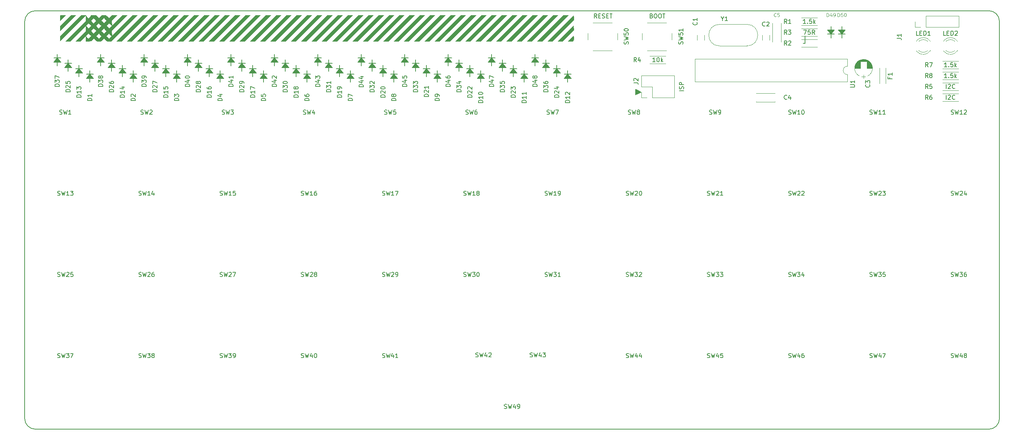
<source format=gbr>
%TF.GenerationSoftware,KiCad,Pcbnew,(5.1.2-1)-1*%
%TF.CreationDate,2019-08-21T16:04:43-07:00*%
%TF.ProjectId,plaid,706c6169-642e-46b6-9963-61645f706362,rev?*%
%TF.SameCoordinates,PX2faf080PY2faf080*%
%TF.FileFunction,Legend,Top*%
%TF.FilePolarity,Positive*%
%FSLAX46Y46*%
G04 Gerber Fmt 4.6, Leading zero omitted, Abs format (unit mm)*
G04 Created by KiCad (PCBNEW (5.1.2-1)-1) date 2019-08-21 16:04:43*
%MOMM*%
%LPD*%
G04 APERTURE LIST*
%ADD10C,0.200000*%
%ADD11C,0.150000*%
%ADD12C,0.120000*%
%ADD13C,0.100000*%
%ADD14C,0.010000*%
G04 APERTURE END LIST*
D10*
X182499000Y-7620000D02*
X182118000Y-7620000D01*
X182499000Y-5842000D02*
X182499000Y-7620000D01*
X154122380Y-18756190D02*
X153122380Y-18756190D01*
X154074761Y-18327619D02*
X154122380Y-18184761D01*
X154122380Y-17946666D01*
X154074761Y-17851428D01*
X154027142Y-17803809D01*
X153931904Y-17756190D01*
X153836666Y-17756190D01*
X153741428Y-17803809D01*
X153693809Y-17851428D01*
X153646190Y-17946666D01*
X153598571Y-18137142D01*
X153550952Y-18232380D01*
X153503333Y-18280000D01*
X153408095Y-18327619D01*
X153312857Y-18327619D01*
X153217619Y-18280000D01*
X153170000Y-18232380D01*
X153122380Y-18137142D01*
X153122380Y-17899047D01*
X153170000Y-17756190D01*
X154122380Y-17327619D02*
X153122380Y-17327619D01*
X153122380Y-16946666D01*
X153170000Y-16851428D01*
X153217619Y-16803809D01*
X153312857Y-16756190D01*
X153455714Y-16756190D01*
X153550952Y-16803809D01*
X153598571Y-16851428D01*
X153646190Y-16946666D01*
X153646190Y-17327619D01*
X146597857Y-1198571D02*
X146740714Y-1246190D01*
X146788333Y-1293809D01*
X146835952Y-1389047D01*
X146835952Y-1531904D01*
X146788333Y-1627142D01*
X146740714Y-1674761D01*
X146645476Y-1722380D01*
X146264523Y-1722380D01*
X146264523Y-722380D01*
X146597857Y-722380D01*
X146693095Y-770000D01*
X146740714Y-817619D01*
X146788333Y-912857D01*
X146788333Y-1008095D01*
X146740714Y-1103333D01*
X146693095Y-1150952D01*
X146597857Y-1198571D01*
X146264523Y-1198571D01*
X147455000Y-722380D02*
X147645476Y-722380D01*
X147740714Y-770000D01*
X147835952Y-865238D01*
X147883571Y-1055714D01*
X147883571Y-1389047D01*
X147835952Y-1579523D01*
X147740714Y-1674761D01*
X147645476Y-1722380D01*
X147455000Y-1722380D01*
X147359761Y-1674761D01*
X147264523Y-1579523D01*
X147216904Y-1389047D01*
X147216904Y-1055714D01*
X147264523Y-865238D01*
X147359761Y-770000D01*
X147455000Y-722380D01*
X148502619Y-722380D02*
X148693095Y-722380D01*
X148788333Y-770000D01*
X148883571Y-865238D01*
X148931190Y-1055714D01*
X148931190Y-1389047D01*
X148883571Y-1579523D01*
X148788333Y-1674761D01*
X148693095Y-1722380D01*
X148502619Y-1722380D01*
X148407380Y-1674761D01*
X148312142Y-1579523D01*
X148264523Y-1389047D01*
X148264523Y-1055714D01*
X148312142Y-865238D01*
X148407380Y-770000D01*
X148502619Y-722380D01*
X149216904Y-722380D02*
X149788333Y-722380D01*
X149502619Y-1722380D02*
X149502619Y-722380D01*
X133802619Y-1722380D02*
X133469285Y-1246190D01*
X133231190Y-1722380D02*
X133231190Y-722380D01*
X133612142Y-722380D01*
X133707380Y-770000D01*
X133755000Y-817619D01*
X133802619Y-912857D01*
X133802619Y-1055714D01*
X133755000Y-1150952D01*
X133707380Y-1198571D01*
X133612142Y-1246190D01*
X133231190Y-1246190D01*
X134231190Y-1198571D02*
X134564523Y-1198571D01*
X134707380Y-1722380D02*
X134231190Y-1722380D01*
X134231190Y-722380D01*
X134707380Y-722380D01*
X135088333Y-1674761D02*
X135231190Y-1722380D01*
X135469285Y-1722380D01*
X135564523Y-1674761D01*
X135612142Y-1627142D01*
X135659761Y-1531904D01*
X135659761Y-1436666D01*
X135612142Y-1341428D01*
X135564523Y-1293809D01*
X135469285Y-1246190D01*
X135278809Y-1198571D01*
X135183571Y-1150952D01*
X135135952Y-1103333D01*
X135088333Y-1008095D01*
X135088333Y-912857D01*
X135135952Y-817619D01*
X135183571Y-770000D01*
X135278809Y-722380D01*
X135516904Y-722380D01*
X135659761Y-770000D01*
X136088333Y-1198571D02*
X136421666Y-1198571D01*
X136564523Y-1722380D02*
X136088333Y-1722380D01*
X136088333Y-722380D01*
X136564523Y-722380D01*
X136850238Y-722380D02*
X137421666Y-722380D01*
X137135952Y-1722380D02*
X137135952Y-722380D01*
D11*
G36*
X144145000Y-19050000D02*
G01*
X142875000Y-19685000D01*
X142875000Y-18415000D01*
X144145000Y-19050000D01*
G37*
X144145000Y-19050000D02*
X142875000Y-19685000D01*
X142875000Y-18415000D01*
X144145000Y-19050000D01*
X2500000Y-98000000D02*
G75*
G02X0Y-95500000I0J2500000D01*
G01*
X228000000Y-95500000D02*
G75*
G02X225500000Y-98000000I-2500000J0D01*
G01*
X225500000Y0D02*
G75*
G02X228000000Y-2500000I0J-2500000D01*
G01*
X0Y-2500000D02*
G75*
G02X2500000Y0I2500000J0D01*
G01*
X0Y-95500000D02*
X0Y-2500000D01*
X225500000Y-98000000D02*
X2500000Y-98000000D01*
X228000000Y-2500000D02*
X228000000Y-95500000D01*
X225500000Y0D02*
X2500000Y0D01*
D12*
X195765000Y-15450000D02*
X196665000Y-15450000D01*
X196215000Y-15900000D02*
X196215000Y-15000000D01*
X196050000Y-11369000D02*
X196380000Y-11369000D01*
X195800000Y-11409000D02*
X196630000Y-11409000D01*
X195648000Y-11449000D02*
X196782000Y-11449000D01*
X195529000Y-11489000D02*
X196901000Y-11489000D01*
X195429000Y-11529000D02*
X197001000Y-11529000D01*
X195341000Y-11569000D02*
X197089000Y-11569000D01*
X195263000Y-11609000D02*
X197167000Y-11609000D01*
X195192000Y-11649000D02*
X197238000Y-11649000D01*
X195127000Y-11689000D02*
X197303000Y-11689000D01*
X195067000Y-11729000D02*
X197363000Y-11729000D01*
X195011000Y-11769000D02*
X197419000Y-11769000D01*
X194959000Y-11809000D02*
X197471000Y-11809000D01*
X194910000Y-11849000D02*
X197520000Y-11849000D01*
X194864000Y-11889000D02*
X197566000Y-11889000D01*
X196995000Y-11929000D02*
X197610000Y-11929000D01*
X194820000Y-11929000D02*
X195435000Y-11929000D01*
X196995000Y-11969000D02*
X197651000Y-11969000D01*
X194779000Y-11969000D02*
X195435000Y-11969000D01*
X196995000Y-12009000D02*
X197690000Y-12009000D01*
X194740000Y-12009000D02*
X195435000Y-12009000D01*
X196995000Y-12049000D02*
X197727000Y-12049000D01*
X194703000Y-12049000D02*
X195435000Y-12049000D01*
X196995000Y-12089000D02*
X197762000Y-12089000D01*
X194668000Y-12089000D02*
X195435000Y-12089000D01*
X196995000Y-12129000D02*
X197796000Y-12129000D01*
X194634000Y-12129000D02*
X195435000Y-12129000D01*
X196995000Y-12169000D02*
X197828000Y-12169000D01*
X194602000Y-12169000D02*
X195435000Y-12169000D01*
X196995000Y-12209000D02*
X197858000Y-12209000D01*
X194572000Y-12209000D02*
X195435000Y-12209000D01*
X196995000Y-12249000D02*
X197887000Y-12249000D01*
X194543000Y-12249000D02*
X195435000Y-12249000D01*
X196995000Y-12289000D02*
X197914000Y-12289000D01*
X194516000Y-12289000D02*
X195435000Y-12289000D01*
X196995000Y-12329000D02*
X197940000Y-12329000D01*
X194490000Y-12329000D02*
X195435000Y-12329000D01*
X196995000Y-12369000D02*
X197965000Y-12369000D01*
X194465000Y-12369000D02*
X195435000Y-12369000D01*
X196995000Y-12409000D02*
X197988000Y-12409000D01*
X194442000Y-12409000D02*
X195435000Y-12409000D01*
X196995000Y-12449000D02*
X198011000Y-12449000D01*
X194419000Y-12449000D02*
X195435000Y-12449000D01*
X196995000Y-12489000D02*
X198032000Y-12489000D01*
X194398000Y-12489000D02*
X195435000Y-12489000D01*
X196995000Y-12529000D02*
X198052000Y-12529000D01*
X194378000Y-12529000D02*
X195435000Y-12529000D01*
X196995000Y-12569000D02*
X198071000Y-12569000D01*
X194359000Y-12569000D02*
X195435000Y-12569000D01*
X196995000Y-12609000D02*
X198089000Y-12609000D01*
X194341000Y-12609000D02*
X195435000Y-12609000D01*
X196995000Y-12649000D02*
X198106000Y-12649000D01*
X194324000Y-12649000D02*
X195435000Y-12649000D01*
X196995000Y-12689000D02*
X198122000Y-12689000D01*
X194308000Y-12689000D02*
X195435000Y-12689000D01*
X196995000Y-12729000D02*
X198138000Y-12729000D01*
X194292000Y-12729000D02*
X195435000Y-12729000D01*
X196995000Y-12770000D02*
X198152000Y-12770000D01*
X194278000Y-12770000D02*
X195435000Y-12770000D01*
X196995000Y-12810000D02*
X198165000Y-12810000D01*
X194265000Y-12810000D02*
X195435000Y-12810000D01*
X196995000Y-12850000D02*
X198178000Y-12850000D01*
X194252000Y-12850000D02*
X195435000Y-12850000D01*
X196995000Y-12890000D02*
X198189000Y-12890000D01*
X194241000Y-12890000D02*
X195435000Y-12890000D01*
X196995000Y-12930000D02*
X198200000Y-12930000D01*
X194230000Y-12930000D02*
X195435000Y-12930000D01*
X196995000Y-12970000D02*
X198210000Y-12970000D01*
X194220000Y-12970000D02*
X195435000Y-12970000D01*
X196995000Y-13010000D02*
X198219000Y-13010000D01*
X194211000Y-13010000D02*
X195435000Y-13010000D01*
X196995000Y-13050000D02*
X198227000Y-13050000D01*
X194203000Y-13050000D02*
X195435000Y-13050000D01*
X196995000Y-13090000D02*
X198234000Y-13090000D01*
X194196000Y-13090000D02*
X195435000Y-13090000D01*
X196995000Y-13130000D02*
X198241000Y-13130000D01*
X194189000Y-13130000D02*
X195435000Y-13130000D01*
X196995000Y-13170000D02*
X198247000Y-13170000D01*
X194183000Y-13170000D02*
X195435000Y-13170000D01*
X196995000Y-13210000D02*
X198252000Y-13210000D01*
X194178000Y-13210000D02*
X195435000Y-13210000D01*
X196995000Y-13250000D02*
X198256000Y-13250000D01*
X194174000Y-13250000D02*
X195435000Y-13250000D01*
X196995000Y-13290000D02*
X198259000Y-13290000D01*
X194171000Y-13290000D02*
X195435000Y-13290000D01*
X196995000Y-13330000D02*
X198262000Y-13330000D01*
X194168000Y-13330000D02*
X195435000Y-13330000D01*
X196995000Y-13370000D02*
X198264000Y-13370000D01*
X194166000Y-13370000D02*
X195435000Y-13370000D01*
X196995000Y-13410000D02*
X198265000Y-13410000D01*
X194165000Y-13410000D02*
X195435000Y-13410000D01*
X194165000Y-13450000D02*
X195435000Y-13450000D01*
X196995000Y-13450000D02*
X198265000Y-13450000D01*
X197194170Y-11603564D02*
G75*
G03X195235000Y-11604004I-979170J-1846436D01*
G01*
X197194170Y-11603564D02*
G75*
G02X197195000Y-15295996I-979170J-1846436D01*
G01*
X195235830Y-11603564D02*
G75*
G03X195235000Y-15295996I979170J-1846436D01*
G01*
X174885000Y-7330000D02*
X174885000Y-2910000D01*
X176905000Y-7330000D02*
X176905000Y-2910000D01*
X174885000Y-7330000D02*
X174899000Y-7330000D01*
X176891000Y-7330000D02*
X176905000Y-7330000D01*
X174885000Y-2910000D02*
X174899000Y-2910000D01*
X176891000Y-2910000D02*
X176905000Y-2910000D01*
X171105000Y-19310000D02*
X175525000Y-19310000D01*
X171105000Y-21330000D02*
X175525000Y-21330000D01*
X171105000Y-19310000D02*
X171105000Y-19324000D01*
X171105000Y-21316000D02*
X171105000Y-21330000D01*
X175525000Y-19310000D02*
X175525000Y-19324000D01*
X175525000Y-21316000D02*
X175525000Y-21330000D01*
D11*
G36*
X102400000Y-13300000D02*
G01*
X100800000Y-13300000D01*
X101600000Y-12300000D01*
X102400000Y-13300000D01*
G37*
X102400000Y-13300000D02*
X100800000Y-13300000D01*
X101600000Y-12300000D01*
X102400000Y-13300000D01*
D10*
X101600000Y-11426371D02*
X101600000Y-14140000D01*
X102400000Y-12300000D02*
X100800000Y-12300000D01*
D11*
G36*
X187795000Y-4480000D02*
G01*
X189395000Y-4480000D01*
X188595000Y-5480000D01*
X187795000Y-4480000D01*
G37*
X187795000Y-4480000D02*
X189395000Y-4480000D01*
X188595000Y-5480000D01*
X187795000Y-4480000D01*
D10*
X188595000Y-6353629D02*
X188595000Y-3640000D01*
X187795000Y-5480000D02*
X189395000Y-5480000D01*
D11*
G36*
X190335000Y-4480000D02*
G01*
X191935000Y-4480000D01*
X191135000Y-5480000D01*
X190335000Y-4480000D01*
G37*
X190335000Y-4480000D02*
X191935000Y-4480000D01*
X191135000Y-5480000D01*
X190335000Y-4480000D01*
D10*
X191135000Y-6353629D02*
X191135000Y-3640000D01*
X190335000Y-5480000D02*
X191935000Y-5480000D01*
D11*
G36*
X16040000Y-15840000D02*
G01*
X14440000Y-15840000D01*
X15240000Y-14840000D01*
X16040000Y-15840000D01*
G37*
X16040000Y-15840000D02*
X14440000Y-15840000D01*
X15240000Y-14840000D01*
X16040000Y-15840000D01*
D10*
X15240000Y-13966371D02*
X15240000Y-16680000D01*
X16040000Y-14840000D02*
X14440000Y-14840000D01*
D11*
G36*
X26200000Y-15840000D02*
G01*
X24600000Y-15840000D01*
X25400000Y-14840000D01*
X26200000Y-15840000D01*
G37*
X26200000Y-15840000D02*
X24600000Y-15840000D01*
X25400000Y-14840000D01*
X26200000Y-15840000D01*
D10*
X25400000Y-13966371D02*
X25400000Y-16680000D01*
X26200000Y-14840000D02*
X24600000Y-14840000D01*
D11*
G36*
X36360000Y-15840000D02*
G01*
X34760000Y-15840000D01*
X35560000Y-14840000D01*
X36360000Y-15840000D01*
G37*
X36360000Y-15840000D02*
X34760000Y-15840000D01*
X35560000Y-14840000D01*
X36360000Y-15840000D01*
D10*
X35560000Y-13966371D02*
X35560000Y-16680000D01*
X36360000Y-14840000D02*
X34760000Y-14840000D01*
D11*
G36*
X46520000Y-15840000D02*
G01*
X44920000Y-15840000D01*
X45720000Y-14840000D01*
X46520000Y-15840000D01*
G37*
X46520000Y-15840000D02*
X44920000Y-15840000D01*
X45720000Y-14840000D01*
X46520000Y-15840000D01*
D10*
X45720000Y-13966371D02*
X45720000Y-16680000D01*
X46520000Y-14840000D02*
X44920000Y-14840000D01*
D11*
G36*
X56680000Y-15840000D02*
G01*
X55080000Y-15840000D01*
X55880000Y-14840000D01*
X56680000Y-15840000D01*
G37*
X56680000Y-15840000D02*
X55080000Y-15840000D01*
X55880000Y-14840000D01*
X56680000Y-15840000D01*
D10*
X55880000Y-13966371D02*
X55880000Y-16680000D01*
X56680000Y-14840000D02*
X55080000Y-14840000D01*
D11*
G36*
X66840000Y-15840000D02*
G01*
X65240000Y-15840000D01*
X66040000Y-14840000D01*
X66840000Y-15840000D01*
G37*
X66840000Y-15840000D02*
X65240000Y-15840000D01*
X66040000Y-14840000D01*
X66840000Y-15840000D01*
D10*
X66040000Y-13966371D02*
X66040000Y-16680000D01*
X66840000Y-14840000D02*
X65240000Y-14840000D01*
D11*
G36*
X77000000Y-15840000D02*
G01*
X75400000Y-15840000D01*
X76200000Y-14840000D01*
X77000000Y-15840000D01*
G37*
X77000000Y-15840000D02*
X75400000Y-15840000D01*
X76200000Y-14840000D01*
X77000000Y-15840000D01*
D10*
X76200000Y-13966371D02*
X76200000Y-16680000D01*
X77000000Y-14840000D02*
X75400000Y-14840000D01*
D11*
G36*
X87160000Y-15840000D02*
G01*
X85560000Y-15840000D01*
X86360000Y-14840000D01*
X87160000Y-15840000D01*
G37*
X87160000Y-15840000D02*
X85560000Y-15840000D01*
X86360000Y-14840000D01*
X87160000Y-15840000D01*
D10*
X86360000Y-13966371D02*
X86360000Y-16680000D01*
X87160000Y-14840000D02*
X85560000Y-14840000D01*
D11*
G36*
X97320000Y-15840000D02*
G01*
X95720000Y-15840000D01*
X96520000Y-14840000D01*
X97320000Y-15840000D01*
G37*
X97320000Y-15840000D02*
X95720000Y-15840000D01*
X96520000Y-14840000D01*
X97320000Y-15840000D01*
D10*
X96520000Y-13966371D02*
X96520000Y-16680000D01*
X97320000Y-14840000D02*
X95720000Y-14840000D01*
D11*
G36*
X107480000Y-15840000D02*
G01*
X105880000Y-15840000D01*
X106680000Y-14840000D01*
X107480000Y-15840000D01*
G37*
X107480000Y-15840000D02*
X105880000Y-15840000D01*
X106680000Y-14840000D01*
X107480000Y-15840000D01*
D10*
X106680000Y-13966371D02*
X106680000Y-16680000D01*
X107480000Y-14840000D02*
X105880000Y-14840000D01*
D11*
G36*
X117640000Y-15840000D02*
G01*
X116040000Y-15840000D01*
X116840000Y-14840000D01*
X117640000Y-15840000D01*
G37*
X117640000Y-15840000D02*
X116040000Y-15840000D01*
X116840000Y-14840000D01*
X117640000Y-15840000D01*
D10*
X116840000Y-13966371D02*
X116840000Y-16680000D01*
X117640000Y-14840000D02*
X116040000Y-14840000D01*
D11*
G36*
X127800000Y-15840000D02*
G01*
X126200000Y-15840000D01*
X127000000Y-14840000D01*
X127800000Y-15840000D01*
G37*
X127800000Y-15840000D02*
X126200000Y-15840000D01*
X127000000Y-14840000D01*
X127800000Y-15840000D01*
D10*
X127000000Y-13966371D02*
X127000000Y-16680000D01*
X127800000Y-14840000D02*
X126200000Y-14840000D01*
D11*
G36*
X13500000Y-14570000D02*
G01*
X11900000Y-14570000D01*
X12700000Y-13570000D01*
X13500000Y-14570000D01*
G37*
X13500000Y-14570000D02*
X11900000Y-14570000D01*
X12700000Y-13570000D01*
X13500000Y-14570000D01*
D10*
X12700000Y-12696371D02*
X12700000Y-15410000D01*
X13500000Y-13570000D02*
X11900000Y-13570000D01*
D11*
G36*
X23660000Y-14570000D02*
G01*
X22060000Y-14570000D01*
X22860000Y-13570000D01*
X23660000Y-14570000D01*
G37*
X23660000Y-14570000D02*
X22060000Y-14570000D01*
X22860000Y-13570000D01*
X23660000Y-14570000D01*
D10*
X22860000Y-12696371D02*
X22860000Y-15410000D01*
X23660000Y-13570000D02*
X22060000Y-13570000D01*
D11*
G36*
X33820000Y-14570000D02*
G01*
X32220000Y-14570000D01*
X33020000Y-13570000D01*
X33820000Y-14570000D01*
G37*
X33820000Y-14570000D02*
X32220000Y-14570000D01*
X33020000Y-13570000D01*
X33820000Y-14570000D01*
D10*
X33020000Y-12696371D02*
X33020000Y-15410000D01*
X33820000Y-13570000D02*
X32220000Y-13570000D01*
D11*
G36*
X43980000Y-14570000D02*
G01*
X42380000Y-14570000D01*
X43180000Y-13570000D01*
X43980000Y-14570000D01*
G37*
X43980000Y-14570000D02*
X42380000Y-14570000D01*
X43180000Y-13570000D01*
X43980000Y-14570000D01*
D10*
X43180000Y-12696371D02*
X43180000Y-15410000D01*
X43980000Y-13570000D02*
X42380000Y-13570000D01*
D11*
G36*
X54140000Y-14570000D02*
G01*
X52540000Y-14570000D01*
X53340000Y-13570000D01*
X54140000Y-14570000D01*
G37*
X54140000Y-14570000D02*
X52540000Y-14570000D01*
X53340000Y-13570000D01*
X54140000Y-14570000D01*
D10*
X53340000Y-12696371D02*
X53340000Y-15410000D01*
X54140000Y-13570000D02*
X52540000Y-13570000D01*
D11*
G36*
X64300000Y-14570000D02*
G01*
X62700000Y-14570000D01*
X63500000Y-13570000D01*
X64300000Y-14570000D01*
G37*
X64300000Y-14570000D02*
X62700000Y-14570000D01*
X63500000Y-13570000D01*
X64300000Y-14570000D01*
D10*
X63500000Y-12696371D02*
X63500000Y-15410000D01*
X64300000Y-13570000D02*
X62700000Y-13570000D01*
D11*
G36*
X74460000Y-14570000D02*
G01*
X72860000Y-14570000D01*
X73660000Y-13570000D01*
X74460000Y-14570000D01*
G37*
X74460000Y-14570000D02*
X72860000Y-14570000D01*
X73660000Y-13570000D01*
X74460000Y-14570000D01*
D10*
X73660000Y-12696371D02*
X73660000Y-15410000D01*
X74460000Y-13570000D02*
X72860000Y-13570000D01*
D11*
G36*
X84620000Y-14570000D02*
G01*
X83020000Y-14570000D01*
X83820000Y-13570000D01*
X84620000Y-14570000D01*
G37*
X84620000Y-14570000D02*
X83020000Y-14570000D01*
X83820000Y-13570000D01*
X84620000Y-14570000D01*
D10*
X83820000Y-12696371D02*
X83820000Y-15410000D01*
X84620000Y-13570000D02*
X83020000Y-13570000D01*
D11*
G36*
X94780000Y-14570000D02*
G01*
X93180000Y-14570000D01*
X93980000Y-13570000D01*
X94780000Y-14570000D01*
G37*
X94780000Y-14570000D02*
X93180000Y-14570000D01*
X93980000Y-13570000D01*
X94780000Y-14570000D01*
D10*
X93980000Y-12696371D02*
X93980000Y-15410000D01*
X94780000Y-13570000D02*
X93180000Y-13570000D01*
D11*
G36*
X104940000Y-14570000D02*
G01*
X103340000Y-14570000D01*
X104140000Y-13570000D01*
X104940000Y-14570000D01*
G37*
X104940000Y-14570000D02*
X103340000Y-14570000D01*
X104140000Y-13570000D01*
X104940000Y-14570000D01*
D10*
X104140000Y-12696371D02*
X104140000Y-15410000D01*
X104940000Y-13570000D02*
X103340000Y-13570000D01*
D11*
G36*
X115100000Y-14570000D02*
G01*
X113500000Y-14570000D01*
X114300000Y-13570000D01*
X115100000Y-14570000D01*
G37*
X115100000Y-14570000D02*
X113500000Y-14570000D01*
X114300000Y-13570000D01*
X115100000Y-14570000D01*
D10*
X114300000Y-12696371D02*
X114300000Y-15410000D01*
X115100000Y-13570000D02*
X113500000Y-13570000D01*
D11*
G36*
X125260000Y-14570000D02*
G01*
X123660000Y-14570000D01*
X124460000Y-13570000D01*
X125260000Y-14570000D01*
G37*
X125260000Y-14570000D02*
X123660000Y-14570000D01*
X124460000Y-13570000D01*
X125260000Y-14570000D01*
D10*
X124460000Y-12696371D02*
X124460000Y-15410000D01*
X125260000Y-13570000D02*
X123660000Y-13570000D01*
D11*
G36*
X10960000Y-13300000D02*
G01*
X9360000Y-13300000D01*
X10160000Y-12300000D01*
X10960000Y-13300000D01*
G37*
X10960000Y-13300000D02*
X9360000Y-13300000D01*
X10160000Y-12300000D01*
X10960000Y-13300000D01*
D10*
X10160000Y-11426371D02*
X10160000Y-14140000D01*
X10960000Y-12300000D02*
X9360000Y-12300000D01*
D11*
G36*
X21120000Y-13300000D02*
G01*
X19520000Y-13300000D01*
X20320000Y-12300000D01*
X21120000Y-13300000D01*
G37*
X21120000Y-13300000D02*
X19520000Y-13300000D01*
X20320000Y-12300000D01*
X21120000Y-13300000D01*
D10*
X20320000Y-11426371D02*
X20320000Y-14140000D01*
X21120000Y-12300000D02*
X19520000Y-12300000D01*
D11*
G36*
X31280000Y-13300000D02*
G01*
X29680000Y-13300000D01*
X30480000Y-12300000D01*
X31280000Y-13300000D01*
G37*
X31280000Y-13300000D02*
X29680000Y-13300000D01*
X30480000Y-12300000D01*
X31280000Y-13300000D01*
D10*
X30480000Y-11426371D02*
X30480000Y-14140000D01*
X31280000Y-12300000D02*
X29680000Y-12300000D01*
D11*
G36*
X41440000Y-13300000D02*
G01*
X39840000Y-13300000D01*
X40640000Y-12300000D01*
X41440000Y-13300000D01*
G37*
X41440000Y-13300000D02*
X39840000Y-13300000D01*
X40640000Y-12300000D01*
X41440000Y-13300000D01*
D10*
X40640000Y-11426371D02*
X40640000Y-14140000D01*
X41440000Y-12300000D02*
X39840000Y-12300000D01*
D11*
G36*
X51600000Y-13300000D02*
G01*
X50000000Y-13300000D01*
X50800000Y-12300000D01*
X51600000Y-13300000D01*
G37*
X51600000Y-13300000D02*
X50000000Y-13300000D01*
X50800000Y-12300000D01*
X51600000Y-13300000D01*
D10*
X50800000Y-11426371D02*
X50800000Y-14140000D01*
X51600000Y-12300000D02*
X50000000Y-12300000D01*
D11*
G36*
X61760000Y-13300000D02*
G01*
X60160000Y-13300000D01*
X60960000Y-12300000D01*
X61760000Y-13300000D01*
G37*
X61760000Y-13300000D02*
X60160000Y-13300000D01*
X60960000Y-12300000D01*
X61760000Y-13300000D01*
D10*
X60960000Y-11426371D02*
X60960000Y-14140000D01*
X61760000Y-12300000D02*
X60160000Y-12300000D01*
D11*
G36*
X71920000Y-13300000D02*
G01*
X70320000Y-13300000D01*
X71120000Y-12300000D01*
X71920000Y-13300000D01*
G37*
X71920000Y-13300000D02*
X70320000Y-13300000D01*
X71120000Y-12300000D01*
X71920000Y-13300000D01*
D10*
X71120000Y-11426371D02*
X71120000Y-14140000D01*
X71920000Y-12300000D02*
X70320000Y-12300000D01*
D11*
G36*
X82080000Y-13300000D02*
G01*
X80480000Y-13300000D01*
X81280000Y-12300000D01*
X82080000Y-13300000D01*
G37*
X82080000Y-13300000D02*
X80480000Y-13300000D01*
X81280000Y-12300000D01*
X82080000Y-13300000D01*
D10*
X81280000Y-11426371D02*
X81280000Y-14140000D01*
X82080000Y-12300000D02*
X80480000Y-12300000D01*
D11*
G36*
X92240000Y-13300000D02*
G01*
X90640000Y-13300000D01*
X91440000Y-12300000D01*
X92240000Y-13300000D01*
G37*
X92240000Y-13300000D02*
X90640000Y-13300000D01*
X91440000Y-12300000D01*
X92240000Y-13300000D01*
D10*
X91440000Y-11426371D02*
X91440000Y-14140000D01*
X92240000Y-12300000D02*
X90640000Y-12300000D01*
D11*
G36*
X112560000Y-13300000D02*
G01*
X110960000Y-13300000D01*
X111760000Y-12300000D01*
X112560000Y-13300000D01*
G37*
X112560000Y-13300000D02*
X110960000Y-13300000D01*
X111760000Y-12300000D01*
X112560000Y-13300000D01*
D10*
X111760000Y-11426371D02*
X111760000Y-14140000D01*
X112560000Y-12300000D02*
X110960000Y-12300000D01*
D11*
G36*
X122720000Y-13300000D02*
G01*
X121120000Y-13300000D01*
X121920000Y-12300000D01*
X122720000Y-13300000D01*
G37*
X122720000Y-13300000D02*
X121120000Y-13300000D01*
X121920000Y-12300000D01*
X122720000Y-13300000D01*
D10*
X121920000Y-11426371D02*
X121920000Y-14140000D01*
X122720000Y-12300000D02*
X121120000Y-12300000D01*
D11*
G36*
X8420000Y-12030000D02*
G01*
X6820000Y-12030000D01*
X7620000Y-11030000D01*
X8420000Y-12030000D01*
G37*
X8420000Y-12030000D02*
X6820000Y-12030000D01*
X7620000Y-11030000D01*
X8420000Y-12030000D01*
D10*
X7620000Y-10156371D02*
X7620000Y-12870000D01*
X8420000Y-11030000D02*
X6820000Y-11030000D01*
D11*
G36*
X18580000Y-12030000D02*
G01*
X16980000Y-12030000D01*
X17780000Y-11030000D01*
X18580000Y-12030000D01*
G37*
X18580000Y-12030000D02*
X16980000Y-12030000D01*
X17780000Y-11030000D01*
X18580000Y-12030000D01*
D10*
X17780000Y-10156371D02*
X17780000Y-12870000D01*
X18580000Y-11030000D02*
X16980000Y-11030000D01*
D11*
G36*
X28740000Y-12030000D02*
G01*
X27140000Y-12030000D01*
X27940000Y-11030000D01*
X28740000Y-12030000D01*
G37*
X28740000Y-12030000D02*
X27140000Y-12030000D01*
X27940000Y-11030000D01*
X28740000Y-12030000D01*
D10*
X27940000Y-10156371D02*
X27940000Y-12870000D01*
X28740000Y-11030000D02*
X27140000Y-11030000D01*
D11*
G36*
X38900000Y-12030000D02*
G01*
X37300000Y-12030000D01*
X38100000Y-11030000D01*
X38900000Y-12030000D01*
G37*
X38900000Y-12030000D02*
X37300000Y-12030000D01*
X38100000Y-11030000D01*
X38900000Y-12030000D01*
D10*
X38100000Y-10156371D02*
X38100000Y-12870000D01*
X38900000Y-11030000D02*
X37300000Y-11030000D01*
D11*
G36*
X49060000Y-12030000D02*
G01*
X47460000Y-12030000D01*
X48260000Y-11030000D01*
X49060000Y-12030000D01*
G37*
X49060000Y-12030000D02*
X47460000Y-12030000D01*
X48260000Y-11030000D01*
X49060000Y-12030000D01*
D10*
X48260000Y-10156371D02*
X48260000Y-12870000D01*
X49060000Y-11030000D02*
X47460000Y-11030000D01*
D11*
G36*
X59220000Y-12030000D02*
G01*
X57620000Y-12030000D01*
X58420000Y-11030000D01*
X59220000Y-12030000D01*
G37*
X59220000Y-12030000D02*
X57620000Y-12030000D01*
X58420000Y-11030000D01*
X59220000Y-12030000D01*
D10*
X58420000Y-10156371D02*
X58420000Y-12870000D01*
X59220000Y-11030000D02*
X57620000Y-11030000D01*
D11*
G36*
X69380000Y-12030000D02*
G01*
X67780000Y-12030000D01*
X68580000Y-11030000D01*
X69380000Y-12030000D01*
G37*
X69380000Y-12030000D02*
X67780000Y-12030000D01*
X68580000Y-11030000D01*
X69380000Y-12030000D01*
D10*
X68580000Y-10156371D02*
X68580000Y-12870000D01*
X69380000Y-11030000D02*
X67780000Y-11030000D01*
D11*
G36*
X79540000Y-12030000D02*
G01*
X77940000Y-12030000D01*
X78740000Y-11030000D01*
X79540000Y-12030000D01*
G37*
X79540000Y-12030000D02*
X77940000Y-12030000D01*
X78740000Y-11030000D01*
X79540000Y-12030000D01*
D10*
X78740000Y-10156371D02*
X78740000Y-12870000D01*
X79540000Y-11030000D02*
X77940000Y-11030000D01*
D11*
G36*
X89700000Y-12030000D02*
G01*
X88100000Y-12030000D01*
X88900000Y-11030000D01*
X89700000Y-12030000D01*
G37*
X89700000Y-12030000D02*
X88100000Y-12030000D01*
X88900000Y-11030000D01*
X89700000Y-12030000D01*
D10*
X88900000Y-10156371D02*
X88900000Y-12870000D01*
X89700000Y-11030000D02*
X88100000Y-11030000D01*
D11*
G36*
X99860000Y-12030000D02*
G01*
X98260000Y-12030000D01*
X99060000Y-11030000D01*
X99860000Y-12030000D01*
G37*
X99860000Y-12030000D02*
X98260000Y-12030000D01*
X99060000Y-11030000D01*
X99860000Y-12030000D01*
D10*
X99060000Y-10156371D02*
X99060000Y-12870000D01*
X99860000Y-11030000D02*
X98260000Y-11030000D01*
D11*
G36*
X110020000Y-12030000D02*
G01*
X108420000Y-12030000D01*
X109220000Y-11030000D01*
X110020000Y-12030000D01*
G37*
X110020000Y-12030000D02*
X108420000Y-12030000D01*
X109220000Y-11030000D01*
X110020000Y-12030000D01*
D10*
X109220000Y-10156371D02*
X109220000Y-12870000D01*
X110020000Y-11030000D02*
X108420000Y-11030000D01*
D11*
G36*
X120180000Y-12030000D02*
G01*
X118580000Y-12030000D01*
X119380000Y-11030000D01*
X120180000Y-12030000D01*
G37*
X120180000Y-12030000D02*
X118580000Y-12030000D01*
X119380000Y-11030000D01*
X120180000Y-12030000D01*
D10*
X119380000Y-10156371D02*
X119380000Y-12870000D01*
X120180000Y-11030000D02*
X118580000Y-11030000D01*
D12*
X162535000Y-3190000D02*
G75*
G03X162535000Y-8240000I0J-2525000D01*
G01*
X168935000Y-3190000D02*
G75*
G02X168935000Y-8240000I0J-2525000D01*
G01*
X168935000Y-3190000D02*
X162535000Y-3190000D01*
X168935000Y-8240000D02*
X162535000Y-8240000D01*
X137430000Y-2810000D02*
X132930000Y-2810000D01*
X138680000Y-6810000D02*
X138680000Y-5310000D01*
X132930000Y-9310000D02*
X137430000Y-9310000D01*
X131680000Y-5310000D02*
X131680000Y-6810000D01*
X150130000Y-2810000D02*
X145630000Y-2810000D01*
X151380000Y-6810000D02*
X151380000Y-5310000D01*
X145630000Y-9310000D02*
X150130000Y-9310000D01*
X144380000Y-5310000D02*
X144380000Y-6810000D01*
X157254000Y-5743000D02*
X157254000Y-6917000D01*
X158976000Y-5743000D02*
X158976000Y-6917000D01*
X172494000Y-5743000D02*
X172494000Y-6917000D01*
X174216000Y-5743000D02*
X174216000Y-6917000D01*
X144212000Y-20380000D02*
X144212000Y-19050000D01*
X145542000Y-20380000D02*
X144212000Y-20380000D01*
X144212000Y-17780000D02*
X144212000Y-15180000D01*
X146812000Y-17780000D02*
X144212000Y-17780000D01*
X146812000Y-20380000D02*
X146812000Y-17780000D01*
X144212000Y-15180000D02*
X151952000Y-15180000D01*
X146812000Y-20380000D02*
X151952000Y-20380000D01*
X151952000Y-20380000D02*
X151952000Y-15180000D01*
X192465000Y-16620000D02*
X192465000Y-14970000D01*
X156785000Y-16620000D02*
X192465000Y-16620000D01*
X156785000Y-11320000D02*
X156785000Y-16620000D01*
X192465000Y-11320000D02*
X156785000Y-11320000D01*
X192465000Y-12970000D02*
X192465000Y-11320000D01*
X192465000Y-14970000D02*
G75*
G02X192465000Y-12970000I0J1000000D01*
G01*
D13*
X201360000Y-13430000D02*
X201360000Y-17030000D01*
X199960000Y-13430000D02*
X199960000Y-17030000D01*
D12*
X185375000Y-3400000D02*
X181655000Y-3400000D01*
X185375000Y-1680000D02*
X181655000Y-1680000D01*
X181655000Y-8480000D02*
X185375000Y-8480000D01*
X181655000Y-6760000D02*
X185375000Y-6760000D01*
X181655000Y-4220000D02*
X185375000Y-4220000D01*
X181655000Y-5940000D02*
X185375000Y-5940000D01*
X146222000Y-10640000D02*
X149942000Y-10640000D01*
X146222000Y-12360000D02*
X149942000Y-12360000D01*
X208220000Y-3870000D02*
X208220000Y-2540000D01*
X209550000Y-3870000D02*
X208220000Y-3870000D01*
X210820000Y-3870000D02*
X210820000Y-1210000D01*
X210820000Y-1210000D02*
X218500000Y-1210000D01*
X210820000Y-3870000D02*
X218500000Y-3870000D01*
X218500000Y-3870000D02*
X218500000Y-1210000D01*
X214675000Y-18640000D02*
X218395000Y-18640000D01*
X214675000Y-16920000D02*
X218395000Y-16920000D01*
X214675000Y-19460000D02*
X218395000Y-19460000D01*
X214675000Y-21180000D02*
X218395000Y-21180000D01*
X211857335Y-7176392D02*
G75*
G03X208625000Y-7019484I-1672335J-1078608D01*
G01*
X211857335Y-9333608D02*
G75*
G02X208625000Y-9490516I-1672335J1078608D01*
G01*
X211226130Y-7175163D02*
G75*
G03X209144039Y-7175000I-1041130J-1079837D01*
G01*
X211226130Y-9334837D02*
G75*
G02X209144039Y-9335000I-1041130J1079837D01*
G01*
X208625000Y-7019000D02*
X208625000Y-7175000D01*
X208625000Y-9335000D02*
X208625000Y-9491000D01*
X214975000Y-9335000D02*
X214975000Y-9491000D01*
X214975000Y-7019000D02*
X214975000Y-7175000D01*
X217576130Y-9334837D02*
G75*
G02X215494039Y-9335000I-1041130J1079837D01*
G01*
X217576130Y-7175163D02*
G75*
G03X215494039Y-7175000I-1041130J-1079837D01*
G01*
X218207335Y-9333608D02*
G75*
G02X214975000Y-9490516I-1672335J1078608D01*
G01*
X218207335Y-7176392D02*
G75*
G03X214975000Y-7019484I-1672335J-1078608D01*
G01*
X214675000Y-13560000D02*
X218395000Y-13560000D01*
X214675000Y-11840000D02*
X218395000Y-11840000D01*
X214675000Y-14380000D02*
X218395000Y-14380000D01*
X214675000Y-16100000D02*
X218395000Y-16100000D01*
D14*
G36*
X8944191Y-1029741D02*
G01*
X9007508Y-1032808D01*
X9530514Y-1058333D01*
X8255000Y-2324095D01*
X8255000Y-1709723D01*
X8260750Y-1370684D01*
X8299818Y-1162604D01*
X8404931Y-1056046D01*
X8608813Y-1021571D01*
X8944191Y-1029741D01*
X8944191Y-1029741D01*
G37*
X8944191Y-1029741D02*
X9007508Y-1032808D01*
X9530514Y-1058333D01*
X8255000Y-2324095D01*
X8255000Y-1709723D01*
X8260750Y-1370684D01*
X8299818Y-1162604D01*
X8404931Y-1056046D01*
X8608813Y-1021571D01*
X8944191Y-1029741D01*
G36*
X11898389Y-1058333D02*
G01*
X10076694Y-2877928D01*
X8255000Y-4697523D01*
X8255000Y-3596284D01*
X9551614Y-2301694D01*
X10848229Y-1007103D01*
X11898389Y-1058333D01*
X11898389Y-1058333D01*
G37*
X11898389Y-1058333D02*
X10076694Y-2877928D01*
X8255000Y-4697523D01*
X8255000Y-3596284D01*
X9551614Y-2301694D01*
X10848229Y-1007103D01*
X11898389Y-1058333D01*
G36*
X13743227Y-1032706D02*
G01*
X14268472Y-1058333D01*
X11261736Y-4063552D01*
X8255000Y-7068772D01*
X8255000Y-5967923D01*
X10736491Y-3487501D01*
X13217982Y-1007080D01*
X13743227Y-1032706D01*
X13743227Y-1032706D01*
G37*
X13743227Y-1032706D02*
X14268472Y-1058333D01*
X11261736Y-4063552D01*
X8255000Y-7068772D01*
X8255000Y-5967923D01*
X10736491Y-3487501D01*
X13217982Y-1007080D01*
X13743227Y-1032706D01*
G36*
X128380191Y-6359491D02*
G01*
X128392199Y-6717292D01*
X128365955Y-6938715D01*
X128272020Y-7056486D01*
X128080954Y-7103331D01*
X127763321Y-7111975D01*
X127703276Y-7112000D01*
X127088904Y-7112000D01*
X127721785Y-6474242D01*
X128354666Y-5836485D01*
X128380191Y-6359491D01*
X128380191Y-6359491D01*
G37*
X128380191Y-6359491D02*
X128392199Y-6717292D01*
X128365955Y-6938715D01*
X128272020Y-7056486D01*
X128080954Y-7103331D01*
X127763321Y-7111975D01*
X127703276Y-7112000D01*
X127088904Y-7112000D01*
X127721785Y-6474242D01*
X128354666Y-5836485D01*
X128380191Y-6359491D01*
G36*
X128405896Y-4518770D02*
G01*
X127111305Y-5815385D01*
X125816715Y-7112000D01*
X124715476Y-7112000D01*
X128354666Y-3468610D01*
X128405896Y-4518770D01*
X128405896Y-4518770D01*
G37*
X128405896Y-4518770D02*
X127111305Y-5815385D01*
X125816715Y-7112000D01*
X124715476Y-7112000D01*
X128354666Y-3468610D01*
X128405896Y-4518770D01*
G36*
X128380293Y-1623772D02*
G01*
X128405919Y-2149017D01*
X125925498Y-4630508D01*
X123445076Y-7112000D01*
X122344227Y-7112000D01*
X125349447Y-4105263D01*
X128354666Y-1098527D01*
X128380293Y-1623772D01*
X128380293Y-1623772D01*
G37*
X128380293Y-1623772D02*
X128405919Y-2149017D01*
X125925498Y-4630508D01*
X123445076Y-7112000D01*
X122344227Y-7112000D01*
X125349447Y-4105263D01*
X128354666Y-1098527D01*
X128380293Y-1623772D01*
G36*
X121074215Y-7112000D02*
G01*
X119888881Y-7112000D01*
X122936000Y-4064000D01*
X125983118Y-1016000D01*
X127168451Y-1016000D01*
X121074215Y-7112000D01*
X121074215Y-7112000D01*
G37*
X121074215Y-7112000D02*
X119888881Y-7112000D01*
X122936000Y-4064000D01*
X125983118Y-1016000D01*
X127168451Y-1016000D01*
X121074215Y-7112000D01*
G36*
X121666000Y-4064000D02*
G01*
X118618881Y-7112000D01*
X117518215Y-7112000D01*
X123612451Y-1016000D01*
X124713118Y-1016000D01*
X121666000Y-4064000D01*
X121666000Y-4064000D01*
G37*
X121666000Y-4064000D02*
X118618881Y-7112000D01*
X117518215Y-7112000D01*
X123612451Y-1016000D01*
X124713118Y-1016000D01*
X121666000Y-4064000D01*
G36*
X116248215Y-7112000D02*
G01*
X115147548Y-7112000D01*
X121241784Y-1016000D01*
X122342451Y-1016000D01*
X116248215Y-7112000D01*
X116248215Y-7112000D01*
G37*
X116248215Y-7112000D02*
X115147548Y-7112000D01*
X121241784Y-1016000D01*
X122342451Y-1016000D01*
X116248215Y-7112000D01*
G36*
X113877548Y-7112000D02*
G01*
X112692215Y-7112000D01*
X118786451Y-1016000D01*
X119971784Y-1016000D01*
X113877548Y-7112000D01*
X113877548Y-7112000D01*
G37*
X113877548Y-7112000D02*
X112692215Y-7112000D01*
X118786451Y-1016000D01*
X119971784Y-1016000D01*
X113877548Y-7112000D01*
G36*
X111422215Y-7112000D02*
G01*
X110321548Y-7112000D01*
X116415784Y-1016000D01*
X117516451Y-1016000D01*
X111422215Y-7112000D01*
X111422215Y-7112000D01*
G37*
X111422215Y-7112000D02*
X110321548Y-7112000D01*
X116415784Y-1016000D01*
X117516451Y-1016000D01*
X111422215Y-7112000D01*
G36*
X109051548Y-7112000D02*
G01*
X107950881Y-7112000D01*
X110998000Y-4064000D01*
X114045118Y-1016000D01*
X115145784Y-1016000D01*
X109051548Y-7112000D01*
X109051548Y-7112000D01*
G37*
X109051548Y-7112000D02*
X107950881Y-7112000D01*
X110998000Y-4064000D01*
X114045118Y-1016000D01*
X115145784Y-1016000D01*
X109051548Y-7112000D01*
G36*
X109728000Y-4064000D02*
G01*
X106680881Y-7112000D01*
X105495548Y-7112000D01*
X111589784Y-1016000D01*
X112775118Y-1016000D01*
X109728000Y-4064000D01*
X109728000Y-4064000D01*
G37*
X109728000Y-4064000D02*
X106680881Y-7112000D01*
X105495548Y-7112000D01*
X111589784Y-1016000D01*
X112775118Y-1016000D01*
X109728000Y-4064000D01*
G36*
X104225548Y-7112000D02*
G01*
X103124881Y-7112000D01*
X106172000Y-4064000D01*
X109219118Y-1016000D01*
X110319784Y-1016000D01*
X104225548Y-7112000D01*
X104225548Y-7112000D01*
G37*
X104225548Y-7112000D02*
X103124881Y-7112000D01*
X106172000Y-4064000D01*
X109219118Y-1016000D01*
X110319784Y-1016000D01*
X104225548Y-7112000D01*
G36*
X104902000Y-4064000D02*
G01*
X101854881Y-7112000D01*
X100754215Y-7112000D01*
X106848451Y-1016000D01*
X107949118Y-1016000D01*
X104902000Y-4064000D01*
X104902000Y-4064000D01*
G37*
X104902000Y-4064000D02*
X101854881Y-7112000D01*
X100754215Y-7112000D01*
X106848451Y-1016000D01*
X107949118Y-1016000D01*
X104902000Y-4064000D01*
G36*
X99484215Y-7112000D02*
G01*
X98298881Y-7112000D01*
X101346000Y-4064000D01*
X104393118Y-1016000D01*
X105578451Y-1016000D01*
X99484215Y-7112000D01*
X99484215Y-7112000D01*
G37*
X99484215Y-7112000D02*
X98298881Y-7112000D01*
X101346000Y-4064000D01*
X104393118Y-1016000D01*
X105578451Y-1016000D01*
X99484215Y-7112000D01*
G36*
X100076000Y-4064000D02*
G01*
X97028881Y-7112000D01*
X95928215Y-7112000D01*
X102022451Y-1016000D01*
X103123118Y-1016000D01*
X100076000Y-4064000D01*
X100076000Y-4064000D01*
G37*
X100076000Y-4064000D02*
X97028881Y-7112000D01*
X95928215Y-7112000D01*
X102022451Y-1016000D01*
X103123118Y-1016000D01*
X100076000Y-4064000D01*
G36*
X94658215Y-7112000D02*
G01*
X93557548Y-7112000D01*
X99651784Y-1016000D01*
X100752451Y-1016000D01*
X94658215Y-7112000D01*
X94658215Y-7112000D01*
G37*
X94658215Y-7112000D02*
X93557548Y-7112000D01*
X99651784Y-1016000D01*
X100752451Y-1016000D01*
X94658215Y-7112000D01*
G36*
X92287548Y-7112000D02*
G01*
X91102215Y-7112000D01*
X97196451Y-1016000D01*
X98381784Y-1016000D01*
X92287548Y-7112000D01*
X92287548Y-7112000D01*
G37*
X92287548Y-7112000D02*
X91102215Y-7112000D01*
X97196451Y-1016000D01*
X98381784Y-1016000D01*
X92287548Y-7112000D01*
G36*
X89832215Y-7112000D02*
G01*
X88731548Y-7112000D01*
X94825784Y-1016000D01*
X95926451Y-1016000D01*
X89832215Y-7112000D01*
X89832215Y-7112000D01*
G37*
X89832215Y-7112000D02*
X88731548Y-7112000D01*
X94825784Y-1016000D01*
X95926451Y-1016000D01*
X89832215Y-7112000D01*
G36*
X87461548Y-7112000D02*
G01*
X86360881Y-7112000D01*
X89408000Y-4064000D01*
X92455118Y-1016000D01*
X93555784Y-1016000D01*
X87461548Y-7112000D01*
X87461548Y-7112000D01*
G37*
X87461548Y-7112000D02*
X86360881Y-7112000D01*
X89408000Y-4064000D01*
X92455118Y-1016000D01*
X93555784Y-1016000D01*
X87461548Y-7112000D01*
G36*
X88138000Y-4064000D02*
G01*
X85090881Y-7112000D01*
X83905548Y-7112000D01*
X89999784Y-1016000D01*
X91185118Y-1016000D01*
X88138000Y-4064000D01*
X88138000Y-4064000D01*
G37*
X88138000Y-4064000D02*
X85090881Y-7112000D01*
X83905548Y-7112000D01*
X89999784Y-1016000D01*
X91185118Y-1016000D01*
X88138000Y-4064000D01*
G36*
X82635548Y-7112000D02*
G01*
X81534881Y-7112000D01*
X84582000Y-4064000D01*
X87629118Y-1016000D01*
X88729784Y-1016000D01*
X82635548Y-7112000D01*
X82635548Y-7112000D01*
G37*
X82635548Y-7112000D02*
X81534881Y-7112000D01*
X84582000Y-4064000D01*
X87629118Y-1016000D01*
X88729784Y-1016000D01*
X82635548Y-7112000D01*
G36*
X83312000Y-4064000D02*
G01*
X80264881Y-7112000D01*
X79164215Y-7112000D01*
X85258451Y-1016000D01*
X86359118Y-1016000D01*
X83312000Y-4064000D01*
X83312000Y-4064000D01*
G37*
X83312000Y-4064000D02*
X80264881Y-7112000D01*
X79164215Y-7112000D01*
X85258451Y-1016000D01*
X86359118Y-1016000D01*
X83312000Y-4064000D01*
G36*
X77894215Y-7112000D02*
G01*
X76708881Y-7112000D01*
X79756000Y-4064000D01*
X82803118Y-1016000D01*
X83988451Y-1016000D01*
X77894215Y-7112000D01*
X77894215Y-7112000D01*
G37*
X77894215Y-7112000D02*
X76708881Y-7112000D01*
X79756000Y-4064000D01*
X82803118Y-1016000D01*
X83988451Y-1016000D01*
X77894215Y-7112000D01*
G36*
X78486000Y-4064000D02*
G01*
X75438881Y-7112000D01*
X74338215Y-7112000D01*
X80432451Y-1016000D01*
X81533118Y-1016000D01*
X78486000Y-4064000D01*
X78486000Y-4064000D01*
G37*
X78486000Y-4064000D02*
X75438881Y-7112000D01*
X74338215Y-7112000D01*
X80432451Y-1016000D01*
X81533118Y-1016000D01*
X78486000Y-4064000D01*
G36*
X73068215Y-7112000D02*
G01*
X71967548Y-7112000D01*
X78061784Y-1016000D01*
X79162451Y-1016000D01*
X73068215Y-7112000D01*
X73068215Y-7112000D01*
G37*
X73068215Y-7112000D02*
X71967548Y-7112000D01*
X78061784Y-1016000D01*
X79162451Y-1016000D01*
X73068215Y-7112000D01*
G36*
X73660000Y-4064000D02*
G01*
X70612881Y-7112000D01*
X69512215Y-7112000D01*
X75606451Y-1016000D01*
X76707118Y-1016000D01*
X73660000Y-4064000D01*
X73660000Y-4064000D01*
G37*
X73660000Y-4064000D02*
X70612881Y-7112000D01*
X69512215Y-7112000D01*
X75606451Y-1016000D01*
X76707118Y-1016000D01*
X73660000Y-4064000D01*
G36*
X68242215Y-7112000D02*
G01*
X67141548Y-7112000D01*
X73235784Y-1016000D01*
X74336451Y-1016000D01*
X68242215Y-7112000D01*
X68242215Y-7112000D01*
G37*
X68242215Y-7112000D02*
X67141548Y-7112000D01*
X73235784Y-1016000D01*
X74336451Y-1016000D01*
X68242215Y-7112000D01*
G36*
X65871548Y-7112000D02*
G01*
X64686215Y-7112000D01*
X70780451Y-1016000D01*
X71965784Y-1016000D01*
X65871548Y-7112000D01*
X65871548Y-7112000D01*
G37*
X65871548Y-7112000D02*
X64686215Y-7112000D01*
X70780451Y-1016000D01*
X71965784Y-1016000D01*
X65871548Y-7112000D01*
G36*
X63416215Y-7112000D02*
G01*
X62315548Y-7112000D01*
X68409784Y-1016000D01*
X69510451Y-1016000D01*
X63416215Y-7112000D01*
X63416215Y-7112000D01*
G37*
X63416215Y-7112000D02*
X62315548Y-7112000D01*
X68409784Y-1016000D01*
X69510451Y-1016000D01*
X63416215Y-7112000D01*
G36*
X61045548Y-7112000D02*
G01*
X59944881Y-7112000D01*
X62992000Y-4064000D01*
X66039118Y-1016000D01*
X67139784Y-1016000D01*
X61045548Y-7112000D01*
X61045548Y-7112000D01*
G37*
X61045548Y-7112000D02*
X59944881Y-7112000D01*
X62992000Y-4064000D01*
X66039118Y-1016000D01*
X67139784Y-1016000D01*
X61045548Y-7112000D01*
G36*
X61722000Y-4064000D02*
G01*
X58674881Y-7112000D01*
X57489548Y-7112000D01*
X63583784Y-1016000D01*
X64769118Y-1016000D01*
X61722000Y-4064000D01*
X61722000Y-4064000D01*
G37*
X61722000Y-4064000D02*
X58674881Y-7112000D01*
X57489548Y-7112000D01*
X63583784Y-1016000D01*
X64769118Y-1016000D01*
X61722000Y-4064000D01*
G36*
X56219548Y-7112000D02*
G01*
X55118881Y-7112000D01*
X58166000Y-4064000D01*
X61213118Y-1016000D01*
X62313784Y-1016000D01*
X56219548Y-7112000D01*
X56219548Y-7112000D01*
G37*
X56219548Y-7112000D02*
X55118881Y-7112000D01*
X58166000Y-4064000D01*
X61213118Y-1016000D01*
X62313784Y-1016000D01*
X56219548Y-7112000D01*
G36*
X56896000Y-4064000D02*
G01*
X53848881Y-7112000D01*
X52748215Y-7112000D01*
X58842451Y-1016000D01*
X59943118Y-1016000D01*
X56896000Y-4064000D01*
X56896000Y-4064000D01*
G37*
X56896000Y-4064000D02*
X53848881Y-7112000D01*
X52748215Y-7112000D01*
X58842451Y-1016000D01*
X59943118Y-1016000D01*
X56896000Y-4064000D01*
G36*
X51478215Y-7112000D02*
G01*
X50292881Y-7112000D01*
X53340000Y-4064000D01*
X56387118Y-1016000D01*
X57572451Y-1016000D01*
X51478215Y-7112000D01*
X51478215Y-7112000D01*
G37*
X51478215Y-7112000D02*
X50292881Y-7112000D01*
X53340000Y-4064000D01*
X56387118Y-1016000D01*
X57572451Y-1016000D01*
X51478215Y-7112000D01*
G36*
X52070000Y-4064000D02*
G01*
X49022881Y-7112000D01*
X47922215Y-7112000D01*
X54016451Y-1016000D01*
X55117118Y-1016000D01*
X52070000Y-4064000D01*
X52070000Y-4064000D01*
G37*
X52070000Y-4064000D02*
X49022881Y-7112000D01*
X47922215Y-7112000D01*
X54016451Y-1016000D01*
X55117118Y-1016000D01*
X52070000Y-4064000D01*
G36*
X46652215Y-7112000D02*
G01*
X45551548Y-7112000D01*
X51645784Y-1016000D01*
X52746451Y-1016000D01*
X46652215Y-7112000D01*
X46652215Y-7112000D01*
G37*
X46652215Y-7112000D02*
X45551548Y-7112000D01*
X51645784Y-1016000D01*
X52746451Y-1016000D01*
X46652215Y-7112000D01*
G36*
X44281548Y-7112000D02*
G01*
X43096215Y-7112000D01*
X49190451Y-1016000D01*
X50375784Y-1016000D01*
X44281548Y-7112000D01*
X44281548Y-7112000D01*
G37*
X44281548Y-7112000D02*
X43096215Y-7112000D01*
X49190451Y-1016000D01*
X50375784Y-1016000D01*
X44281548Y-7112000D01*
G36*
X41826215Y-7112000D02*
G01*
X40725548Y-7112000D01*
X46819784Y-1016000D01*
X47920451Y-1016000D01*
X41826215Y-7112000D01*
X41826215Y-7112000D01*
G37*
X41826215Y-7112000D02*
X40725548Y-7112000D01*
X46819784Y-1016000D01*
X47920451Y-1016000D01*
X41826215Y-7112000D01*
G36*
X39455548Y-7112000D02*
G01*
X38354881Y-7112000D01*
X41402000Y-4064000D01*
X44449118Y-1016000D01*
X45549784Y-1016000D01*
X39455548Y-7112000D01*
X39455548Y-7112000D01*
G37*
X39455548Y-7112000D02*
X38354881Y-7112000D01*
X41402000Y-4064000D01*
X44449118Y-1016000D01*
X45549784Y-1016000D01*
X39455548Y-7112000D01*
G36*
X40132000Y-4064000D02*
G01*
X37084881Y-7112000D01*
X35899548Y-7112000D01*
X41993784Y-1016000D01*
X43179118Y-1016000D01*
X40132000Y-4064000D01*
X40132000Y-4064000D01*
G37*
X40132000Y-4064000D02*
X37084881Y-7112000D01*
X35899548Y-7112000D01*
X41993784Y-1016000D01*
X43179118Y-1016000D01*
X40132000Y-4064000D01*
G36*
X34629548Y-7112000D02*
G01*
X33528881Y-7112000D01*
X36576000Y-4064000D01*
X39623118Y-1016000D01*
X40723784Y-1016000D01*
X34629548Y-7112000D01*
X34629548Y-7112000D01*
G37*
X34629548Y-7112000D02*
X33528881Y-7112000D01*
X36576000Y-4064000D01*
X39623118Y-1016000D01*
X40723784Y-1016000D01*
X34629548Y-7112000D01*
G36*
X35306000Y-4064000D02*
G01*
X32258881Y-7112000D01*
X31158215Y-7112000D01*
X37252451Y-1016000D01*
X38353118Y-1016000D01*
X35306000Y-4064000D01*
X35306000Y-4064000D01*
G37*
X35306000Y-4064000D02*
X32258881Y-7112000D01*
X31158215Y-7112000D01*
X37252451Y-1016000D01*
X38353118Y-1016000D01*
X35306000Y-4064000D01*
G36*
X29888215Y-7112000D02*
G01*
X28702881Y-7112000D01*
X31750000Y-4064000D01*
X34797118Y-1016000D01*
X35982451Y-1016000D01*
X29888215Y-7112000D01*
X29888215Y-7112000D01*
G37*
X29888215Y-7112000D02*
X28702881Y-7112000D01*
X31750000Y-4064000D01*
X34797118Y-1016000D01*
X35982451Y-1016000D01*
X29888215Y-7112000D01*
G36*
X30480000Y-4064000D02*
G01*
X27432881Y-7112000D01*
X26332215Y-7112000D01*
X32426451Y-1016000D01*
X33527118Y-1016000D01*
X30480000Y-4064000D01*
X30480000Y-4064000D01*
G37*
X30480000Y-4064000D02*
X27432881Y-7112000D01*
X26332215Y-7112000D01*
X32426451Y-1016000D01*
X33527118Y-1016000D01*
X30480000Y-4064000D01*
G36*
X25062215Y-7112000D02*
G01*
X23961548Y-7112000D01*
X30055784Y-1016000D01*
X31156451Y-1016000D01*
X25062215Y-7112000D01*
X25062215Y-7112000D01*
G37*
X25062215Y-7112000D02*
X23961548Y-7112000D01*
X30055784Y-1016000D01*
X31156451Y-1016000D01*
X25062215Y-7112000D01*
G36*
X22691548Y-7112000D02*
G01*
X21506215Y-7112000D01*
X27600451Y-1016000D01*
X28785784Y-1016000D01*
X22691548Y-7112000D01*
X22691548Y-7112000D01*
G37*
X22691548Y-7112000D02*
X21506215Y-7112000D01*
X27600451Y-1016000D01*
X28785784Y-1016000D01*
X22691548Y-7112000D01*
G36*
X20334902Y-2275264D02*
G01*
X20373256Y-3503752D01*
X21295005Y-2580992D01*
X22858283Y-1016000D01*
X23959223Y-1016000D01*
X22138615Y-2857500D01*
X20318008Y-4699000D01*
X20404666Y-5844718D01*
X25229552Y-1016000D01*
X26330451Y-1016000D01*
X20236215Y-7112000D01*
X19689010Y-7112000D01*
X19382575Y-7105001D01*
X19181253Y-7068575D01*
X19020941Y-6979574D01*
X18837535Y-6814853D01*
X18820736Y-6798483D01*
X18499666Y-6484967D01*
X18178596Y-6798483D01*
X17989968Y-6970534D01*
X17829357Y-7064506D01*
X17632132Y-7103843D01*
X17333662Y-7111990D01*
X17314333Y-7112000D01*
X17008892Y-7104824D01*
X16808027Y-7067668D01*
X16647108Y-6977087D01*
X16461505Y-6809634D01*
X16450069Y-6798483D01*
X16129000Y-6484967D01*
X15807930Y-6798483D01*
X15631423Y-6961684D01*
X15482366Y-7055425D01*
X15303677Y-7098922D01*
X15038275Y-7111392D01*
X14876596Y-7112000D01*
X14266333Y-7112000D01*
X14266333Y-5978115D01*
X14562961Y-6265619D01*
X14859590Y-6553122D01*
X15198168Y-6222509D01*
X15504412Y-5923470D01*
X16685351Y-5923470D01*
X16974117Y-6221402D01*
X17151296Y-6394286D01*
X17279972Y-6501787D01*
X17314333Y-6519333D01*
X17398141Y-6463667D01*
X17554114Y-6321898D01*
X17654548Y-6221402D01*
X17943315Y-5923470D01*
X19056018Y-5923470D01*
X19344784Y-6221402D01*
X19521963Y-6394286D01*
X19650639Y-6501787D01*
X19685000Y-6519333D01*
X19768808Y-6463667D01*
X19924780Y-6321898D01*
X20025215Y-6221402D01*
X20313981Y-5923470D01*
X19999490Y-5608979D01*
X19685000Y-5294488D01*
X19056018Y-5923470D01*
X17943315Y-5923470D01*
X17314333Y-5294488D01*
X16685351Y-5923470D01*
X15504412Y-5923470D01*
X15536747Y-5891896D01*
X14906677Y-5246646D01*
X13036017Y-7112000D01*
X11940268Y-7112000D01*
X14293824Y-4753930D01*
X14291873Y-4691436D01*
X15451252Y-4691436D01*
X15765178Y-5012925D01*
X16079103Y-5334413D01*
X16400591Y-5020488D01*
X16689745Y-4738137D01*
X17870684Y-4738137D01*
X18159451Y-5036068D01*
X18336630Y-5208953D01*
X18465306Y-5316454D01*
X18499666Y-5334000D01*
X18583474Y-5278334D01*
X18739447Y-5136564D01*
X18839882Y-5036068D01*
X19128648Y-4738137D01*
X18499666Y-4109155D01*
X17870684Y-4738137D01*
X16689745Y-4738137D01*
X16722080Y-4706563D01*
X16408155Y-4385074D01*
X16094230Y-4063586D01*
X15451252Y-4691436D01*
X14291873Y-4691436D01*
X14255413Y-3523703D01*
X12783217Y-4996783D01*
X10669270Y-7112000D01*
X9568467Y-7112000D01*
X11931163Y-4748172D01*
X13159981Y-3518766D01*
X14260347Y-3518766D01*
X14908896Y-4149080D01*
X15222821Y-3827591D01*
X15536747Y-3506103D01*
X16636586Y-3506103D01*
X16950511Y-3827591D01*
X17264436Y-4149080D01*
X17585925Y-3835155D01*
X17907413Y-3521230D01*
X19091919Y-3521230D01*
X19411823Y-3833608D01*
X19731727Y-4145985D01*
X20368384Y-3508630D01*
X20046667Y-3195959D01*
X19719769Y-2878252D01*
X19091919Y-3521230D01*
X17907413Y-3521230D01*
X17279563Y-2878252D01*
X16958074Y-3192178D01*
X16636586Y-3506103D01*
X15536747Y-3506103D01*
X15216955Y-3193835D01*
X14897164Y-2881567D01*
X14260347Y-3518766D01*
X13159981Y-3518766D01*
X14293860Y-2384345D01*
X14291875Y-2320769D01*
X15451252Y-2320769D01*
X15765178Y-2642258D01*
X16079103Y-2963747D01*
X16400591Y-2649821D01*
X16722080Y-2335896D01*
X16670237Y-2282804D01*
X17870684Y-2282804D01*
X18159451Y-2580735D01*
X18336630Y-2753619D01*
X18465306Y-2861120D01*
X18499666Y-2878666D01*
X18583474Y-2823001D01*
X18739447Y-2681231D01*
X18839882Y-2580735D01*
X19128648Y-2282804D01*
X18499666Y-1653822D01*
X17870684Y-2282804D01*
X16670237Y-2282804D01*
X16408155Y-2014408D01*
X16094230Y-1692919D01*
X15451252Y-2320769D01*
X14291875Y-2320769D01*
X14274480Y-1763672D01*
X14255100Y-1143000D01*
X14581998Y-1460706D01*
X14908896Y-1778413D01*
X15224337Y-1455373D01*
X15389581Y-1266209D01*
X15478782Y-1123574D01*
X15481611Y-1074166D01*
X15529463Y-1045996D01*
X15709465Y-1025336D01*
X15984467Y-1016146D01*
X16027164Y-1016000D01*
X16344352Y-1019952D01*
X16549828Y-1046430D01*
X16701209Y-1117363D01*
X16856116Y-1254681D01*
X16972608Y-1375833D01*
X17314333Y-1735666D01*
X17656058Y-1375833D01*
X17859645Y-1173132D01*
X18022961Y-1065660D01*
X18216570Y-1023316D01*
X18499666Y-1016000D01*
X18789936Y-1023949D01*
X18981540Y-1067864D01*
X19145045Y-1177844D01*
X19343275Y-1375833D01*
X19685000Y-1735666D01*
X20026724Y-1375833D01*
X20209994Y-1189665D01*
X20355844Y-1082217D01*
X20521419Y-1031852D01*
X20763861Y-1016935D01*
X20977105Y-1016000D01*
X21585762Y-1016000D01*
X20334902Y-2275264D01*
X20334902Y-2275264D01*
G37*
X20334902Y-2275264D02*
X20373256Y-3503752D01*
X21295005Y-2580992D01*
X22858283Y-1016000D01*
X23959223Y-1016000D01*
X22138615Y-2857500D01*
X20318008Y-4699000D01*
X20404666Y-5844718D01*
X25229552Y-1016000D01*
X26330451Y-1016000D01*
X20236215Y-7112000D01*
X19689010Y-7112000D01*
X19382575Y-7105001D01*
X19181253Y-7068575D01*
X19020941Y-6979574D01*
X18837535Y-6814853D01*
X18820736Y-6798483D01*
X18499666Y-6484967D01*
X18178596Y-6798483D01*
X17989968Y-6970534D01*
X17829357Y-7064506D01*
X17632132Y-7103843D01*
X17333662Y-7111990D01*
X17314333Y-7112000D01*
X17008892Y-7104824D01*
X16808027Y-7067668D01*
X16647108Y-6977087D01*
X16461505Y-6809634D01*
X16450069Y-6798483D01*
X16129000Y-6484967D01*
X15807930Y-6798483D01*
X15631423Y-6961684D01*
X15482366Y-7055425D01*
X15303677Y-7098922D01*
X15038275Y-7111392D01*
X14876596Y-7112000D01*
X14266333Y-7112000D01*
X14266333Y-5978115D01*
X14562961Y-6265619D01*
X14859590Y-6553122D01*
X15198168Y-6222509D01*
X15504412Y-5923470D01*
X16685351Y-5923470D01*
X16974117Y-6221402D01*
X17151296Y-6394286D01*
X17279972Y-6501787D01*
X17314333Y-6519333D01*
X17398141Y-6463667D01*
X17554114Y-6321898D01*
X17654548Y-6221402D01*
X17943315Y-5923470D01*
X19056018Y-5923470D01*
X19344784Y-6221402D01*
X19521963Y-6394286D01*
X19650639Y-6501787D01*
X19685000Y-6519333D01*
X19768808Y-6463667D01*
X19924780Y-6321898D01*
X20025215Y-6221402D01*
X20313981Y-5923470D01*
X19999490Y-5608979D01*
X19685000Y-5294488D01*
X19056018Y-5923470D01*
X17943315Y-5923470D01*
X17314333Y-5294488D01*
X16685351Y-5923470D01*
X15504412Y-5923470D01*
X15536747Y-5891896D01*
X14906677Y-5246646D01*
X13036017Y-7112000D01*
X11940268Y-7112000D01*
X14293824Y-4753930D01*
X14291873Y-4691436D01*
X15451252Y-4691436D01*
X15765178Y-5012925D01*
X16079103Y-5334413D01*
X16400591Y-5020488D01*
X16689745Y-4738137D01*
X17870684Y-4738137D01*
X18159451Y-5036068D01*
X18336630Y-5208953D01*
X18465306Y-5316454D01*
X18499666Y-5334000D01*
X18583474Y-5278334D01*
X18739447Y-5136564D01*
X18839882Y-5036068D01*
X19128648Y-4738137D01*
X18499666Y-4109155D01*
X17870684Y-4738137D01*
X16689745Y-4738137D01*
X16722080Y-4706563D01*
X16408155Y-4385074D01*
X16094230Y-4063586D01*
X15451252Y-4691436D01*
X14291873Y-4691436D01*
X14255413Y-3523703D01*
X12783217Y-4996783D01*
X10669270Y-7112000D01*
X9568467Y-7112000D01*
X11931163Y-4748172D01*
X13159981Y-3518766D01*
X14260347Y-3518766D01*
X14908896Y-4149080D01*
X15222821Y-3827591D01*
X15536747Y-3506103D01*
X16636586Y-3506103D01*
X16950511Y-3827591D01*
X17264436Y-4149080D01*
X17585925Y-3835155D01*
X17907413Y-3521230D01*
X19091919Y-3521230D01*
X19411823Y-3833608D01*
X19731727Y-4145985D01*
X20368384Y-3508630D01*
X20046667Y-3195959D01*
X19719769Y-2878252D01*
X19091919Y-3521230D01*
X17907413Y-3521230D01*
X17279563Y-2878252D01*
X16958074Y-3192178D01*
X16636586Y-3506103D01*
X15536747Y-3506103D01*
X15216955Y-3193835D01*
X14897164Y-2881567D01*
X14260347Y-3518766D01*
X13159981Y-3518766D01*
X14293860Y-2384345D01*
X14291875Y-2320769D01*
X15451252Y-2320769D01*
X15765178Y-2642258D01*
X16079103Y-2963747D01*
X16400591Y-2649821D01*
X16722080Y-2335896D01*
X16670237Y-2282804D01*
X17870684Y-2282804D01*
X18159451Y-2580735D01*
X18336630Y-2753619D01*
X18465306Y-2861120D01*
X18499666Y-2878666D01*
X18583474Y-2823001D01*
X18739447Y-2681231D01*
X18839882Y-2580735D01*
X19128648Y-2282804D01*
X18499666Y-1653822D01*
X17870684Y-2282804D01*
X16670237Y-2282804D01*
X16408155Y-2014408D01*
X16094230Y-1692919D01*
X15451252Y-2320769D01*
X14291875Y-2320769D01*
X14274480Y-1763672D01*
X14255100Y-1143000D01*
X14581998Y-1460706D01*
X14908896Y-1778413D01*
X15224337Y-1455373D01*
X15389581Y-1266209D01*
X15478782Y-1123574D01*
X15481611Y-1074166D01*
X15529463Y-1045996D01*
X15709465Y-1025336D01*
X15984467Y-1016146D01*
X16027164Y-1016000D01*
X16344352Y-1019952D01*
X16549828Y-1046430D01*
X16701209Y-1117363D01*
X16856116Y-1254681D01*
X16972608Y-1375833D01*
X17314333Y-1735666D01*
X17656058Y-1375833D01*
X17859645Y-1173132D01*
X18022961Y-1065660D01*
X18216570Y-1023316D01*
X18499666Y-1016000D01*
X18789936Y-1023949D01*
X18981540Y-1067864D01*
X19145045Y-1177844D01*
X19343275Y-1375833D01*
X19685000Y-1735666D01*
X20026724Y-1375833D01*
X20209994Y-1189665D01*
X20355844Y-1082217D01*
X20521419Y-1031852D01*
X20763861Y-1016935D01*
X20977105Y-1016000D01*
X21585762Y-1016000D01*
X20334902Y-2275264D01*
D11*
X197588142Y-17311666D02*
X197635761Y-17359285D01*
X197683380Y-17502142D01*
X197683380Y-17597380D01*
X197635761Y-17740238D01*
X197540523Y-17835476D01*
X197445285Y-17883095D01*
X197254809Y-17930714D01*
X197111952Y-17930714D01*
X196921476Y-17883095D01*
X196826238Y-17835476D01*
X196731000Y-17740238D01*
X196683380Y-17597380D01*
X196683380Y-17502142D01*
X196731000Y-17359285D01*
X196778619Y-17311666D01*
X196683380Y-16978333D02*
X196683380Y-16359285D01*
X197064333Y-16692619D01*
X197064333Y-16549761D01*
X197111952Y-16454523D01*
X197159571Y-16406904D01*
X197254809Y-16359285D01*
X197492904Y-16359285D01*
X197588142Y-16406904D01*
X197635761Y-16454523D01*
X197683380Y-16549761D01*
X197683380Y-16835476D01*
X197635761Y-16930714D01*
X197588142Y-16978333D01*
X118205476Y-81049761D02*
X118348333Y-81097380D01*
X118586428Y-81097380D01*
X118681666Y-81049761D01*
X118729285Y-81002142D01*
X118776904Y-80906904D01*
X118776904Y-80811666D01*
X118729285Y-80716428D01*
X118681666Y-80668809D01*
X118586428Y-80621190D01*
X118395952Y-80573571D01*
X118300714Y-80525952D01*
X118253095Y-80478333D01*
X118205476Y-80383095D01*
X118205476Y-80287857D01*
X118253095Y-80192619D01*
X118300714Y-80145000D01*
X118395952Y-80097380D01*
X118634047Y-80097380D01*
X118776904Y-80145000D01*
X119110238Y-80097380D02*
X119348333Y-81097380D01*
X119538809Y-80383095D01*
X119729285Y-81097380D01*
X119967380Y-80097380D01*
X120776904Y-80430714D02*
X120776904Y-81097380D01*
X120538809Y-80049761D02*
X120300714Y-80764047D01*
X120919761Y-80764047D01*
X121205476Y-80097380D02*
X121824523Y-80097380D01*
X121491190Y-80478333D01*
X121634047Y-80478333D01*
X121729285Y-80525952D01*
X121776904Y-80573571D01*
X121824523Y-80668809D01*
X121824523Y-80906904D01*
X121776904Y-81002142D01*
X121729285Y-81049761D01*
X121634047Y-81097380D01*
X121348333Y-81097380D01*
X121253095Y-81049761D01*
X121205476Y-81002142D01*
X105505476Y-81049761D02*
X105648333Y-81097380D01*
X105886428Y-81097380D01*
X105981666Y-81049761D01*
X106029285Y-81002142D01*
X106076904Y-80906904D01*
X106076904Y-80811666D01*
X106029285Y-80716428D01*
X105981666Y-80668809D01*
X105886428Y-80621190D01*
X105695952Y-80573571D01*
X105600714Y-80525952D01*
X105553095Y-80478333D01*
X105505476Y-80383095D01*
X105505476Y-80287857D01*
X105553095Y-80192619D01*
X105600714Y-80145000D01*
X105695952Y-80097380D01*
X105934047Y-80097380D01*
X106076904Y-80145000D01*
X106410238Y-80097380D02*
X106648333Y-81097380D01*
X106838809Y-80383095D01*
X107029285Y-81097380D01*
X107267380Y-80097380D01*
X108076904Y-80430714D02*
X108076904Y-81097380D01*
X107838809Y-80049761D02*
X107600714Y-80764047D01*
X108219761Y-80764047D01*
X108553095Y-80192619D02*
X108600714Y-80145000D01*
X108695952Y-80097380D01*
X108934047Y-80097380D01*
X109029285Y-80145000D01*
X109076904Y-80192619D01*
X109124523Y-80287857D01*
X109124523Y-80383095D01*
X109076904Y-80525952D01*
X108505476Y-81097380D01*
X109124523Y-81097380D01*
X112190476Y-93114761D02*
X112333333Y-93162380D01*
X112571428Y-93162380D01*
X112666666Y-93114761D01*
X112714285Y-93067142D01*
X112761904Y-92971904D01*
X112761904Y-92876666D01*
X112714285Y-92781428D01*
X112666666Y-92733809D01*
X112571428Y-92686190D01*
X112380952Y-92638571D01*
X112285714Y-92590952D01*
X112238095Y-92543333D01*
X112190476Y-92448095D01*
X112190476Y-92352857D01*
X112238095Y-92257619D01*
X112285714Y-92210000D01*
X112380952Y-92162380D01*
X112619047Y-92162380D01*
X112761904Y-92210000D01*
X113095238Y-92162380D02*
X113333333Y-93162380D01*
X113523809Y-92448095D01*
X113714285Y-93162380D01*
X113952380Y-92162380D01*
X114761904Y-92495714D02*
X114761904Y-93162380D01*
X114523809Y-92114761D02*
X114285714Y-92829047D01*
X114904761Y-92829047D01*
X115333333Y-93162380D02*
X115523809Y-93162380D01*
X115619047Y-93114761D01*
X115666666Y-93067142D01*
X115761904Y-92924285D01*
X115809523Y-92733809D01*
X115809523Y-92352857D01*
X115761904Y-92257619D01*
X115714285Y-92210000D01*
X115619047Y-92162380D01*
X115428571Y-92162380D01*
X115333333Y-92210000D01*
X115285714Y-92257619D01*
X115238095Y-92352857D01*
X115238095Y-92590952D01*
X115285714Y-92686190D01*
X115333333Y-92733809D01*
X115428571Y-92781428D01*
X115619047Y-92781428D01*
X115714285Y-92733809D01*
X115761904Y-92686190D01*
X115809523Y-92590952D01*
D13*
X175761666Y-1301714D02*
X175723571Y-1339809D01*
X175609285Y-1377904D01*
X175533095Y-1377904D01*
X175418809Y-1339809D01*
X175342619Y-1263619D01*
X175304523Y-1187428D01*
X175266428Y-1035047D01*
X175266428Y-920761D01*
X175304523Y-768380D01*
X175342619Y-692190D01*
X175418809Y-616000D01*
X175533095Y-577904D01*
X175609285Y-577904D01*
X175723571Y-616000D01*
X175761666Y-654095D01*
X176485476Y-577904D02*
X176104523Y-577904D01*
X176066428Y-958857D01*
X176104523Y-920761D01*
X176180714Y-882666D01*
X176371190Y-882666D01*
X176447380Y-920761D01*
X176485476Y-958857D01*
X176523571Y-1035047D01*
X176523571Y-1225523D01*
X176485476Y-1301714D01*
X176447380Y-1339809D01*
X176371190Y-1377904D01*
X176180714Y-1377904D01*
X176104523Y-1339809D01*
X176066428Y-1301714D01*
D11*
X178268333Y-20677142D02*
X178220714Y-20724761D01*
X178077857Y-20772380D01*
X177982619Y-20772380D01*
X177839761Y-20724761D01*
X177744523Y-20629523D01*
X177696904Y-20534285D01*
X177649285Y-20343809D01*
X177649285Y-20200952D01*
X177696904Y-20010476D01*
X177744523Y-19915238D01*
X177839761Y-19820000D01*
X177982619Y-19772380D01*
X178077857Y-19772380D01*
X178220714Y-19820000D01*
X178268333Y-19867619D01*
X179125476Y-20105714D02*
X179125476Y-20772380D01*
X178887380Y-19724761D02*
X178649285Y-20439047D01*
X179268333Y-20439047D01*
X197690476Y-24204761D02*
X197833333Y-24252380D01*
X198071428Y-24252380D01*
X198166666Y-24204761D01*
X198214285Y-24157142D01*
X198261904Y-24061904D01*
X198261904Y-23966666D01*
X198214285Y-23871428D01*
X198166666Y-23823809D01*
X198071428Y-23776190D01*
X197880952Y-23728571D01*
X197785714Y-23680952D01*
X197738095Y-23633333D01*
X197690476Y-23538095D01*
X197690476Y-23442857D01*
X197738095Y-23347619D01*
X197785714Y-23300000D01*
X197880952Y-23252380D01*
X198119047Y-23252380D01*
X198261904Y-23300000D01*
X198595238Y-23252380D02*
X198833333Y-24252380D01*
X199023809Y-23538095D01*
X199214285Y-24252380D01*
X199452380Y-23252380D01*
X200357142Y-24252380D02*
X199785714Y-24252380D01*
X200071428Y-24252380D02*
X200071428Y-23252380D01*
X199976190Y-23395238D01*
X199880952Y-23490476D01*
X199785714Y-23538095D01*
X201309523Y-24252380D02*
X200738095Y-24252380D01*
X201023809Y-24252380D02*
X201023809Y-23252380D01*
X200928571Y-23395238D01*
X200833333Y-23490476D01*
X200738095Y-23538095D01*
X121690476Y-43204761D02*
X121833333Y-43252380D01*
X122071428Y-43252380D01*
X122166666Y-43204761D01*
X122214285Y-43157142D01*
X122261904Y-43061904D01*
X122261904Y-42966666D01*
X122214285Y-42871428D01*
X122166666Y-42823809D01*
X122071428Y-42776190D01*
X121880952Y-42728571D01*
X121785714Y-42680952D01*
X121738095Y-42633333D01*
X121690476Y-42538095D01*
X121690476Y-42442857D01*
X121738095Y-42347619D01*
X121785714Y-42300000D01*
X121880952Y-42252380D01*
X122119047Y-42252380D01*
X122261904Y-42300000D01*
X122595238Y-42252380D02*
X122833333Y-43252380D01*
X123023809Y-42538095D01*
X123214285Y-43252380D01*
X123452380Y-42252380D01*
X124357142Y-43252380D02*
X123785714Y-43252380D01*
X124071428Y-43252380D02*
X124071428Y-42252380D01*
X123976190Y-42395238D01*
X123880952Y-42490476D01*
X123785714Y-42538095D01*
X124833333Y-43252380D02*
X125023809Y-43252380D01*
X125119047Y-43204761D01*
X125166666Y-43157142D01*
X125261904Y-43014285D01*
X125309523Y-42823809D01*
X125309523Y-42442857D01*
X125261904Y-42347619D01*
X125214285Y-42300000D01*
X125119047Y-42252380D01*
X124928571Y-42252380D01*
X124833333Y-42300000D01*
X124785714Y-42347619D01*
X124738095Y-42442857D01*
X124738095Y-42680952D01*
X124785714Y-42776190D01*
X124833333Y-42823809D01*
X124928571Y-42871428D01*
X125119047Y-42871428D01*
X125214285Y-42823809D01*
X125261904Y-42776190D01*
X125309523Y-42680952D01*
X141166666Y-24204761D02*
X141309523Y-24252380D01*
X141547619Y-24252380D01*
X141642857Y-24204761D01*
X141690476Y-24157142D01*
X141738095Y-24061904D01*
X141738095Y-23966666D01*
X141690476Y-23871428D01*
X141642857Y-23823809D01*
X141547619Y-23776190D01*
X141357142Y-23728571D01*
X141261904Y-23680952D01*
X141214285Y-23633333D01*
X141166666Y-23538095D01*
X141166666Y-23442857D01*
X141214285Y-23347619D01*
X141261904Y-23300000D01*
X141357142Y-23252380D01*
X141595238Y-23252380D01*
X141738095Y-23300000D01*
X142071428Y-23252380D02*
X142309523Y-24252380D01*
X142500000Y-23538095D01*
X142690476Y-24252380D01*
X142928571Y-23252380D01*
X143452380Y-23680952D02*
X143357142Y-23633333D01*
X143309523Y-23585714D01*
X143261904Y-23490476D01*
X143261904Y-23442857D01*
X143309523Y-23347619D01*
X143357142Y-23300000D01*
X143452380Y-23252380D01*
X143642857Y-23252380D01*
X143738095Y-23300000D01*
X143785714Y-23347619D01*
X143833333Y-23442857D01*
X143833333Y-23490476D01*
X143785714Y-23585714D01*
X143738095Y-23633333D01*
X143642857Y-23680952D01*
X143452380Y-23680952D01*
X143357142Y-23728571D01*
X143309523Y-23776190D01*
X143261904Y-23871428D01*
X143261904Y-24061904D01*
X143309523Y-24157142D01*
X143357142Y-24204761D01*
X143452380Y-24252380D01*
X143642857Y-24252380D01*
X143738095Y-24204761D01*
X143785714Y-24157142D01*
X143833333Y-24061904D01*
X143833333Y-23871428D01*
X143785714Y-23776190D01*
X143738095Y-23728571D01*
X143642857Y-23680952D01*
X160166666Y-24204761D02*
X160309523Y-24252380D01*
X160547619Y-24252380D01*
X160642857Y-24204761D01*
X160690476Y-24157142D01*
X160738095Y-24061904D01*
X160738095Y-23966666D01*
X160690476Y-23871428D01*
X160642857Y-23823809D01*
X160547619Y-23776190D01*
X160357142Y-23728571D01*
X160261904Y-23680952D01*
X160214285Y-23633333D01*
X160166666Y-23538095D01*
X160166666Y-23442857D01*
X160214285Y-23347619D01*
X160261904Y-23300000D01*
X160357142Y-23252380D01*
X160595238Y-23252380D01*
X160738095Y-23300000D01*
X161071428Y-23252380D02*
X161309523Y-24252380D01*
X161500000Y-23538095D01*
X161690476Y-24252380D01*
X161928571Y-23252380D01*
X162357142Y-24252380D02*
X162547619Y-24252380D01*
X162642857Y-24204761D01*
X162690476Y-24157142D01*
X162785714Y-24014285D01*
X162833333Y-23823809D01*
X162833333Y-23442857D01*
X162785714Y-23347619D01*
X162738095Y-23300000D01*
X162642857Y-23252380D01*
X162452380Y-23252380D01*
X162357142Y-23300000D01*
X162309523Y-23347619D01*
X162261904Y-23442857D01*
X162261904Y-23680952D01*
X162309523Y-23776190D01*
X162357142Y-23823809D01*
X162452380Y-23871428D01*
X162642857Y-23871428D01*
X162738095Y-23823809D01*
X162785714Y-23776190D01*
X162833333Y-23680952D01*
X122166666Y-24204761D02*
X122309523Y-24252380D01*
X122547619Y-24252380D01*
X122642857Y-24204761D01*
X122690476Y-24157142D01*
X122738095Y-24061904D01*
X122738095Y-23966666D01*
X122690476Y-23871428D01*
X122642857Y-23823809D01*
X122547619Y-23776190D01*
X122357142Y-23728571D01*
X122261904Y-23680952D01*
X122214285Y-23633333D01*
X122166666Y-23538095D01*
X122166666Y-23442857D01*
X122214285Y-23347619D01*
X122261904Y-23300000D01*
X122357142Y-23252380D01*
X122595238Y-23252380D01*
X122738095Y-23300000D01*
X123071428Y-23252380D02*
X123309523Y-24252380D01*
X123500000Y-23538095D01*
X123690476Y-24252380D01*
X123928571Y-23252380D01*
X124214285Y-23252380D02*
X124880952Y-23252380D01*
X124452380Y-24252380D01*
X27166666Y-24204761D02*
X27309523Y-24252380D01*
X27547619Y-24252380D01*
X27642857Y-24204761D01*
X27690476Y-24157142D01*
X27738095Y-24061904D01*
X27738095Y-23966666D01*
X27690476Y-23871428D01*
X27642857Y-23823809D01*
X27547619Y-23776190D01*
X27357142Y-23728571D01*
X27261904Y-23680952D01*
X27214285Y-23633333D01*
X27166666Y-23538095D01*
X27166666Y-23442857D01*
X27214285Y-23347619D01*
X27261904Y-23300000D01*
X27357142Y-23252380D01*
X27595238Y-23252380D01*
X27738095Y-23300000D01*
X28071428Y-23252380D02*
X28309523Y-24252380D01*
X28500000Y-23538095D01*
X28690476Y-24252380D01*
X28928571Y-23252380D01*
X29261904Y-23347619D02*
X29309523Y-23300000D01*
X29404761Y-23252380D01*
X29642857Y-23252380D01*
X29738095Y-23300000D01*
X29785714Y-23347619D01*
X29833333Y-23442857D01*
X29833333Y-23538095D01*
X29785714Y-23680952D01*
X29214285Y-24252380D01*
X29833333Y-24252380D01*
X64690476Y-81204761D02*
X64833333Y-81252380D01*
X65071428Y-81252380D01*
X65166666Y-81204761D01*
X65214285Y-81157142D01*
X65261904Y-81061904D01*
X65261904Y-80966666D01*
X65214285Y-80871428D01*
X65166666Y-80823809D01*
X65071428Y-80776190D01*
X64880952Y-80728571D01*
X64785714Y-80680952D01*
X64738095Y-80633333D01*
X64690476Y-80538095D01*
X64690476Y-80442857D01*
X64738095Y-80347619D01*
X64785714Y-80300000D01*
X64880952Y-80252380D01*
X65119047Y-80252380D01*
X65261904Y-80300000D01*
X65595238Y-80252380D02*
X65833333Y-81252380D01*
X66023809Y-80538095D01*
X66214285Y-81252380D01*
X66452380Y-80252380D01*
X67261904Y-80585714D02*
X67261904Y-81252380D01*
X67023809Y-80204761D02*
X66785714Y-80919047D01*
X67404761Y-80919047D01*
X67976190Y-80252380D02*
X68071428Y-80252380D01*
X68166666Y-80300000D01*
X68214285Y-80347619D01*
X68261904Y-80442857D01*
X68309523Y-80633333D01*
X68309523Y-80871428D01*
X68261904Y-81061904D01*
X68214285Y-81157142D01*
X68166666Y-81204761D01*
X68071428Y-81252380D01*
X67976190Y-81252380D01*
X67880952Y-81204761D01*
X67833333Y-81157142D01*
X67785714Y-81061904D01*
X67738095Y-80871428D01*
X67738095Y-80633333D01*
X67785714Y-80442857D01*
X67833333Y-80347619D01*
X67880952Y-80300000D01*
X67976190Y-80252380D01*
X64690476Y-62204761D02*
X64833333Y-62252380D01*
X65071428Y-62252380D01*
X65166666Y-62204761D01*
X65214285Y-62157142D01*
X65261904Y-62061904D01*
X65261904Y-61966666D01*
X65214285Y-61871428D01*
X65166666Y-61823809D01*
X65071428Y-61776190D01*
X64880952Y-61728571D01*
X64785714Y-61680952D01*
X64738095Y-61633333D01*
X64690476Y-61538095D01*
X64690476Y-61442857D01*
X64738095Y-61347619D01*
X64785714Y-61300000D01*
X64880952Y-61252380D01*
X65119047Y-61252380D01*
X65261904Y-61300000D01*
X65595238Y-61252380D02*
X65833333Y-62252380D01*
X66023809Y-61538095D01*
X66214285Y-62252380D01*
X66452380Y-61252380D01*
X66785714Y-61347619D02*
X66833333Y-61300000D01*
X66928571Y-61252380D01*
X67166666Y-61252380D01*
X67261904Y-61300000D01*
X67309523Y-61347619D01*
X67357142Y-61442857D01*
X67357142Y-61538095D01*
X67309523Y-61680952D01*
X66738095Y-62252380D01*
X67357142Y-62252380D01*
X67928571Y-61680952D02*
X67833333Y-61633333D01*
X67785714Y-61585714D01*
X67738095Y-61490476D01*
X67738095Y-61442857D01*
X67785714Y-61347619D01*
X67833333Y-61300000D01*
X67928571Y-61252380D01*
X68119047Y-61252380D01*
X68214285Y-61300000D01*
X68261904Y-61347619D01*
X68309523Y-61442857D01*
X68309523Y-61490476D01*
X68261904Y-61585714D01*
X68214285Y-61633333D01*
X68119047Y-61680952D01*
X67928571Y-61680952D01*
X67833333Y-61728571D01*
X67785714Y-61776190D01*
X67738095Y-61871428D01*
X67738095Y-62061904D01*
X67785714Y-62157142D01*
X67833333Y-62204761D01*
X67928571Y-62252380D01*
X68119047Y-62252380D01*
X68214285Y-62204761D01*
X68261904Y-62157142D01*
X68309523Y-62061904D01*
X68309523Y-61871428D01*
X68261904Y-61776190D01*
X68214285Y-61728571D01*
X68119047Y-61680952D01*
X8166666Y-24204761D02*
X8309523Y-24252380D01*
X8547619Y-24252380D01*
X8642857Y-24204761D01*
X8690476Y-24157142D01*
X8738095Y-24061904D01*
X8738095Y-23966666D01*
X8690476Y-23871428D01*
X8642857Y-23823809D01*
X8547619Y-23776190D01*
X8357142Y-23728571D01*
X8261904Y-23680952D01*
X8214285Y-23633333D01*
X8166666Y-23538095D01*
X8166666Y-23442857D01*
X8214285Y-23347619D01*
X8261904Y-23300000D01*
X8357142Y-23252380D01*
X8595238Y-23252380D01*
X8738095Y-23300000D01*
X9071428Y-23252380D02*
X9309523Y-24252380D01*
X9500000Y-23538095D01*
X9690476Y-24252380D01*
X9928571Y-23252380D01*
X10833333Y-24252380D02*
X10261904Y-24252380D01*
X10547619Y-24252380D02*
X10547619Y-23252380D01*
X10452380Y-23395238D01*
X10357142Y-23490476D01*
X10261904Y-23538095D01*
X46166666Y-24204761D02*
X46309523Y-24252380D01*
X46547619Y-24252380D01*
X46642857Y-24204761D01*
X46690476Y-24157142D01*
X46738095Y-24061904D01*
X46738095Y-23966666D01*
X46690476Y-23871428D01*
X46642857Y-23823809D01*
X46547619Y-23776190D01*
X46357142Y-23728571D01*
X46261904Y-23680952D01*
X46214285Y-23633333D01*
X46166666Y-23538095D01*
X46166666Y-23442857D01*
X46214285Y-23347619D01*
X46261904Y-23300000D01*
X46357142Y-23252380D01*
X46595238Y-23252380D01*
X46738095Y-23300000D01*
X47071428Y-23252380D02*
X47309523Y-24252380D01*
X47500000Y-23538095D01*
X47690476Y-24252380D01*
X47928571Y-23252380D01*
X48214285Y-23252380D02*
X48833333Y-23252380D01*
X48500000Y-23633333D01*
X48642857Y-23633333D01*
X48738095Y-23680952D01*
X48785714Y-23728571D01*
X48833333Y-23823809D01*
X48833333Y-24061904D01*
X48785714Y-24157142D01*
X48738095Y-24204761D01*
X48642857Y-24252380D01*
X48357142Y-24252380D01*
X48261904Y-24204761D01*
X48214285Y-24157142D01*
X65166666Y-24204761D02*
X65309523Y-24252380D01*
X65547619Y-24252380D01*
X65642857Y-24204761D01*
X65690476Y-24157142D01*
X65738095Y-24061904D01*
X65738095Y-23966666D01*
X65690476Y-23871428D01*
X65642857Y-23823809D01*
X65547619Y-23776190D01*
X65357142Y-23728571D01*
X65261904Y-23680952D01*
X65214285Y-23633333D01*
X65166666Y-23538095D01*
X65166666Y-23442857D01*
X65214285Y-23347619D01*
X65261904Y-23300000D01*
X65357142Y-23252380D01*
X65595238Y-23252380D01*
X65738095Y-23300000D01*
X66071428Y-23252380D02*
X66309523Y-24252380D01*
X66500000Y-23538095D01*
X66690476Y-24252380D01*
X66928571Y-23252380D01*
X67738095Y-23585714D02*
X67738095Y-24252380D01*
X67500000Y-23204761D02*
X67261904Y-23919047D01*
X67880952Y-23919047D01*
X84166666Y-24204761D02*
X84309523Y-24252380D01*
X84547619Y-24252380D01*
X84642857Y-24204761D01*
X84690476Y-24157142D01*
X84738095Y-24061904D01*
X84738095Y-23966666D01*
X84690476Y-23871428D01*
X84642857Y-23823809D01*
X84547619Y-23776190D01*
X84357142Y-23728571D01*
X84261904Y-23680952D01*
X84214285Y-23633333D01*
X84166666Y-23538095D01*
X84166666Y-23442857D01*
X84214285Y-23347619D01*
X84261904Y-23300000D01*
X84357142Y-23252380D01*
X84595238Y-23252380D01*
X84738095Y-23300000D01*
X85071428Y-23252380D02*
X85309523Y-24252380D01*
X85500000Y-23538095D01*
X85690476Y-24252380D01*
X85928571Y-23252380D01*
X86785714Y-23252380D02*
X86309523Y-23252380D01*
X86261904Y-23728571D01*
X86309523Y-23680952D01*
X86404761Y-23633333D01*
X86642857Y-23633333D01*
X86738095Y-23680952D01*
X86785714Y-23728571D01*
X86833333Y-23823809D01*
X86833333Y-24061904D01*
X86785714Y-24157142D01*
X86738095Y-24204761D01*
X86642857Y-24252380D01*
X86404761Y-24252380D01*
X86309523Y-24204761D01*
X86261904Y-24157142D01*
X103166666Y-24204761D02*
X103309523Y-24252380D01*
X103547619Y-24252380D01*
X103642857Y-24204761D01*
X103690476Y-24157142D01*
X103738095Y-24061904D01*
X103738095Y-23966666D01*
X103690476Y-23871428D01*
X103642857Y-23823809D01*
X103547619Y-23776190D01*
X103357142Y-23728571D01*
X103261904Y-23680952D01*
X103214285Y-23633333D01*
X103166666Y-23538095D01*
X103166666Y-23442857D01*
X103214285Y-23347619D01*
X103261904Y-23300000D01*
X103357142Y-23252380D01*
X103595238Y-23252380D01*
X103738095Y-23300000D01*
X104071428Y-23252380D02*
X104309523Y-24252380D01*
X104500000Y-23538095D01*
X104690476Y-24252380D01*
X104928571Y-23252380D01*
X105738095Y-23252380D02*
X105547619Y-23252380D01*
X105452380Y-23300000D01*
X105404761Y-23347619D01*
X105309523Y-23490476D01*
X105261904Y-23680952D01*
X105261904Y-24061904D01*
X105309523Y-24157142D01*
X105357142Y-24204761D01*
X105452380Y-24252380D01*
X105642857Y-24252380D01*
X105738095Y-24204761D01*
X105785714Y-24157142D01*
X105833333Y-24061904D01*
X105833333Y-23823809D01*
X105785714Y-23728571D01*
X105738095Y-23680952D01*
X105642857Y-23633333D01*
X105452380Y-23633333D01*
X105357142Y-23680952D01*
X105309523Y-23728571D01*
X105261904Y-23823809D01*
X178690476Y-24204761D02*
X178833333Y-24252380D01*
X179071428Y-24252380D01*
X179166666Y-24204761D01*
X179214285Y-24157142D01*
X179261904Y-24061904D01*
X179261904Y-23966666D01*
X179214285Y-23871428D01*
X179166666Y-23823809D01*
X179071428Y-23776190D01*
X178880952Y-23728571D01*
X178785714Y-23680952D01*
X178738095Y-23633333D01*
X178690476Y-23538095D01*
X178690476Y-23442857D01*
X178738095Y-23347619D01*
X178785714Y-23300000D01*
X178880952Y-23252380D01*
X179119047Y-23252380D01*
X179261904Y-23300000D01*
X179595238Y-23252380D02*
X179833333Y-24252380D01*
X180023809Y-23538095D01*
X180214285Y-24252380D01*
X180452380Y-23252380D01*
X181357142Y-24252380D02*
X180785714Y-24252380D01*
X181071428Y-24252380D02*
X181071428Y-23252380D01*
X180976190Y-23395238D01*
X180880952Y-23490476D01*
X180785714Y-23538095D01*
X181976190Y-23252380D02*
X182071428Y-23252380D01*
X182166666Y-23300000D01*
X182214285Y-23347619D01*
X182261904Y-23442857D01*
X182309523Y-23633333D01*
X182309523Y-23871428D01*
X182261904Y-24061904D01*
X182214285Y-24157142D01*
X182166666Y-24204761D01*
X182071428Y-24252380D01*
X181976190Y-24252380D01*
X181880952Y-24204761D01*
X181833333Y-24157142D01*
X181785714Y-24061904D01*
X181738095Y-23871428D01*
X181738095Y-23633333D01*
X181785714Y-23442857D01*
X181833333Y-23347619D01*
X181880952Y-23300000D01*
X181976190Y-23252380D01*
X216690476Y-24204761D02*
X216833333Y-24252380D01*
X217071428Y-24252380D01*
X217166666Y-24204761D01*
X217214285Y-24157142D01*
X217261904Y-24061904D01*
X217261904Y-23966666D01*
X217214285Y-23871428D01*
X217166666Y-23823809D01*
X217071428Y-23776190D01*
X216880952Y-23728571D01*
X216785714Y-23680952D01*
X216738095Y-23633333D01*
X216690476Y-23538095D01*
X216690476Y-23442857D01*
X216738095Y-23347619D01*
X216785714Y-23300000D01*
X216880952Y-23252380D01*
X217119047Y-23252380D01*
X217261904Y-23300000D01*
X217595238Y-23252380D02*
X217833333Y-24252380D01*
X218023809Y-23538095D01*
X218214285Y-24252380D01*
X218452380Y-23252380D01*
X219357142Y-24252380D02*
X218785714Y-24252380D01*
X219071428Y-24252380D02*
X219071428Y-23252380D01*
X218976190Y-23395238D01*
X218880952Y-23490476D01*
X218785714Y-23538095D01*
X219738095Y-23347619D02*
X219785714Y-23300000D01*
X219880952Y-23252380D01*
X220119047Y-23252380D01*
X220214285Y-23300000D01*
X220261904Y-23347619D01*
X220309523Y-23442857D01*
X220309523Y-23538095D01*
X220261904Y-23680952D01*
X219690476Y-24252380D01*
X220309523Y-24252380D01*
X7690476Y-43204761D02*
X7833333Y-43252380D01*
X8071428Y-43252380D01*
X8166666Y-43204761D01*
X8214285Y-43157142D01*
X8261904Y-43061904D01*
X8261904Y-42966666D01*
X8214285Y-42871428D01*
X8166666Y-42823809D01*
X8071428Y-42776190D01*
X7880952Y-42728571D01*
X7785714Y-42680952D01*
X7738095Y-42633333D01*
X7690476Y-42538095D01*
X7690476Y-42442857D01*
X7738095Y-42347619D01*
X7785714Y-42300000D01*
X7880952Y-42252380D01*
X8119047Y-42252380D01*
X8261904Y-42300000D01*
X8595238Y-42252380D02*
X8833333Y-43252380D01*
X9023809Y-42538095D01*
X9214285Y-43252380D01*
X9452380Y-42252380D01*
X10357142Y-43252380D02*
X9785714Y-43252380D01*
X10071428Y-43252380D02*
X10071428Y-42252380D01*
X9976190Y-42395238D01*
X9880952Y-42490476D01*
X9785714Y-42538095D01*
X10690476Y-42252380D02*
X11309523Y-42252380D01*
X10976190Y-42633333D01*
X11119047Y-42633333D01*
X11214285Y-42680952D01*
X11261904Y-42728571D01*
X11309523Y-42823809D01*
X11309523Y-43061904D01*
X11261904Y-43157142D01*
X11214285Y-43204761D01*
X11119047Y-43252380D01*
X10833333Y-43252380D01*
X10738095Y-43204761D01*
X10690476Y-43157142D01*
X26690476Y-43204761D02*
X26833333Y-43252380D01*
X27071428Y-43252380D01*
X27166666Y-43204761D01*
X27214285Y-43157142D01*
X27261904Y-43061904D01*
X27261904Y-42966666D01*
X27214285Y-42871428D01*
X27166666Y-42823809D01*
X27071428Y-42776190D01*
X26880952Y-42728571D01*
X26785714Y-42680952D01*
X26738095Y-42633333D01*
X26690476Y-42538095D01*
X26690476Y-42442857D01*
X26738095Y-42347619D01*
X26785714Y-42300000D01*
X26880952Y-42252380D01*
X27119047Y-42252380D01*
X27261904Y-42300000D01*
X27595238Y-42252380D02*
X27833333Y-43252380D01*
X28023809Y-42538095D01*
X28214285Y-43252380D01*
X28452380Y-42252380D01*
X29357142Y-43252380D02*
X28785714Y-43252380D01*
X29071428Y-43252380D02*
X29071428Y-42252380D01*
X28976190Y-42395238D01*
X28880952Y-42490476D01*
X28785714Y-42538095D01*
X30214285Y-42585714D02*
X30214285Y-43252380D01*
X29976190Y-42204761D02*
X29738095Y-42919047D01*
X30357142Y-42919047D01*
X45690476Y-43204761D02*
X45833333Y-43252380D01*
X46071428Y-43252380D01*
X46166666Y-43204761D01*
X46214285Y-43157142D01*
X46261904Y-43061904D01*
X46261904Y-42966666D01*
X46214285Y-42871428D01*
X46166666Y-42823809D01*
X46071428Y-42776190D01*
X45880952Y-42728571D01*
X45785714Y-42680952D01*
X45738095Y-42633333D01*
X45690476Y-42538095D01*
X45690476Y-42442857D01*
X45738095Y-42347619D01*
X45785714Y-42300000D01*
X45880952Y-42252380D01*
X46119047Y-42252380D01*
X46261904Y-42300000D01*
X46595238Y-42252380D02*
X46833333Y-43252380D01*
X47023809Y-42538095D01*
X47214285Y-43252380D01*
X47452380Y-42252380D01*
X48357142Y-43252380D02*
X47785714Y-43252380D01*
X48071428Y-43252380D02*
X48071428Y-42252380D01*
X47976190Y-42395238D01*
X47880952Y-42490476D01*
X47785714Y-42538095D01*
X49261904Y-42252380D02*
X48785714Y-42252380D01*
X48738095Y-42728571D01*
X48785714Y-42680952D01*
X48880952Y-42633333D01*
X49119047Y-42633333D01*
X49214285Y-42680952D01*
X49261904Y-42728571D01*
X49309523Y-42823809D01*
X49309523Y-43061904D01*
X49261904Y-43157142D01*
X49214285Y-43204761D01*
X49119047Y-43252380D01*
X48880952Y-43252380D01*
X48785714Y-43204761D01*
X48738095Y-43157142D01*
X64690476Y-43204761D02*
X64833333Y-43252380D01*
X65071428Y-43252380D01*
X65166666Y-43204761D01*
X65214285Y-43157142D01*
X65261904Y-43061904D01*
X65261904Y-42966666D01*
X65214285Y-42871428D01*
X65166666Y-42823809D01*
X65071428Y-42776190D01*
X64880952Y-42728571D01*
X64785714Y-42680952D01*
X64738095Y-42633333D01*
X64690476Y-42538095D01*
X64690476Y-42442857D01*
X64738095Y-42347619D01*
X64785714Y-42300000D01*
X64880952Y-42252380D01*
X65119047Y-42252380D01*
X65261904Y-42300000D01*
X65595238Y-42252380D02*
X65833333Y-43252380D01*
X66023809Y-42538095D01*
X66214285Y-43252380D01*
X66452380Y-42252380D01*
X67357142Y-43252380D02*
X66785714Y-43252380D01*
X67071428Y-43252380D02*
X67071428Y-42252380D01*
X66976190Y-42395238D01*
X66880952Y-42490476D01*
X66785714Y-42538095D01*
X68214285Y-42252380D02*
X68023809Y-42252380D01*
X67928571Y-42300000D01*
X67880952Y-42347619D01*
X67785714Y-42490476D01*
X67738095Y-42680952D01*
X67738095Y-43061904D01*
X67785714Y-43157142D01*
X67833333Y-43204761D01*
X67928571Y-43252380D01*
X68119047Y-43252380D01*
X68214285Y-43204761D01*
X68261904Y-43157142D01*
X68309523Y-43061904D01*
X68309523Y-42823809D01*
X68261904Y-42728571D01*
X68214285Y-42680952D01*
X68119047Y-42633333D01*
X67928571Y-42633333D01*
X67833333Y-42680952D01*
X67785714Y-42728571D01*
X67738095Y-42823809D01*
X83690476Y-43204761D02*
X83833333Y-43252380D01*
X84071428Y-43252380D01*
X84166666Y-43204761D01*
X84214285Y-43157142D01*
X84261904Y-43061904D01*
X84261904Y-42966666D01*
X84214285Y-42871428D01*
X84166666Y-42823809D01*
X84071428Y-42776190D01*
X83880952Y-42728571D01*
X83785714Y-42680952D01*
X83738095Y-42633333D01*
X83690476Y-42538095D01*
X83690476Y-42442857D01*
X83738095Y-42347619D01*
X83785714Y-42300000D01*
X83880952Y-42252380D01*
X84119047Y-42252380D01*
X84261904Y-42300000D01*
X84595238Y-42252380D02*
X84833333Y-43252380D01*
X85023809Y-42538095D01*
X85214285Y-43252380D01*
X85452380Y-42252380D01*
X86357142Y-43252380D02*
X85785714Y-43252380D01*
X86071428Y-43252380D02*
X86071428Y-42252380D01*
X85976190Y-42395238D01*
X85880952Y-42490476D01*
X85785714Y-42538095D01*
X86690476Y-42252380D02*
X87357142Y-42252380D01*
X86928571Y-43252380D01*
X102690476Y-43204761D02*
X102833333Y-43252380D01*
X103071428Y-43252380D01*
X103166666Y-43204761D01*
X103214285Y-43157142D01*
X103261904Y-43061904D01*
X103261904Y-42966666D01*
X103214285Y-42871428D01*
X103166666Y-42823809D01*
X103071428Y-42776190D01*
X102880952Y-42728571D01*
X102785714Y-42680952D01*
X102738095Y-42633333D01*
X102690476Y-42538095D01*
X102690476Y-42442857D01*
X102738095Y-42347619D01*
X102785714Y-42300000D01*
X102880952Y-42252380D01*
X103119047Y-42252380D01*
X103261904Y-42300000D01*
X103595238Y-42252380D02*
X103833333Y-43252380D01*
X104023809Y-42538095D01*
X104214285Y-43252380D01*
X104452380Y-42252380D01*
X105357142Y-43252380D02*
X104785714Y-43252380D01*
X105071428Y-43252380D02*
X105071428Y-42252380D01*
X104976190Y-42395238D01*
X104880952Y-42490476D01*
X104785714Y-42538095D01*
X105928571Y-42680952D02*
X105833333Y-42633333D01*
X105785714Y-42585714D01*
X105738095Y-42490476D01*
X105738095Y-42442857D01*
X105785714Y-42347619D01*
X105833333Y-42300000D01*
X105928571Y-42252380D01*
X106119047Y-42252380D01*
X106214285Y-42300000D01*
X106261904Y-42347619D01*
X106309523Y-42442857D01*
X106309523Y-42490476D01*
X106261904Y-42585714D01*
X106214285Y-42633333D01*
X106119047Y-42680952D01*
X105928571Y-42680952D01*
X105833333Y-42728571D01*
X105785714Y-42776190D01*
X105738095Y-42871428D01*
X105738095Y-43061904D01*
X105785714Y-43157142D01*
X105833333Y-43204761D01*
X105928571Y-43252380D01*
X106119047Y-43252380D01*
X106214285Y-43204761D01*
X106261904Y-43157142D01*
X106309523Y-43061904D01*
X106309523Y-42871428D01*
X106261904Y-42776190D01*
X106214285Y-42728571D01*
X106119047Y-42680952D01*
X140690476Y-43204761D02*
X140833333Y-43252380D01*
X141071428Y-43252380D01*
X141166666Y-43204761D01*
X141214285Y-43157142D01*
X141261904Y-43061904D01*
X141261904Y-42966666D01*
X141214285Y-42871428D01*
X141166666Y-42823809D01*
X141071428Y-42776190D01*
X140880952Y-42728571D01*
X140785714Y-42680952D01*
X140738095Y-42633333D01*
X140690476Y-42538095D01*
X140690476Y-42442857D01*
X140738095Y-42347619D01*
X140785714Y-42300000D01*
X140880952Y-42252380D01*
X141119047Y-42252380D01*
X141261904Y-42300000D01*
X141595238Y-42252380D02*
X141833333Y-43252380D01*
X142023809Y-42538095D01*
X142214285Y-43252380D01*
X142452380Y-42252380D01*
X142785714Y-42347619D02*
X142833333Y-42300000D01*
X142928571Y-42252380D01*
X143166666Y-42252380D01*
X143261904Y-42300000D01*
X143309523Y-42347619D01*
X143357142Y-42442857D01*
X143357142Y-42538095D01*
X143309523Y-42680952D01*
X142738095Y-43252380D01*
X143357142Y-43252380D01*
X143976190Y-42252380D02*
X144071428Y-42252380D01*
X144166666Y-42300000D01*
X144214285Y-42347619D01*
X144261904Y-42442857D01*
X144309523Y-42633333D01*
X144309523Y-42871428D01*
X144261904Y-43061904D01*
X144214285Y-43157142D01*
X144166666Y-43204761D01*
X144071428Y-43252380D01*
X143976190Y-43252380D01*
X143880952Y-43204761D01*
X143833333Y-43157142D01*
X143785714Y-43061904D01*
X143738095Y-42871428D01*
X143738095Y-42633333D01*
X143785714Y-42442857D01*
X143833333Y-42347619D01*
X143880952Y-42300000D01*
X143976190Y-42252380D01*
X159690476Y-43204761D02*
X159833333Y-43252380D01*
X160071428Y-43252380D01*
X160166666Y-43204761D01*
X160214285Y-43157142D01*
X160261904Y-43061904D01*
X160261904Y-42966666D01*
X160214285Y-42871428D01*
X160166666Y-42823809D01*
X160071428Y-42776190D01*
X159880952Y-42728571D01*
X159785714Y-42680952D01*
X159738095Y-42633333D01*
X159690476Y-42538095D01*
X159690476Y-42442857D01*
X159738095Y-42347619D01*
X159785714Y-42300000D01*
X159880952Y-42252380D01*
X160119047Y-42252380D01*
X160261904Y-42300000D01*
X160595238Y-42252380D02*
X160833333Y-43252380D01*
X161023809Y-42538095D01*
X161214285Y-43252380D01*
X161452380Y-42252380D01*
X161785714Y-42347619D02*
X161833333Y-42300000D01*
X161928571Y-42252380D01*
X162166666Y-42252380D01*
X162261904Y-42300000D01*
X162309523Y-42347619D01*
X162357142Y-42442857D01*
X162357142Y-42538095D01*
X162309523Y-42680952D01*
X161738095Y-43252380D01*
X162357142Y-43252380D01*
X163309523Y-43252380D02*
X162738095Y-43252380D01*
X163023809Y-43252380D02*
X163023809Y-42252380D01*
X162928571Y-42395238D01*
X162833333Y-42490476D01*
X162738095Y-42538095D01*
X178690476Y-43204761D02*
X178833333Y-43252380D01*
X179071428Y-43252380D01*
X179166666Y-43204761D01*
X179214285Y-43157142D01*
X179261904Y-43061904D01*
X179261904Y-42966666D01*
X179214285Y-42871428D01*
X179166666Y-42823809D01*
X179071428Y-42776190D01*
X178880952Y-42728571D01*
X178785714Y-42680952D01*
X178738095Y-42633333D01*
X178690476Y-42538095D01*
X178690476Y-42442857D01*
X178738095Y-42347619D01*
X178785714Y-42300000D01*
X178880952Y-42252380D01*
X179119047Y-42252380D01*
X179261904Y-42300000D01*
X179595238Y-42252380D02*
X179833333Y-43252380D01*
X180023809Y-42538095D01*
X180214285Y-43252380D01*
X180452380Y-42252380D01*
X180785714Y-42347619D02*
X180833333Y-42300000D01*
X180928571Y-42252380D01*
X181166666Y-42252380D01*
X181261904Y-42300000D01*
X181309523Y-42347619D01*
X181357142Y-42442857D01*
X181357142Y-42538095D01*
X181309523Y-42680952D01*
X180738095Y-43252380D01*
X181357142Y-43252380D01*
X181738095Y-42347619D02*
X181785714Y-42300000D01*
X181880952Y-42252380D01*
X182119047Y-42252380D01*
X182214285Y-42300000D01*
X182261904Y-42347619D01*
X182309523Y-42442857D01*
X182309523Y-42538095D01*
X182261904Y-42680952D01*
X181690476Y-43252380D01*
X182309523Y-43252380D01*
X197690476Y-43204761D02*
X197833333Y-43252380D01*
X198071428Y-43252380D01*
X198166666Y-43204761D01*
X198214285Y-43157142D01*
X198261904Y-43061904D01*
X198261904Y-42966666D01*
X198214285Y-42871428D01*
X198166666Y-42823809D01*
X198071428Y-42776190D01*
X197880952Y-42728571D01*
X197785714Y-42680952D01*
X197738095Y-42633333D01*
X197690476Y-42538095D01*
X197690476Y-42442857D01*
X197738095Y-42347619D01*
X197785714Y-42300000D01*
X197880952Y-42252380D01*
X198119047Y-42252380D01*
X198261904Y-42300000D01*
X198595238Y-42252380D02*
X198833333Y-43252380D01*
X199023809Y-42538095D01*
X199214285Y-43252380D01*
X199452380Y-42252380D01*
X199785714Y-42347619D02*
X199833333Y-42300000D01*
X199928571Y-42252380D01*
X200166666Y-42252380D01*
X200261904Y-42300000D01*
X200309523Y-42347619D01*
X200357142Y-42442857D01*
X200357142Y-42538095D01*
X200309523Y-42680952D01*
X199738095Y-43252380D01*
X200357142Y-43252380D01*
X200690476Y-42252380D02*
X201309523Y-42252380D01*
X200976190Y-42633333D01*
X201119047Y-42633333D01*
X201214285Y-42680952D01*
X201261904Y-42728571D01*
X201309523Y-42823809D01*
X201309523Y-43061904D01*
X201261904Y-43157142D01*
X201214285Y-43204761D01*
X201119047Y-43252380D01*
X200833333Y-43252380D01*
X200738095Y-43204761D01*
X200690476Y-43157142D01*
X216690476Y-43204761D02*
X216833333Y-43252380D01*
X217071428Y-43252380D01*
X217166666Y-43204761D01*
X217214285Y-43157142D01*
X217261904Y-43061904D01*
X217261904Y-42966666D01*
X217214285Y-42871428D01*
X217166666Y-42823809D01*
X217071428Y-42776190D01*
X216880952Y-42728571D01*
X216785714Y-42680952D01*
X216738095Y-42633333D01*
X216690476Y-42538095D01*
X216690476Y-42442857D01*
X216738095Y-42347619D01*
X216785714Y-42300000D01*
X216880952Y-42252380D01*
X217119047Y-42252380D01*
X217261904Y-42300000D01*
X217595238Y-42252380D02*
X217833333Y-43252380D01*
X218023809Y-42538095D01*
X218214285Y-43252380D01*
X218452380Y-42252380D01*
X218785714Y-42347619D02*
X218833333Y-42300000D01*
X218928571Y-42252380D01*
X219166666Y-42252380D01*
X219261904Y-42300000D01*
X219309523Y-42347619D01*
X219357142Y-42442857D01*
X219357142Y-42538095D01*
X219309523Y-42680952D01*
X218738095Y-43252380D01*
X219357142Y-43252380D01*
X220214285Y-42585714D02*
X220214285Y-43252380D01*
X219976190Y-42204761D02*
X219738095Y-42919047D01*
X220357142Y-42919047D01*
X7690476Y-62204761D02*
X7833333Y-62252380D01*
X8071428Y-62252380D01*
X8166666Y-62204761D01*
X8214285Y-62157142D01*
X8261904Y-62061904D01*
X8261904Y-61966666D01*
X8214285Y-61871428D01*
X8166666Y-61823809D01*
X8071428Y-61776190D01*
X7880952Y-61728571D01*
X7785714Y-61680952D01*
X7738095Y-61633333D01*
X7690476Y-61538095D01*
X7690476Y-61442857D01*
X7738095Y-61347619D01*
X7785714Y-61300000D01*
X7880952Y-61252380D01*
X8119047Y-61252380D01*
X8261904Y-61300000D01*
X8595238Y-61252380D02*
X8833333Y-62252380D01*
X9023809Y-61538095D01*
X9214285Y-62252380D01*
X9452380Y-61252380D01*
X9785714Y-61347619D02*
X9833333Y-61300000D01*
X9928571Y-61252380D01*
X10166666Y-61252380D01*
X10261904Y-61300000D01*
X10309523Y-61347619D01*
X10357142Y-61442857D01*
X10357142Y-61538095D01*
X10309523Y-61680952D01*
X9738095Y-62252380D01*
X10357142Y-62252380D01*
X11261904Y-61252380D02*
X10785714Y-61252380D01*
X10738095Y-61728571D01*
X10785714Y-61680952D01*
X10880952Y-61633333D01*
X11119047Y-61633333D01*
X11214285Y-61680952D01*
X11261904Y-61728571D01*
X11309523Y-61823809D01*
X11309523Y-62061904D01*
X11261904Y-62157142D01*
X11214285Y-62204761D01*
X11119047Y-62252380D01*
X10880952Y-62252380D01*
X10785714Y-62204761D01*
X10738095Y-62157142D01*
X26690476Y-62204761D02*
X26833333Y-62252380D01*
X27071428Y-62252380D01*
X27166666Y-62204761D01*
X27214285Y-62157142D01*
X27261904Y-62061904D01*
X27261904Y-61966666D01*
X27214285Y-61871428D01*
X27166666Y-61823809D01*
X27071428Y-61776190D01*
X26880952Y-61728571D01*
X26785714Y-61680952D01*
X26738095Y-61633333D01*
X26690476Y-61538095D01*
X26690476Y-61442857D01*
X26738095Y-61347619D01*
X26785714Y-61300000D01*
X26880952Y-61252380D01*
X27119047Y-61252380D01*
X27261904Y-61300000D01*
X27595238Y-61252380D02*
X27833333Y-62252380D01*
X28023809Y-61538095D01*
X28214285Y-62252380D01*
X28452380Y-61252380D01*
X28785714Y-61347619D02*
X28833333Y-61300000D01*
X28928571Y-61252380D01*
X29166666Y-61252380D01*
X29261904Y-61300000D01*
X29309523Y-61347619D01*
X29357142Y-61442857D01*
X29357142Y-61538095D01*
X29309523Y-61680952D01*
X28738095Y-62252380D01*
X29357142Y-62252380D01*
X30214285Y-61252380D02*
X30023809Y-61252380D01*
X29928571Y-61300000D01*
X29880952Y-61347619D01*
X29785714Y-61490476D01*
X29738095Y-61680952D01*
X29738095Y-62061904D01*
X29785714Y-62157142D01*
X29833333Y-62204761D01*
X29928571Y-62252380D01*
X30119047Y-62252380D01*
X30214285Y-62204761D01*
X30261904Y-62157142D01*
X30309523Y-62061904D01*
X30309523Y-61823809D01*
X30261904Y-61728571D01*
X30214285Y-61680952D01*
X30119047Y-61633333D01*
X29928571Y-61633333D01*
X29833333Y-61680952D01*
X29785714Y-61728571D01*
X29738095Y-61823809D01*
X45690476Y-62204761D02*
X45833333Y-62252380D01*
X46071428Y-62252380D01*
X46166666Y-62204761D01*
X46214285Y-62157142D01*
X46261904Y-62061904D01*
X46261904Y-61966666D01*
X46214285Y-61871428D01*
X46166666Y-61823809D01*
X46071428Y-61776190D01*
X45880952Y-61728571D01*
X45785714Y-61680952D01*
X45738095Y-61633333D01*
X45690476Y-61538095D01*
X45690476Y-61442857D01*
X45738095Y-61347619D01*
X45785714Y-61300000D01*
X45880952Y-61252380D01*
X46119047Y-61252380D01*
X46261904Y-61300000D01*
X46595238Y-61252380D02*
X46833333Y-62252380D01*
X47023809Y-61538095D01*
X47214285Y-62252380D01*
X47452380Y-61252380D01*
X47785714Y-61347619D02*
X47833333Y-61300000D01*
X47928571Y-61252380D01*
X48166666Y-61252380D01*
X48261904Y-61300000D01*
X48309523Y-61347619D01*
X48357142Y-61442857D01*
X48357142Y-61538095D01*
X48309523Y-61680952D01*
X47738095Y-62252380D01*
X48357142Y-62252380D01*
X48690476Y-61252380D02*
X49357142Y-61252380D01*
X48928571Y-62252380D01*
X83690476Y-62204761D02*
X83833333Y-62252380D01*
X84071428Y-62252380D01*
X84166666Y-62204761D01*
X84214285Y-62157142D01*
X84261904Y-62061904D01*
X84261904Y-61966666D01*
X84214285Y-61871428D01*
X84166666Y-61823809D01*
X84071428Y-61776190D01*
X83880952Y-61728571D01*
X83785714Y-61680952D01*
X83738095Y-61633333D01*
X83690476Y-61538095D01*
X83690476Y-61442857D01*
X83738095Y-61347619D01*
X83785714Y-61300000D01*
X83880952Y-61252380D01*
X84119047Y-61252380D01*
X84261904Y-61300000D01*
X84595238Y-61252380D02*
X84833333Y-62252380D01*
X85023809Y-61538095D01*
X85214285Y-62252380D01*
X85452380Y-61252380D01*
X85785714Y-61347619D02*
X85833333Y-61300000D01*
X85928571Y-61252380D01*
X86166666Y-61252380D01*
X86261904Y-61300000D01*
X86309523Y-61347619D01*
X86357142Y-61442857D01*
X86357142Y-61538095D01*
X86309523Y-61680952D01*
X85738095Y-62252380D01*
X86357142Y-62252380D01*
X86833333Y-62252380D02*
X87023809Y-62252380D01*
X87119047Y-62204761D01*
X87166666Y-62157142D01*
X87261904Y-62014285D01*
X87309523Y-61823809D01*
X87309523Y-61442857D01*
X87261904Y-61347619D01*
X87214285Y-61300000D01*
X87119047Y-61252380D01*
X86928571Y-61252380D01*
X86833333Y-61300000D01*
X86785714Y-61347619D01*
X86738095Y-61442857D01*
X86738095Y-61680952D01*
X86785714Y-61776190D01*
X86833333Y-61823809D01*
X86928571Y-61871428D01*
X87119047Y-61871428D01*
X87214285Y-61823809D01*
X87261904Y-61776190D01*
X87309523Y-61680952D01*
X102690476Y-62204761D02*
X102833333Y-62252380D01*
X103071428Y-62252380D01*
X103166666Y-62204761D01*
X103214285Y-62157142D01*
X103261904Y-62061904D01*
X103261904Y-61966666D01*
X103214285Y-61871428D01*
X103166666Y-61823809D01*
X103071428Y-61776190D01*
X102880952Y-61728571D01*
X102785714Y-61680952D01*
X102738095Y-61633333D01*
X102690476Y-61538095D01*
X102690476Y-61442857D01*
X102738095Y-61347619D01*
X102785714Y-61300000D01*
X102880952Y-61252380D01*
X103119047Y-61252380D01*
X103261904Y-61300000D01*
X103595238Y-61252380D02*
X103833333Y-62252380D01*
X104023809Y-61538095D01*
X104214285Y-62252380D01*
X104452380Y-61252380D01*
X104738095Y-61252380D02*
X105357142Y-61252380D01*
X105023809Y-61633333D01*
X105166666Y-61633333D01*
X105261904Y-61680952D01*
X105309523Y-61728571D01*
X105357142Y-61823809D01*
X105357142Y-62061904D01*
X105309523Y-62157142D01*
X105261904Y-62204761D01*
X105166666Y-62252380D01*
X104880952Y-62252380D01*
X104785714Y-62204761D01*
X104738095Y-62157142D01*
X105976190Y-61252380D02*
X106071428Y-61252380D01*
X106166666Y-61300000D01*
X106214285Y-61347619D01*
X106261904Y-61442857D01*
X106309523Y-61633333D01*
X106309523Y-61871428D01*
X106261904Y-62061904D01*
X106214285Y-62157142D01*
X106166666Y-62204761D01*
X106071428Y-62252380D01*
X105976190Y-62252380D01*
X105880952Y-62204761D01*
X105833333Y-62157142D01*
X105785714Y-62061904D01*
X105738095Y-61871428D01*
X105738095Y-61633333D01*
X105785714Y-61442857D01*
X105833333Y-61347619D01*
X105880952Y-61300000D01*
X105976190Y-61252380D01*
X121690476Y-62204761D02*
X121833333Y-62252380D01*
X122071428Y-62252380D01*
X122166666Y-62204761D01*
X122214285Y-62157142D01*
X122261904Y-62061904D01*
X122261904Y-61966666D01*
X122214285Y-61871428D01*
X122166666Y-61823809D01*
X122071428Y-61776190D01*
X121880952Y-61728571D01*
X121785714Y-61680952D01*
X121738095Y-61633333D01*
X121690476Y-61538095D01*
X121690476Y-61442857D01*
X121738095Y-61347619D01*
X121785714Y-61300000D01*
X121880952Y-61252380D01*
X122119047Y-61252380D01*
X122261904Y-61300000D01*
X122595238Y-61252380D02*
X122833333Y-62252380D01*
X123023809Y-61538095D01*
X123214285Y-62252380D01*
X123452380Y-61252380D01*
X123738095Y-61252380D02*
X124357142Y-61252380D01*
X124023809Y-61633333D01*
X124166666Y-61633333D01*
X124261904Y-61680952D01*
X124309523Y-61728571D01*
X124357142Y-61823809D01*
X124357142Y-62061904D01*
X124309523Y-62157142D01*
X124261904Y-62204761D01*
X124166666Y-62252380D01*
X123880952Y-62252380D01*
X123785714Y-62204761D01*
X123738095Y-62157142D01*
X125309523Y-62252380D02*
X124738095Y-62252380D01*
X125023809Y-62252380D02*
X125023809Y-61252380D01*
X124928571Y-61395238D01*
X124833333Y-61490476D01*
X124738095Y-61538095D01*
X140690476Y-62204761D02*
X140833333Y-62252380D01*
X141071428Y-62252380D01*
X141166666Y-62204761D01*
X141214285Y-62157142D01*
X141261904Y-62061904D01*
X141261904Y-61966666D01*
X141214285Y-61871428D01*
X141166666Y-61823809D01*
X141071428Y-61776190D01*
X140880952Y-61728571D01*
X140785714Y-61680952D01*
X140738095Y-61633333D01*
X140690476Y-61538095D01*
X140690476Y-61442857D01*
X140738095Y-61347619D01*
X140785714Y-61300000D01*
X140880952Y-61252380D01*
X141119047Y-61252380D01*
X141261904Y-61300000D01*
X141595238Y-61252380D02*
X141833333Y-62252380D01*
X142023809Y-61538095D01*
X142214285Y-62252380D01*
X142452380Y-61252380D01*
X142738095Y-61252380D02*
X143357142Y-61252380D01*
X143023809Y-61633333D01*
X143166666Y-61633333D01*
X143261904Y-61680952D01*
X143309523Y-61728571D01*
X143357142Y-61823809D01*
X143357142Y-62061904D01*
X143309523Y-62157142D01*
X143261904Y-62204761D01*
X143166666Y-62252380D01*
X142880952Y-62252380D01*
X142785714Y-62204761D01*
X142738095Y-62157142D01*
X143738095Y-61347619D02*
X143785714Y-61300000D01*
X143880952Y-61252380D01*
X144119047Y-61252380D01*
X144214285Y-61300000D01*
X144261904Y-61347619D01*
X144309523Y-61442857D01*
X144309523Y-61538095D01*
X144261904Y-61680952D01*
X143690476Y-62252380D01*
X144309523Y-62252380D01*
X159690476Y-62204761D02*
X159833333Y-62252380D01*
X160071428Y-62252380D01*
X160166666Y-62204761D01*
X160214285Y-62157142D01*
X160261904Y-62061904D01*
X160261904Y-61966666D01*
X160214285Y-61871428D01*
X160166666Y-61823809D01*
X160071428Y-61776190D01*
X159880952Y-61728571D01*
X159785714Y-61680952D01*
X159738095Y-61633333D01*
X159690476Y-61538095D01*
X159690476Y-61442857D01*
X159738095Y-61347619D01*
X159785714Y-61300000D01*
X159880952Y-61252380D01*
X160119047Y-61252380D01*
X160261904Y-61300000D01*
X160595238Y-61252380D02*
X160833333Y-62252380D01*
X161023809Y-61538095D01*
X161214285Y-62252380D01*
X161452380Y-61252380D01*
X161738095Y-61252380D02*
X162357142Y-61252380D01*
X162023809Y-61633333D01*
X162166666Y-61633333D01*
X162261904Y-61680952D01*
X162309523Y-61728571D01*
X162357142Y-61823809D01*
X162357142Y-62061904D01*
X162309523Y-62157142D01*
X162261904Y-62204761D01*
X162166666Y-62252380D01*
X161880952Y-62252380D01*
X161785714Y-62204761D01*
X161738095Y-62157142D01*
X162690476Y-61252380D02*
X163309523Y-61252380D01*
X162976190Y-61633333D01*
X163119047Y-61633333D01*
X163214285Y-61680952D01*
X163261904Y-61728571D01*
X163309523Y-61823809D01*
X163309523Y-62061904D01*
X163261904Y-62157142D01*
X163214285Y-62204761D01*
X163119047Y-62252380D01*
X162833333Y-62252380D01*
X162738095Y-62204761D01*
X162690476Y-62157142D01*
X178690476Y-62204761D02*
X178833333Y-62252380D01*
X179071428Y-62252380D01*
X179166666Y-62204761D01*
X179214285Y-62157142D01*
X179261904Y-62061904D01*
X179261904Y-61966666D01*
X179214285Y-61871428D01*
X179166666Y-61823809D01*
X179071428Y-61776190D01*
X178880952Y-61728571D01*
X178785714Y-61680952D01*
X178738095Y-61633333D01*
X178690476Y-61538095D01*
X178690476Y-61442857D01*
X178738095Y-61347619D01*
X178785714Y-61300000D01*
X178880952Y-61252380D01*
X179119047Y-61252380D01*
X179261904Y-61300000D01*
X179595238Y-61252380D02*
X179833333Y-62252380D01*
X180023809Y-61538095D01*
X180214285Y-62252380D01*
X180452380Y-61252380D01*
X180738095Y-61252380D02*
X181357142Y-61252380D01*
X181023809Y-61633333D01*
X181166666Y-61633333D01*
X181261904Y-61680952D01*
X181309523Y-61728571D01*
X181357142Y-61823809D01*
X181357142Y-62061904D01*
X181309523Y-62157142D01*
X181261904Y-62204761D01*
X181166666Y-62252380D01*
X180880952Y-62252380D01*
X180785714Y-62204761D01*
X180738095Y-62157142D01*
X182214285Y-61585714D02*
X182214285Y-62252380D01*
X181976190Y-61204761D02*
X181738095Y-61919047D01*
X182357142Y-61919047D01*
X197690476Y-62204761D02*
X197833333Y-62252380D01*
X198071428Y-62252380D01*
X198166666Y-62204761D01*
X198214285Y-62157142D01*
X198261904Y-62061904D01*
X198261904Y-61966666D01*
X198214285Y-61871428D01*
X198166666Y-61823809D01*
X198071428Y-61776190D01*
X197880952Y-61728571D01*
X197785714Y-61680952D01*
X197738095Y-61633333D01*
X197690476Y-61538095D01*
X197690476Y-61442857D01*
X197738095Y-61347619D01*
X197785714Y-61300000D01*
X197880952Y-61252380D01*
X198119047Y-61252380D01*
X198261904Y-61300000D01*
X198595238Y-61252380D02*
X198833333Y-62252380D01*
X199023809Y-61538095D01*
X199214285Y-62252380D01*
X199452380Y-61252380D01*
X199738095Y-61252380D02*
X200357142Y-61252380D01*
X200023809Y-61633333D01*
X200166666Y-61633333D01*
X200261904Y-61680952D01*
X200309523Y-61728571D01*
X200357142Y-61823809D01*
X200357142Y-62061904D01*
X200309523Y-62157142D01*
X200261904Y-62204761D01*
X200166666Y-62252380D01*
X199880952Y-62252380D01*
X199785714Y-62204761D01*
X199738095Y-62157142D01*
X201261904Y-61252380D02*
X200785714Y-61252380D01*
X200738095Y-61728571D01*
X200785714Y-61680952D01*
X200880952Y-61633333D01*
X201119047Y-61633333D01*
X201214285Y-61680952D01*
X201261904Y-61728571D01*
X201309523Y-61823809D01*
X201309523Y-62061904D01*
X201261904Y-62157142D01*
X201214285Y-62204761D01*
X201119047Y-62252380D01*
X200880952Y-62252380D01*
X200785714Y-62204761D01*
X200738095Y-62157142D01*
X216690476Y-62204761D02*
X216833333Y-62252380D01*
X217071428Y-62252380D01*
X217166666Y-62204761D01*
X217214285Y-62157142D01*
X217261904Y-62061904D01*
X217261904Y-61966666D01*
X217214285Y-61871428D01*
X217166666Y-61823809D01*
X217071428Y-61776190D01*
X216880952Y-61728571D01*
X216785714Y-61680952D01*
X216738095Y-61633333D01*
X216690476Y-61538095D01*
X216690476Y-61442857D01*
X216738095Y-61347619D01*
X216785714Y-61300000D01*
X216880952Y-61252380D01*
X217119047Y-61252380D01*
X217261904Y-61300000D01*
X217595238Y-61252380D02*
X217833333Y-62252380D01*
X218023809Y-61538095D01*
X218214285Y-62252380D01*
X218452380Y-61252380D01*
X218738095Y-61252380D02*
X219357142Y-61252380D01*
X219023809Y-61633333D01*
X219166666Y-61633333D01*
X219261904Y-61680952D01*
X219309523Y-61728571D01*
X219357142Y-61823809D01*
X219357142Y-62061904D01*
X219309523Y-62157142D01*
X219261904Y-62204761D01*
X219166666Y-62252380D01*
X218880952Y-62252380D01*
X218785714Y-62204761D01*
X218738095Y-62157142D01*
X220214285Y-61252380D02*
X220023809Y-61252380D01*
X219928571Y-61300000D01*
X219880952Y-61347619D01*
X219785714Y-61490476D01*
X219738095Y-61680952D01*
X219738095Y-62061904D01*
X219785714Y-62157142D01*
X219833333Y-62204761D01*
X219928571Y-62252380D01*
X220119047Y-62252380D01*
X220214285Y-62204761D01*
X220261904Y-62157142D01*
X220309523Y-62061904D01*
X220309523Y-61823809D01*
X220261904Y-61728571D01*
X220214285Y-61680952D01*
X220119047Y-61633333D01*
X219928571Y-61633333D01*
X219833333Y-61680952D01*
X219785714Y-61728571D01*
X219738095Y-61823809D01*
X7690476Y-81204761D02*
X7833333Y-81252380D01*
X8071428Y-81252380D01*
X8166666Y-81204761D01*
X8214285Y-81157142D01*
X8261904Y-81061904D01*
X8261904Y-80966666D01*
X8214285Y-80871428D01*
X8166666Y-80823809D01*
X8071428Y-80776190D01*
X7880952Y-80728571D01*
X7785714Y-80680952D01*
X7738095Y-80633333D01*
X7690476Y-80538095D01*
X7690476Y-80442857D01*
X7738095Y-80347619D01*
X7785714Y-80300000D01*
X7880952Y-80252380D01*
X8119047Y-80252380D01*
X8261904Y-80300000D01*
X8595238Y-80252380D02*
X8833333Y-81252380D01*
X9023809Y-80538095D01*
X9214285Y-81252380D01*
X9452380Y-80252380D01*
X9738095Y-80252380D02*
X10357142Y-80252380D01*
X10023809Y-80633333D01*
X10166666Y-80633333D01*
X10261904Y-80680952D01*
X10309523Y-80728571D01*
X10357142Y-80823809D01*
X10357142Y-81061904D01*
X10309523Y-81157142D01*
X10261904Y-81204761D01*
X10166666Y-81252380D01*
X9880952Y-81252380D01*
X9785714Y-81204761D01*
X9738095Y-81157142D01*
X10690476Y-80252380D02*
X11357142Y-80252380D01*
X10928571Y-81252380D01*
X26690476Y-81204761D02*
X26833333Y-81252380D01*
X27071428Y-81252380D01*
X27166666Y-81204761D01*
X27214285Y-81157142D01*
X27261904Y-81061904D01*
X27261904Y-80966666D01*
X27214285Y-80871428D01*
X27166666Y-80823809D01*
X27071428Y-80776190D01*
X26880952Y-80728571D01*
X26785714Y-80680952D01*
X26738095Y-80633333D01*
X26690476Y-80538095D01*
X26690476Y-80442857D01*
X26738095Y-80347619D01*
X26785714Y-80300000D01*
X26880952Y-80252380D01*
X27119047Y-80252380D01*
X27261904Y-80300000D01*
X27595238Y-80252380D02*
X27833333Y-81252380D01*
X28023809Y-80538095D01*
X28214285Y-81252380D01*
X28452380Y-80252380D01*
X28738095Y-80252380D02*
X29357142Y-80252380D01*
X29023809Y-80633333D01*
X29166666Y-80633333D01*
X29261904Y-80680952D01*
X29309523Y-80728571D01*
X29357142Y-80823809D01*
X29357142Y-81061904D01*
X29309523Y-81157142D01*
X29261904Y-81204761D01*
X29166666Y-81252380D01*
X28880952Y-81252380D01*
X28785714Y-81204761D01*
X28738095Y-81157142D01*
X29928571Y-80680952D02*
X29833333Y-80633333D01*
X29785714Y-80585714D01*
X29738095Y-80490476D01*
X29738095Y-80442857D01*
X29785714Y-80347619D01*
X29833333Y-80300000D01*
X29928571Y-80252380D01*
X30119047Y-80252380D01*
X30214285Y-80300000D01*
X30261904Y-80347619D01*
X30309523Y-80442857D01*
X30309523Y-80490476D01*
X30261904Y-80585714D01*
X30214285Y-80633333D01*
X30119047Y-80680952D01*
X29928571Y-80680952D01*
X29833333Y-80728571D01*
X29785714Y-80776190D01*
X29738095Y-80871428D01*
X29738095Y-81061904D01*
X29785714Y-81157142D01*
X29833333Y-81204761D01*
X29928571Y-81252380D01*
X30119047Y-81252380D01*
X30214285Y-81204761D01*
X30261904Y-81157142D01*
X30309523Y-81061904D01*
X30309523Y-80871428D01*
X30261904Y-80776190D01*
X30214285Y-80728571D01*
X30119047Y-80680952D01*
X45690476Y-81204761D02*
X45833333Y-81252380D01*
X46071428Y-81252380D01*
X46166666Y-81204761D01*
X46214285Y-81157142D01*
X46261904Y-81061904D01*
X46261904Y-80966666D01*
X46214285Y-80871428D01*
X46166666Y-80823809D01*
X46071428Y-80776190D01*
X45880952Y-80728571D01*
X45785714Y-80680952D01*
X45738095Y-80633333D01*
X45690476Y-80538095D01*
X45690476Y-80442857D01*
X45738095Y-80347619D01*
X45785714Y-80300000D01*
X45880952Y-80252380D01*
X46119047Y-80252380D01*
X46261904Y-80300000D01*
X46595238Y-80252380D02*
X46833333Y-81252380D01*
X47023809Y-80538095D01*
X47214285Y-81252380D01*
X47452380Y-80252380D01*
X47738095Y-80252380D02*
X48357142Y-80252380D01*
X48023809Y-80633333D01*
X48166666Y-80633333D01*
X48261904Y-80680952D01*
X48309523Y-80728571D01*
X48357142Y-80823809D01*
X48357142Y-81061904D01*
X48309523Y-81157142D01*
X48261904Y-81204761D01*
X48166666Y-81252380D01*
X47880952Y-81252380D01*
X47785714Y-81204761D01*
X47738095Y-81157142D01*
X48833333Y-81252380D02*
X49023809Y-81252380D01*
X49119047Y-81204761D01*
X49166666Y-81157142D01*
X49261904Y-81014285D01*
X49309523Y-80823809D01*
X49309523Y-80442857D01*
X49261904Y-80347619D01*
X49214285Y-80300000D01*
X49119047Y-80252380D01*
X48928571Y-80252380D01*
X48833333Y-80300000D01*
X48785714Y-80347619D01*
X48738095Y-80442857D01*
X48738095Y-80680952D01*
X48785714Y-80776190D01*
X48833333Y-80823809D01*
X48928571Y-80871428D01*
X49119047Y-80871428D01*
X49214285Y-80823809D01*
X49261904Y-80776190D01*
X49309523Y-80680952D01*
X83690476Y-81204761D02*
X83833333Y-81252380D01*
X84071428Y-81252380D01*
X84166666Y-81204761D01*
X84214285Y-81157142D01*
X84261904Y-81061904D01*
X84261904Y-80966666D01*
X84214285Y-80871428D01*
X84166666Y-80823809D01*
X84071428Y-80776190D01*
X83880952Y-80728571D01*
X83785714Y-80680952D01*
X83738095Y-80633333D01*
X83690476Y-80538095D01*
X83690476Y-80442857D01*
X83738095Y-80347619D01*
X83785714Y-80300000D01*
X83880952Y-80252380D01*
X84119047Y-80252380D01*
X84261904Y-80300000D01*
X84595238Y-80252380D02*
X84833333Y-81252380D01*
X85023809Y-80538095D01*
X85214285Y-81252380D01*
X85452380Y-80252380D01*
X86261904Y-80585714D02*
X86261904Y-81252380D01*
X86023809Y-80204761D02*
X85785714Y-80919047D01*
X86404761Y-80919047D01*
X87309523Y-81252380D02*
X86738095Y-81252380D01*
X87023809Y-81252380D02*
X87023809Y-80252380D01*
X86928571Y-80395238D01*
X86833333Y-80490476D01*
X86738095Y-80538095D01*
X140690476Y-81204761D02*
X140833333Y-81252380D01*
X141071428Y-81252380D01*
X141166666Y-81204761D01*
X141214285Y-81157142D01*
X141261904Y-81061904D01*
X141261904Y-80966666D01*
X141214285Y-80871428D01*
X141166666Y-80823809D01*
X141071428Y-80776190D01*
X140880952Y-80728571D01*
X140785714Y-80680952D01*
X140738095Y-80633333D01*
X140690476Y-80538095D01*
X140690476Y-80442857D01*
X140738095Y-80347619D01*
X140785714Y-80300000D01*
X140880952Y-80252380D01*
X141119047Y-80252380D01*
X141261904Y-80300000D01*
X141595238Y-80252380D02*
X141833333Y-81252380D01*
X142023809Y-80538095D01*
X142214285Y-81252380D01*
X142452380Y-80252380D01*
X143261904Y-80585714D02*
X143261904Y-81252380D01*
X143023809Y-80204761D02*
X142785714Y-80919047D01*
X143404761Y-80919047D01*
X144214285Y-80585714D02*
X144214285Y-81252380D01*
X143976190Y-80204761D02*
X143738095Y-80919047D01*
X144357142Y-80919047D01*
X159690476Y-81204761D02*
X159833333Y-81252380D01*
X160071428Y-81252380D01*
X160166666Y-81204761D01*
X160214285Y-81157142D01*
X160261904Y-81061904D01*
X160261904Y-80966666D01*
X160214285Y-80871428D01*
X160166666Y-80823809D01*
X160071428Y-80776190D01*
X159880952Y-80728571D01*
X159785714Y-80680952D01*
X159738095Y-80633333D01*
X159690476Y-80538095D01*
X159690476Y-80442857D01*
X159738095Y-80347619D01*
X159785714Y-80300000D01*
X159880952Y-80252380D01*
X160119047Y-80252380D01*
X160261904Y-80300000D01*
X160595238Y-80252380D02*
X160833333Y-81252380D01*
X161023809Y-80538095D01*
X161214285Y-81252380D01*
X161452380Y-80252380D01*
X162261904Y-80585714D02*
X162261904Y-81252380D01*
X162023809Y-80204761D02*
X161785714Y-80919047D01*
X162404761Y-80919047D01*
X163261904Y-80252380D02*
X162785714Y-80252380D01*
X162738095Y-80728571D01*
X162785714Y-80680952D01*
X162880952Y-80633333D01*
X163119047Y-80633333D01*
X163214285Y-80680952D01*
X163261904Y-80728571D01*
X163309523Y-80823809D01*
X163309523Y-81061904D01*
X163261904Y-81157142D01*
X163214285Y-81204761D01*
X163119047Y-81252380D01*
X162880952Y-81252380D01*
X162785714Y-81204761D01*
X162738095Y-81157142D01*
X178690476Y-81204761D02*
X178833333Y-81252380D01*
X179071428Y-81252380D01*
X179166666Y-81204761D01*
X179214285Y-81157142D01*
X179261904Y-81061904D01*
X179261904Y-80966666D01*
X179214285Y-80871428D01*
X179166666Y-80823809D01*
X179071428Y-80776190D01*
X178880952Y-80728571D01*
X178785714Y-80680952D01*
X178738095Y-80633333D01*
X178690476Y-80538095D01*
X178690476Y-80442857D01*
X178738095Y-80347619D01*
X178785714Y-80300000D01*
X178880952Y-80252380D01*
X179119047Y-80252380D01*
X179261904Y-80300000D01*
X179595238Y-80252380D02*
X179833333Y-81252380D01*
X180023809Y-80538095D01*
X180214285Y-81252380D01*
X180452380Y-80252380D01*
X181261904Y-80585714D02*
X181261904Y-81252380D01*
X181023809Y-80204761D02*
X180785714Y-80919047D01*
X181404761Y-80919047D01*
X182214285Y-80252380D02*
X182023809Y-80252380D01*
X181928571Y-80300000D01*
X181880952Y-80347619D01*
X181785714Y-80490476D01*
X181738095Y-80680952D01*
X181738095Y-81061904D01*
X181785714Y-81157142D01*
X181833333Y-81204761D01*
X181928571Y-81252380D01*
X182119047Y-81252380D01*
X182214285Y-81204761D01*
X182261904Y-81157142D01*
X182309523Y-81061904D01*
X182309523Y-80823809D01*
X182261904Y-80728571D01*
X182214285Y-80680952D01*
X182119047Y-80633333D01*
X181928571Y-80633333D01*
X181833333Y-80680952D01*
X181785714Y-80728571D01*
X181738095Y-80823809D01*
X197690476Y-81204761D02*
X197833333Y-81252380D01*
X198071428Y-81252380D01*
X198166666Y-81204761D01*
X198214285Y-81157142D01*
X198261904Y-81061904D01*
X198261904Y-80966666D01*
X198214285Y-80871428D01*
X198166666Y-80823809D01*
X198071428Y-80776190D01*
X197880952Y-80728571D01*
X197785714Y-80680952D01*
X197738095Y-80633333D01*
X197690476Y-80538095D01*
X197690476Y-80442857D01*
X197738095Y-80347619D01*
X197785714Y-80300000D01*
X197880952Y-80252380D01*
X198119047Y-80252380D01*
X198261904Y-80300000D01*
X198595238Y-80252380D02*
X198833333Y-81252380D01*
X199023809Y-80538095D01*
X199214285Y-81252380D01*
X199452380Y-80252380D01*
X200261904Y-80585714D02*
X200261904Y-81252380D01*
X200023809Y-80204761D02*
X199785714Y-80919047D01*
X200404761Y-80919047D01*
X200690476Y-80252380D02*
X201357142Y-80252380D01*
X200928571Y-81252380D01*
X216690476Y-81204761D02*
X216833333Y-81252380D01*
X217071428Y-81252380D01*
X217166666Y-81204761D01*
X217214285Y-81157142D01*
X217261904Y-81061904D01*
X217261904Y-80966666D01*
X217214285Y-80871428D01*
X217166666Y-80823809D01*
X217071428Y-80776190D01*
X216880952Y-80728571D01*
X216785714Y-80680952D01*
X216738095Y-80633333D01*
X216690476Y-80538095D01*
X216690476Y-80442857D01*
X216738095Y-80347619D01*
X216785714Y-80300000D01*
X216880952Y-80252380D01*
X217119047Y-80252380D01*
X217261904Y-80300000D01*
X217595238Y-80252380D02*
X217833333Y-81252380D01*
X218023809Y-80538095D01*
X218214285Y-81252380D01*
X218452380Y-80252380D01*
X219261904Y-80585714D02*
X219261904Y-81252380D01*
X219023809Y-80204761D02*
X218785714Y-80919047D01*
X219404761Y-80919047D01*
X219928571Y-80680952D02*
X219833333Y-80633333D01*
X219785714Y-80585714D01*
X219738095Y-80490476D01*
X219738095Y-80442857D01*
X219785714Y-80347619D01*
X219833333Y-80300000D01*
X219928571Y-80252380D01*
X220119047Y-80252380D01*
X220214285Y-80300000D01*
X220261904Y-80347619D01*
X220309523Y-80442857D01*
X220309523Y-80490476D01*
X220261904Y-80585714D01*
X220214285Y-80633333D01*
X220119047Y-80680952D01*
X219928571Y-80680952D01*
X219833333Y-80728571D01*
X219785714Y-80776190D01*
X219738095Y-80871428D01*
X219738095Y-81061904D01*
X219785714Y-81157142D01*
X219833333Y-81204761D01*
X219928571Y-81252380D01*
X220119047Y-81252380D01*
X220214285Y-81204761D01*
X220261904Y-81157142D01*
X220309523Y-81061904D01*
X220309523Y-80871428D01*
X220261904Y-80776190D01*
X220214285Y-80728571D01*
X220119047Y-80680952D01*
X204049380Y-6429333D02*
X204763666Y-6429333D01*
X204906523Y-6476952D01*
X205001761Y-6572190D01*
X205049380Y-6715047D01*
X205049380Y-6810285D01*
X205049380Y-5429333D02*
X205049380Y-6000761D01*
X205049380Y-5715047D02*
X204049380Y-5715047D01*
X204192238Y-5810285D01*
X204287476Y-5905523D01*
X204335095Y-6000761D01*
X102052380Y-18994285D02*
X101052380Y-18994285D01*
X101052380Y-18756190D01*
X101100000Y-18613333D01*
X101195238Y-18518095D01*
X101290476Y-18470476D01*
X101480952Y-18422857D01*
X101623809Y-18422857D01*
X101814285Y-18470476D01*
X101909523Y-18518095D01*
X102004761Y-18613333D01*
X102052380Y-18756190D01*
X102052380Y-18994285D01*
X101052380Y-18089523D02*
X101052380Y-17470476D01*
X101433333Y-17803809D01*
X101433333Y-17660952D01*
X101480952Y-17565714D01*
X101528571Y-17518095D01*
X101623809Y-17470476D01*
X101861904Y-17470476D01*
X101957142Y-17518095D01*
X102004761Y-17565714D01*
X102052380Y-17660952D01*
X102052380Y-17946666D01*
X102004761Y-18041904D01*
X101957142Y-18089523D01*
X101385714Y-16613333D02*
X102052380Y-16613333D01*
X101004761Y-16851428D02*
X101719047Y-17089523D01*
X101719047Y-16470476D01*
D13*
X187623571Y-1377904D02*
X187623571Y-577904D01*
X187814047Y-577904D01*
X187928333Y-616000D01*
X188004523Y-692190D01*
X188042619Y-768380D01*
X188080714Y-920761D01*
X188080714Y-1035047D01*
X188042619Y-1187428D01*
X188004523Y-1263619D01*
X187928333Y-1339809D01*
X187814047Y-1377904D01*
X187623571Y-1377904D01*
X188766428Y-844571D02*
X188766428Y-1377904D01*
X188575952Y-539809D02*
X188385476Y-1111238D01*
X188880714Y-1111238D01*
X189223571Y-1377904D02*
X189375952Y-1377904D01*
X189452142Y-1339809D01*
X189490238Y-1301714D01*
X189566428Y-1187428D01*
X189604523Y-1035047D01*
X189604523Y-730285D01*
X189566428Y-654095D01*
X189528333Y-616000D01*
X189452142Y-577904D01*
X189299761Y-577904D01*
X189223571Y-616000D01*
X189185476Y-654095D01*
X189147380Y-730285D01*
X189147380Y-920761D01*
X189185476Y-996952D01*
X189223571Y-1035047D01*
X189299761Y-1073142D01*
X189452142Y-1073142D01*
X189528333Y-1035047D01*
X189566428Y-996952D01*
X189604523Y-920761D01*
X190163571Y-1377904D02*
X190163571Y-577904D01*
X190354047Y-577904D01*
X190468333Y-616000D01*
X190544523Y-692190D01*
X190582619Y-768380D01*
X190620714Y-920761D01*
X190620714Y-1035047D01*
X190582619Y-1187428D01*
X190544523Y-1263619D01*
X190468333Y-1339809D01*
X190354047Y-1377904D01*
X190163571Y-1377904D01*
X191344523Y-577904D02*
X190963571Y-577904D01*
X190925476Y-958857D01*
X190963571Y-920761D01*
X191039761Y-882666D01*
X191230238Y-882666D01*
X191306428Y-920761D01*
X191344523Y-958857D01*
X191382619Y-1035047D01*
X191382619Y-1225523D01*
X191344523Y-1301714D01*
X191306428Y-1339809D01*
X191230238Y-1377904D01*
X191039761Y-1377904D01*
X190963571Y-1339809D01*
X190925476Y-1301714D01*
X191877857Y-577904D02*
X191954047Y-577904D01*
X192030238Y-616000D01*
X192068333Y-654095D01*
X192106428Y-730285D01*
X192144523Y-882666D01*
X192144523Y-1073142D01*
X192106428Y-1225523D01*
X192068333Y-1301714D01*
X192030238Y-1339809D01*
X191954047Y-1377904D01*
X191877857Y-1377904D01*
X191801666Y-1339809D01*
X191763571Y-1301714D01*
X191725476Y-1225523D01*
X191687380Y-1073142D01*
X191687380Y-882666D01*
X191725476Y-730285D01*
X191763571Y-654095D01*
X191801666Y-616000D01*
X191877857Y-577904D01*
D11*
X15692380Y-21058095D02*
X14692380Y-21058095D01*
X14692380Y-20820000D01*
X14740000Y-20677142D01*
X14835238Y-20581904D01*
X14930476Y-20534285D01*
X15120952Y-20486666D01*
X15263809Y-20486666D01*
X15454285Y-20534285D01*
X15549523Y-20581904D01*
X15644761Y-20677142D01*
X15692380Y-20820000D01*
X15692380Y-21058095D01*
X15692380Y-19534285D02*
X15692380Y-20105714D01*
X15692380Y-19820000D02*
X14692380Y-19820000D01*
X14835238Y-19915238D01*
X14930476Y-20010476D01*
X14978095Y-20105714D01*
X25852380Y-21058095D02*
X24852380Y-21058095D01*
X24852380Y-20820000D01*
X24900000Y-20677142D01*
X24995238Y-20581904D01*
X25090476Y-20534285D01*
X25280952Y-20486666D01*
X25423809Y-20486666D01*
X25614285Y-20534285D01*
X25709523Y-20581904D01*
X25804761Y-20677142D01*
X25852380Y-20820000D01*
X25852380Y-21058095D01*
X24947619Y-20105714D02*
X24900000Y-20058095D01*
X24852380Y-19962857D01*
X24852380Y-19724761D01*
X24900000Y-19629523D01*
X24947619Y-19581904D01*
X25042857Y-19534285D01*
X25138095Y-19534285D01*
X25280952Y-19581904D01*
X25852380Y-20153333D01*
X25852380Y-19534285D01*
X36012380Y-21058095D02*
X35012380Y-21058095D01*
X35012380Y-20820000D01*
X35060000Y-20677142D01*
X35155238Y-20581904D01*
X35250476Y-20534285D01*
X35440952Y-20486666D01*
X35583809Y-20486666D01*
X35774285Y-20534285D01*
X35869523Y-20581904D01*
X35964761Y-20677142D01*
X36012380Y-20820000D01*
X36012380Y-21058095D01*
X35012380Y-20153333D02*
X35012380Y-19534285D01*
X35393333Y-19867619D01*
X35393333Y-19724761D01*
X35440952Y-19629523D01*
X35488571Y-19581904D01*
X35583809Y-19534285D01*
X35821904Y-19534285D01*
X35917142Y-19581904D01*
X35964761Y-19629523D01*
X36012380Y-19724761D01*
X36012380Y-20010476D01*
X35964761Y-20105714D01*
X35917142Y-20153333D01*
X46172380Y-21058095D02*
X45172380Y-21058095D01*
X45172380Y-20820000D01*
X45220000Y-20677142D01*
X45315238Y-20581904D01*
X45410476Y-20534285D01*
X45600952Y-20486666D01*
X45743809Y-20486666D01*
X45934285Y-20534285D01*
X46029523Y-20581904D01*
X46124761Y-20677142D01*
X46172380Y-20820000D01*
X46172380Y-21058095D01*
X45505714Y-19629523D02*
X46172380Y-19629523D01*
X45124761Y-19867619D02*
X45839047Y-20105714D01*
X45839047Y-19486666D01*
X56332380Y-21058095D02*
X55332380Y-21058095D01*
X55332380Y-20820000D01*
X55380000Y-20677142D01*
X55475238Y-20581904D01*
X55570476Y-20534285D01*
X55760952Y-20486666D01*
X55903809Y-20486666D01*
X56094285Y-20534285D01*
X56189523Y-20581904D01*
X56284761Y-20677142D01*
X56332380Y-20820000D01*
X56332380Y-21058095D01*
X55332380Y-19581904D02*
X55332380Y-20058095D01*
X55808571Y-20105714D01*
X55760952Y-20058095D01*
X55713333Y-19962857D01*
X55713333Y-19724761D01*
X55760952Y-19629523D01*
X55808571Y-19581904D01*
X55903809Y-19534285D01*
X56141904Y-19534285D01*
X56237142Y-19581904D01*
X56284761Y-19629523D01*
X56332380Y-19724761D01*
X56332380Y-19962857D01*
X56284761Y-20058095D01*
X56237142Y-20105714D01*
X66492380Y-21058095D02*
X65492380Y-21058095D01*
X65492380Y-20820000D01*
X65540000Y-20677142D01*
X65635238Y-20581904D01*
X65730476Y-20534285D01*
X65920952Y-20486666D01*
X66063809Y-20486666D01*
X66254285Y-20534285D01*
X66349523Y-20581904D01*
X66444761Y-20677142D01*
X66492380Y-20820000D01*
X66492380Y-21058095D01*
X65492380Y-19629523D02*
X65492380Y-19820000D01*
X65540000Y-19915238D01*
X65587619Y-19962857D01*
X65730476Y-20058095D01*
X65920952Y-20105714D01*
X66301904Y-20105714D01*
X66397142Y-20058095D01*
X66444761Y-20010476D01*
X66492380Y-19915238D01*
X66492380Y-19724761D01*
X66444761Y-19629523D01*
X66397142Y-19581904D01*
X66301904Y-19534285D01*
X66063809Y-19534285D01*
X65968571Y-19581904D01*
X65920952Y-19629523D01*
X65873333Y-19724761D01*
X65873333Y-19915238D01*
X65920952Y-20010476D01*
X65968571Y-20058095D01*
X66063809Y-20105714D01*
X76652380Y-21058095D02*
X75652380Y-21058095D01*
X75652380Y-20820000D01*
X75700000Y-20677142D01*
X75795238Y-20581904D01*
X75890476Y-20534285D01*
X76080952Y-20486666D01*
X76223809Y-20486666D01*
X76414285Y-20534285D01*
X76509523Y-20581904D01*
X76604761Y-20677142D01*
X76652380Y-20820000D01*
X76652380Y-21058095D01*
X75652380Y-20153333D02*
X75652380Y-19486666D01*
X76652380Y-19915238D01*
X86812380Y-21058095D02*
X85812380Y-21058095D01*
X85812380Y-20820000D01*
X85860000Y-20677142D01*
X85955238Y-20581904D01*
X86050476Y-20534285D01*
X86240952Y-20486666D01*
X86383809Y-20486666D01*
X86574285Y-20534285D01*
X86669523Y-20581904D01*
X86764761Y-20677142D01*
X86812380Y-20820000D01*
X86812380Y-21058095D01*
X86240952Y-19915238D02*
X86193333Y-20010476D01*
X86145714Y-20058095D01*
X86050476Y-20105714D01*
X86002857Y-20105714D01*
X85907619Y-20058095D01*
X85860000Y-20010476D01*
X85812380Y-19915238D01*
X85812380Y-19724761D01*
X85860000Y-19629523D01*
X85907619Y-19581904D01*
X86002857Y-19534285D01*
X86050476Y-19534285D01*
X86145714Y-19581904D01*
X86193333Y-19629523D01*
X86240952Y-19724761D01*
X86240952Y-19915238D01*
X86288571Y-20010476D01*
X86336190Y-20058095D01*
X86431428Y-20105714D01*
X86621904Y-20105714D01*
X86717142Y-20058095D01*
X86764761Y-20010476D01*
X86812380Y-19915238D01*
X86812380Y-19724761D01*
X86764761Y-19629523D01*
X86717142Y-19581904D01*
X86621904Y-19534285D01*
X86431428Y-19534285D01*
X86336190Y-19581904D01*
X86288571Y-19629523D01*
X86240952Y-19724761D01*
X96972380Y-21058095D02*
X95972380Y-21058095D01*
X95972380Y-20820000D01*
X96020000Y-20677142D01*
X96115238Y-20581904D01*
X96210476Y-20534285D01*
X96400952Y-20486666D01*
X96543809Y-20486666D01*
X96734285Y-20534285D01*
X96829523Y-20581904D01*
X96924761Y-20677142D01*
X96972380Y-20820000D01*
X96972380Y-21058095D01*
X96972380Y-20010476D02*
X96972380Y-19820000D01*
X96924761Y-19724761D01*
X96877142Y-19677142D01*
X96734285Y-19581904D01*
X96543809Y-19534285D01*
X96162857Y-19534285D01*
X96067619Y-19581904D01*
X96020000Y-19629523D01*
X95972380Y-19724761D01*
X95972380Y-19915238D01*
X96020000Y-20010476D01*
X96067619Y-20058095D01*
X96162857Y-20105714D01*
X96400952Y-20105714D01*
X96496190Y-20058095D01*
X96543809Y-20010476D01*
X96591428Y-19915238D01*
X96591428Y-19724761D01*
X96543809Y-19629523D01*
X96496190Y-19581904D01*
X96400952Y-19534285D01*
X107132380Y-21534285D02*
X106132380Y-21534285D01*
X106132380Y-21296190D01*
X106180000Y-21153333D01*
X106275238Y-21058095D01*
X106370476Y-21010476D01*
X106560952Y-20962857D01*
X106703809Y-20962857D01*
X106894285Y-21010476D01*
X106989523Y-21058095D01*
X107084761Y-21153333D01*
X107132380Y-21296190D01*
X107132380Y-21534285D01*
X107132380Y-20010476D02*
X107132380Y-20581904D01*
X107132380Y-20296190D02*
X106132380Y-20296190D01*
X106275238Y-20391428D01*
X106370476Y-20486666D01*
X106418095Y-20581904D01*
X106132380Y-19391428D02*
X106132380Y-19296190D01*
X106180000Y-19200952D01*
X106227619Y-19153333D01*
X106322857Y-19105714D01*
X106513333Y-19058095D01*
X106751428Y-19058095D01*
X106941904Y-19105714D01*
X107037142Y-19153333D01*
X107084761Y-19200952D01*
X107132380Y-19296190D01*
X107132380Y-19391428D01*
X107084761Y-19486666D01*
X107037142Y-19534285D01*
X106941904Y-19581904D01*
X106751428Y-19629523D01*
X106513333Y-19629523D01*
X106322857Y-19581904D01*
X106227619Y-19534285D01*
X106180000Y-19486666D01*
X106132380Y-19391428D01*
X117292380Y-21534285D02*
X116292380Y-21534285D01*
X116292380Y-21296190D01*
X116340000Y-21153333D01*
X116435238Y-21058095D01*
X116530476Y-21010476D01*
X116720952Y-20962857D01*
X116863809Y-20962857D01*
X117054285Y-21010476D01*
X117149523Y-21058095D01*
X117244761Y-21153333D01*
X117292380Y-21296190D01*
X117292380Y-21534285D01*
X117292380Y-20010476D02*
X117292380Y-20581904D01*
X117292380Y-20296190D02*
X116292380Y-20296190D01*
X116435238Y-20391428D01*
X116530476Y-20486666D01*
X116578095Y-20581904D01*
X117292380Y-19058095D02*
X117292380Y-19629523D01*
X117292380Y-19343809D02*
X116292380Y-19343809D01*
X116435238Y-19439047D01*
X116530476Y-19534285D01*
X116578095Y-19629523D01*
X127452380Y-21534285D02*
X126452380Y-21534285D01*
X126452380Y-21296190D01*
X126500000Y-21153333D01*
X126595238Y-21058095D01*
X126690476Y-21010476D01*
X126880952Y-20962857D01*
X127023809Y-20962857D01*
X127214285Y-21010476D01*
X127309523Y-21058095D01*
X127404761Y-21153333D01*
X127452380Y-21296190D01*
X127452380Y-21534285D01*
X127452380Y-20010476D02*
X127452380Y-20581904D01*
X127452380Y-20296190D02*
X126452380Y-20296190D01*
X126595238Y-20391428D01*
X126690476Y-20486666D01*
X126738095Y-20581904D01*
X126547619Y-19629523D02*
X126500000Y-19581904D01*
X126452380Y-19486666D01*
X126452380Y-19248571D01*
X126500000Y-19153333D01*
X126547619Y-19105714D01*
X126642857Y-19058095D01*
X126738095Y-19058095D01*
X126880952Y-19105714D01*
X127452380Y-19677142D01*
X127452380Y-19058095D01*
X13152380Y-20264285D02*
X12152380Y-20264285D01*
X12152380Y-20026190D01*
X12200000Y-19883333D01*
X12295238Y-19788095D01*
X12390476Y-19740476D01*
X12580952Y-19692857D01*
X12723809Y-19692857D01*
X12914285Y-19740476D01*
X13009523Y-19788095D01*
X13104761Y-19883333D01*
X13152380Y-20026190D01*
X13152380Y-20264285D01*
X13152380Y-18740476D02*
X13152380Y-19311904D01*
X13152380Y-19026190D02*
X12152380Y-19026190D01*
X12295238Y-19121428D01*
X12390476Y-19216666D01*
X12438095Y-19311904D01*
X12152380Y-18407142D02*
X12152380Y-17788095D01*
X12533333Y-18121428D01*
X12533333Y-17978571D01*
X12580952Y-17883333D01*
X12628571Y-17835714D01*
X12723809Y-17788095D01*
X12961904Y-17788095D01*
X13057142Y-17835714D01*
X13104761Y-17883333D01*
X13152380Y-17978571D01*
X13152380Y-18264285D01*
X13104761Y-18359523D01*
X13057142Y-18407142D01*
X23312380Y-20264285D02*
X22312380Y-20264285D01*
X22312380Y-20026190D01*
X22360000Y-19883333D01*
X22455238Y-19788095D01*
X22550476Y-19740476D01*
X22740952Y-19692857D01*
X22883809Y-19692857D01*
X23074285Y-19740476D01*
X23169523Y-19788095D01*
X23264761Y-19883333D01*
X23312380Y-20026190D01*
X23312380Y-20264285D01*
X23312380Y-18740476D02*
X23312380Y-19311904D01*
X23312380Y-19026190D02*
X22312380Y-19026190D01*
X22455238Y-19121428D01*
X22550476Y-19216666D01*
X22598095Y-19311904D01*
X22645714Y-17883333D02*
X23312380Y-17883333D01*
X22264761Y-18121428D02*
X22979047Y-18359523D01*
X22979047Y-17740476D01*
X33472380Y-20264285D02*
X32472380Y-20264285D01*
X32472380Y-20026190D01*
X32520000Y-19883333D01*
X32615238Y-19788095D01*
X32710476Y-19740476D01*
X32900952Y-19692857D01*
X33043809Y-19692857D01*
X33234285Y-19740476D01*
X33329523Y-19788095D01*
X33424761Y-19883333D01*
X33472380Y-20026190D01*
X33472380Y-20264285D01*
X33472380Y-18740476D02*
X33472380Y-19311904D01*
X33472380Y-19026190D02*
X32472380Y-19026190D01*
X32615238Y-19121428D01*
X32710476Y-19216666D01*
X32758095Y-19311904D01*
X32472380Y-17835714D02*
X32472380Y-18311904D01*
X32948571Y-18359523D01*
X32900952Y-18311904D01*
X32853333Y-18216666D01*
X32853333Y-17978571D01*
X32900952Y-17883333D01*
X32948571Y-17835714D01*
X33043809Y-17788095D01*
X33281904Y-17788095D01*
X33377142Y-17835714D01*
X33424761Y-17883333D01*
X33472380Y-17978571D01*
X33472380Y-18216666D01*
X33424761Y-18311904D01*
X33377142Y-18359523D01*
X43632380Y-20264285D02*
X42632380Y-20264285D01*
X42632380Y-20026190D01*
X42680000Y-19883333D01*
X42775238Y-19788095D01*
X42870476Y-19740476D01*
X43060952Y-19692857D01*
X43203809Y-19692857D01*
X43394285Y-19740476D01*
X43489523Y-19788095D01*
X43584761Y-19883333D01*
X43632380Y-20026190D01*
X43632380Y-20264285D01*
X43632380Y-18740476D02*
X43632380Y-19311904D01*
X43632380Y-19026190D02*
X42632380Y-19026190D01*
X42775238Y-19121428D01*
X42870476Y-19216666D01*
X42918095Y-19311904D01*
X42632380Y-17883333D02*
X42632380Y-18073809D01*
X42680000Y-18169047D01*
X42727619Y-18216666D01*
X42870476Y-18311904D01*
X43060952Y-18359523D01*
X43441904Y-18359523D01*
X43537142Y-18311904D01*
X43584761Y-18264285D01*
X43632380Y-18169047D01*
X43632380Y-17978571D01*
X43584761Y-17883333D01*
X43537142Y-17835714D01*
X43441904Y-17788095D01*
X43203809Y-17788095D01*
X43108571Y-17835714D01*
X43060952Y-17883333D01*
X43013333Y-17978571D01*
X43013333Y-18169047D01*
X43060952Y-18264285D01*
X43108571Y-18311904D01*
X43203809Y-18359523D01*
X53792380Y-20264285D02*
X52792380Y-20264285D01*
X52792380Y-20026190D01*
X52840000Y-19883333D01*
X52935238Y-19788095D01*
X53030476Y-19740476D01*
X53220952Y-19692857D01*
X53363809Y-19692857D01*
X53554285Y-19740476D01*
X53649523Y-19788095D01*
X53744761Y-19883333D01*
X53792380Y-20026190D01*
X53792380Y-20264285D01*
X53792380Y-18740476D02*
X53792380Y-19311904D01*
X53792380Y-19026190D02*
X52792380Y-19026190D01*
X52935238Y-19121428D01*
X53030476Y-19216666D01*
X53078095Y-19311904D01*
X52792380Y-18407142D02*
X52792380Y-17740476D01*
X53792380Y-18169047D01*
X63952380Y-20264285D02*
X62952380Y-20264285D01*
X62952380Y-20026190D01*
X63000000Y-19883333D01*
X63095238Y-19788095D01*
X63190476Y-19740476D01*
X63380952Y-19692857D01*
X63523809Y-19692857D01*
X63714285Y-19740476D01*
X63809523Y-19788095D01*
X63904761Y-19883333D01*
X63952380Y-20026190D01*
X63952380Y-20264285D01*
X63952380Y-18740476D02*
X63952380Y-19311904D01*
X63952380Y-19026190D02*
X62952380Y-19026190D01*
X63095238Y-19121428D01*
X63190476Y-19216666D01*
X63238095Y-19311904D01*
X63380952Y-18169047D02*
X63333333Y-18264285D01*
X63285714Y-18311904D01*
X63190476Y-18359523D01*
X63142857Y-18359523D01*
X63047619Y-18311904D01*
X63000000Y-18264285D01*
X62952380Y-18169047D01*
X62952380Y-17978571D01*
X63000000Y-17883333D01*
X63047619Y-17835714D01*
X63142857Y-17788095D01*
X63190476Y-17788095D01*
X63285714Y-17835714D01*
X63333333Y-17883333D01*
X63380952Y-17978571D01*
X63380952Y-18169047D01*
X63428571Y-18264285D01*
X63476190Y-18311904D01*
X63571428Y-18359523D01*
X63761904Y-18359523D01*
X63857142Y-18311904D01*
X63904761Y-18264285D01*
X63952380Y-18169047D01*
X63952380Y-17978571D01*
X63904761Y-17883333D01*
X63857142Y-17835714D01*
X63761904Y-17788095D01*
X63571428Y-17788095D01*
X63476190Y-17835714D01*
X63428571Y-17883333D01*
X63380952Y-17978571D01*
X74112380Y-20264285D02*
X73112380Y-20264285D01*
X73112380Y-20026190D01*
X73160000Y-19883333D01*
X73255238Y-19788095D01*
X73350476Y-19740476D01*
X73540952Y-19692857D01*
X73683809Y-19692857D01*
X73874285Y-19740476D01*
X73969523Y-19788095D01*
X74064761Y-19883333D01*
X74112380Y-20026190D01*
X74112380Y-20264285D01*
X74112380Y-18740476D02*
X74112380Y-19311904D01*
X74112380Y-19026190D02*
X73112380Y-19026190D01*
X73255238Y-19121428D01*
X73350476Y-19216666D01*
X73398095Y-19311904D01*
X74112380Y-18264285D02*
X74112380Y-18073809D01*
X74064761Y-17978571D01*
X74017142Y-17930952D01*
X73874285Y-17835714D01*
X73683809Y-17788095D01*
X73302857Y-17788095D01*
X73207619Y-17835714D01*
X73160000Y-17883333D01*
X73112380Y-17978571D01*
X73112380Y-18169047D01*
X73160000Y-18264285D01*
X73207619Y-18311904D01*
X73302857Y-18359523D01*
X73540952Y-18359523D01*
X73636190Y-18311904D01*
X73683809Y-18264285D01*
X73731428Y-18169047D01*
X73731428Y-17978571D01*
X73683809Y-17883333D01*
X73636190Y-17835714D01*
X73540952Y-17788095D01*
X84272380Y-20264285D02*
X83272380Y-20264285D01*
X83272380Y-20026190D01*
X83320000Y-19883333D01*
X83415238Y-19788095D01*
X83510476Y-19740476D01*
X83700952Y-19692857D01*
X83843809Y-19692857D01*
X84034285Y-19740476D01*
X84129523Y-19788095D01*
X84224761Y-19883333D01*
X84272380Y-20026190D01*
X84272380Y-20264285D01*
X83367619Y-19311904D02*
X83320000Y-19264285D01*
X83272380Y-19169047D01*
X83272380Y-18930952D01*
X83320000Y-18835714D01*
X83367619Y-18788095D01*
X83462857Y-18740476D01*
X83558095Y-18740476D01*
X83700952Y-18788095D01*
X84272380Y-19359523D01*
X84272380Y-18740476D01*
X83272380Y-18121428D02*
X83272380Y-18026190D01*
X83320000Y-17930952D01*
X83367619Y-17883333D01*
X83462857Y-17835714D01*
X83653333Y-17788095D01*
X83891428Y-17788095D01*
X84081904Y-17835714D01*
X84177142Y-17883333D01*
X84224761Y-17930952D01*
X84272380Y-18026190D01*
X84272380Y-18121428D01*
X84224761Y-18216666D01*
X84177142Y-18264285D01*
X84081904Y-18311904D01*
X83891428Y-18359523D01*
X83653333Y-18359523D01*
X83462857Y-18311904D01*
X83367619Y-18264285D01*
X83320000Y-18216666D01*
X83272380Y-18121428D01*
X94432380Y-20109284D02*
X93432380Y-20109284D01*
X93432380Y-19871189D01*
X93480000Y-19728332D01*
X93575238Y-19633094D01*
X93670476Y-19585475D01*
X93860952Y-19537856D01*
X94003809Y-19537856D01*
X94194285Y-19585475D01*
X94289523Y-19633094D01*
X94384761Y-19728332D01*
X94432380Y-19871189D01*
X94432380Y-20109284D01*
X93527619Y-19156903D02*
X93480000Y-19109284D01*
X93432380Y-19014046D01*
X93432380Y-18775951D01*
X93480000Y-18680713D01*
X93527619Y-18633094D01*
X93622857Y-18585475D01*
X93718095Y-18585475D01*
X93860952Y-18633094D01*
X94432380Y-19204522D01*
X94432380Y-18585475D01*
X94432380Y-17633094D02*
X94432380Y-18204522D01*
X94432380Y-17918808D02*
X93432380Y-17918808D01*
X93575238Y-18014046D01*
X93670476Y-18109284D01*
X93718095Y-18204522D01*
X104592380Y-20264285D02*
X103592380Y-20264285D01*
X103592380Y-20026190D01*
X103640000Y-19883333D01*
X103735238Y-19788095D01*
X103830476Y-19740476D01*
X104020952Y-19692857D01*
X104163809Y-19692857D01*
X104354285Y-19740476D01*
X104449523Y-19788095D01*
X104544761Y-19883333D01*
X104592380Y-20026190D01*
X104592380Y-20264285D01*
X103687619Y-19311904D02*
X103640000Y-19264285D01*
X103592380Y-19169047D01*
X103592380Y-18930952D01*
X103640000Y-18835714D01*
X103687619Y-18788095D01*
X103782857Y-18740476D01*
X103878095Y-18740476D01*
X104020952Y-18788095D01*
X104592380Y-19359523D01*
X104592380Y-18740476D01*
X103687619Y-18359523D02*
X103640000Y-18311904D01*
X103592380Y-18216666D01*
X103592380Y-17978571D01*
X103640000Y-17883333D01*
X103687619Y-17835714D01*
X103782857Y-17788095D01*
X103878095Y-17788095D01*
X104020952Y-17835714D01*
X104592380Y-18407142D01*
X104592380Y-17788095D01*
X114752380Y-20264285D02*
X113752380Y-20264285D01*
X113752380Y-20026190D01*
X113800000Y-19883333D01*
X113895238Y-19788095D01*
X113990476Y-19740476D01*
X114180952Y-19692857D01*
X114323809Y-19692857D01*
X114514285Y-19740476D01*
X114609523Y-19788095D01*
X114704761Y-19883333D01*
X114752380Y-20026190D01*
X114752380Y-20264285D01*
X113847619Y-19311904D02*
X113800000Y-19264285D01*
X113752380Y-19169047D01*
X113752380Y-18930952D01*
X113800000Y-18835714D01*
X113847619Y-18788095D01*
X113942857Y-18740476D01*
X114038095Y-18740476D01*
X114180952Y-18788095D01*
X114752380Y-19359523D01*
X114752380Y-18740476D01*
X113752380Y-18407142D02*
X113752380Y-17788095D01*
X114133333Y-18121428D01*
X114133333Y-17978571D01*
X114180952Y-17883333D01*
X114228571Y-17835714D01*
X114323809Y-17788095D01*
X114561904Y-17788095D01*
X114657142Y-17835714D01*
X114704761Y-17883333D01*
X114752380Y-17978571D01*
X114752380Y-18264285D01*
X114704761Y-18359523D01*
X114657142Y-18407142D01*
X124912380Y-20264285D02*
X123912380Y-20264285D01*
X123912380Y-20026190D01*
X123960000Y-19883333D01*
X124055238Y-19788095D01*
X124150476Y-19740476D01*
X124340952Y-19692857D01*
X124483809Y-19692857D01*
X124674285Y-19740476D01*
X124769523Y-19788095D01*
X124864761Y-19883333D01*
X124912380Y-20026190D01*
X124912380Y-20264285D01*
X124007619Y-19311904D02*
X123960000Y-19264285D01*
X123912380Y-19169047D01*
X123912380Y-18930952D01*
X123960000Y-18835714D01*
X124007619Y-18788095D01*
X124102857Y-18740476D01*
X124198095Y-18740476D01*
X124340952Y-18788095D01*
X124912380Y-19359523D01*
X124912380Y-18740476D01*
X124245714Y-17883333D02*
X124912380Y-17883333D01*
X123864761Y-18121428D02*
X124579047Y-18359523D01*
X124579047Y-17740476D01*
X10612380Y-18994285D02*
X9612380Y-18994285D01*
X9612380Y-18756190D01*
X9660000Y-18613333D01*
X9755238Y-18518095D01*
X9850476Y-18470476D01*
X10040952Y-18422857D01*
X10183809Y-18422857D01*
X10374285Y-18470476D01*
X10469523Y-18518095D01*
X10564761Y-18613333D01*
X10612380Y-18756190D01*
X10612380Y-18994285D01*
X9707619Y-18041904D02*
X9660000Y-17994285D01*
X9612380Y-17899047D01*
X9612380Y-17660952D01*
X9660000Y-17565714D01*
X9707619Y-17518095D01*
X9802857Y-17470476D01*
X9898095Y-17470476D01*
X10040952Y-17518095D01*
X10612380Y-18089523D01*
X10612380Y-17470476D01*
X9612380Y-16565714D02*
X9612380Y-17041904D01*
X10088571Y-17089523D01*
X10040952Y-17041904D01*
X9993333Y-16946666D01*
X9993333Y-16708571D01*
X10040952Y-16613333D01*
X10088571Y-16565714D01*
X10183809Y-16518095D01*
X10421904Y-16518095D01*
X10517142Y-16565714D01*
X10564761Y-16613333D01*
X10612380Y-16708571D01*
X10612380Y-16946666D01*
X10564761Y-17041904D01*
X10517142Y-17089523D01*
X20772380Y-18994285D02*
X19772380Y-18994285D01*
X19772380Y-18756190D01*
X19820000Y-18613333D01*
X19915238Y-18518095D01*
X20010476Y-18470476D01*
X20200952Y-18422857D01*
X20343809Y-18422857D01*
X20534285Y-18470476D01*
X20629523Y-18518095D01*
X20724761Y-18613333D01*
X20772380Y-18756190D01*
X20772380Y-18994285D01*
X19867619Y-18041904D02*
X19820000Y-17994285D01*
X19772380Y-17899047D01*
X19772380Y-17660952D01*
X19820000Y-17565714D01*
X19867619Y-17518095D01*
X19962857Y-17470476D01*
X20058095Y-17470476D01*
X20200952Y-17518095D01*
X20772380Y-18089523D01*
X20772380Y-17470476D01*
X19772380Y-16613333D02*
X19772380Y-16803809D01*
X19820000Y-16899047D01*
X19867619Y-16946666D01*
X20010476Y-17041904D01*
X20200952Y-17089523D01*
X20581904Y-17089523D01*
X20677142Y-17041904D01*
X20724761Y-16994285D01*
X20772380Y-16899047D01*
X20772380Y-16708571D01*
X20724761Y-16613333D01*
X20677142Y-16565714D01*
X20581904Y-16518095D01*
X20343809Y-16518095D01*
X20248571Y-16565714D01*
X20200952Y-16613333D01*
X20153333Y-16708571D01*
X20153333Y-16899047D01*
X20200952Y-16994285D01*
X20248571Y-17041904D01*
X20343809Y-17089523D01*
X30932380Y-18994285D02*
X29932380Y-18994285D01*
X29932380Y-18756190D01*
X29980000Y-18613333D01*
X30075238Y-18518095D01*
X30170476Y-18470476D01*
X30360952Y-18422857D01*
X30503809Y-18422857D01*
X30694285Y-18470476D01*
X30789523Y-18518095D01*
X30884761Y-18613333D01*
X30932380Y-18756190D01*
X30932380Y-18994285D01*
X30027619Y-18041904D02*
X29980000Y-17994285D01*
X29932380Y-17899047D01*
X29932380Y-17660952D01*
X29980000Y-17565714D01*
X30027619Y-17518095D01*
X30122857Y-17470476D01*
X30218095Y-17470476D01*
X30360952Y-17518095D01*
X30932380Y-18089523D01*
X30932380Y-17470476D01*
X29932380Y-17137142D02*
X29932380Y-16470476D01*
X30932380Y-16899047D01*
X41092380Y-18994285D02*
X40092380Y-18994285D01*
X40092380Y-18756190D01*
X40140000Y-18613333D01*
X40235238Y-18518095D01*
X40330476Y-18470476D01*
X40520952Y-18422857D01*
X40663809Y-18422857D01*
X40854285Y-18470476D01*
X40949523Y-18518095D01*
X41044761Y-18613333D01*
X41092380Y-18756190D01*
X41092380Y-18994285D01*
X40187619Y-18041904D02*
X40140000Y-17994285D01*
X40092380Y-17899047D01*
X40092380Y-17660952D01*
X40140000Y-17565714D01*
X40187619Y-17518095D01*
X40282857Y-17470476D01*
X40378095Y-17470476D01*
X40520952Y-17518095D01*
X41092380Y-18089523D01*
X41092380Y-17470476D01*
X40520952Y-16899047D02*
X40473333Y-16994285D01*
X40425714Y-17041904D01*
X40330476Y-17089523D01*
X40282857Y-17089523D01*
X40187619Y-17041904D01*
X40140000Y-16994285D01*
X40092380Y-16899047D01*
X40092380Y-16708571D01*
X40140000Y-16613333D01*
X40187619Y-16565714D01*
X40282857Y-16518095D01*
X40330476Y-16518095D01*
X40425714Y-16565714D01*
X40473333Y-16613333D01*
X40520952Y-16708571D01*
X40520952Y-16899047D01*
X40568571Y-16994285D01*
X40616190Y-17041904D01*
X40711428Y-17089523D01*
X40901904Y-17089523D01*
X40997142Y-17041904D01*
X41044761Y-16994285D01*
X41092380Y-16899047D01*
X41092380Y-16708571D01*
X41044761Y-16613333D01*
X40997142Y-16565714D01*
X40901904Y-16518095D01*
X40711428Y-16518095D01*
X40616190Y-16565714D01*
X40568571Y-16613333D01*
X40520952Y-16708571D01*
X51252380Y-18994285D02*
X50252380Y-18994285D01*
X50252380Y-18756190D01*
X50300000Y-18613333D01*
X50395238Y-18518095D01*
X50490476Y-18470476D01*
X50680952Y-18422857D01*
X50823809Y-18422857D01*
X51014285Y-18470476D01*
X51109523Y-18518095D01*
X51204761Y-18613333D01*
X51252380Y-18756190D01*
X51252380Y-18994285D01*
X50347619Y-18041904D02*
X50300000Y-17994285D01*
X50252380Y-17899047D01*
X50252380Y-17660952D01*
X50300000Y-17565714D01*
X50347619Y-17518095D01*
X50442857Y-17470476D01*
X50538095Y-17470476D01*
X50680952Y-17518095D01*
X51252380Y-18089523D01*
X51252380Y-17470476D01*
X51252380Y-16994285D02*
X51252380Y-16803809D01*
X51204761Y-16708571D01*
X51157142Y-16660952D01*
X51014285Y-16565714D01*
X50823809Y-16518095D01*
X50442857Y-16518095D01*
X50347619Y-16565714D01*
X50300000Y-16613333D01*
X50252380Y-16708571D01*
X50252380Y-16899047D01*
X50300000Y-16994285D01*
X50347619Y-17041904D01*
X50442857Y-17089523D01*
X50680952Y-17089523D01*
X50776190Y-17041904D01*
X50823809Y-16994285D01*
X50871428Y-16899047D01*
X50871428Y-16708571D01*
X50823809Y-16613333D01*
X50776190Y-16565714D01*
X50680952Y-16518095D01*
X61412380Y-18994285D02*
X60412380Y-18994285D01*
X60412380Y-18756190D01*
X60460000Y-18613333D01*
X60555238Y-18518095D01*
X60650476Y-18470476D01*
X60840952Y-18422857D01*
X60983809Y-18422857D01*
X61174285Y-18470476D01*
X61269523Y-18518095D01*
X61364761Y-18613333D01*
X61412380Y-18756190D01*
X61412380Y-18994285D01*
X60412380Y-18089523D02*
X60412380Y-17470476D01*
X60793333Y-17803809D01*
X60793333Y-17660952D01*
X60840952Y-17565714D01*
X60888571Y-17518095D01*
X60983809Y-17470476D01*
X61221904Y-17470476D01*
X61317142Y-17518095D01*
X61364761Y-17565714D01*
X61412380Y-17660952D01*
X61412380Y-17946666D01*
X61364761Y-18041904D01*
X61317142Y-18089523D01*
X60412380Y-16851428D02*
X60412380Y-16756190D01*
X60460000Y-16660952D01*
X60507619Y-16613333D01*
X60602857Y-16565714D01*
X60793333Y-16518095D01*
X61031428Y-16518095D01*
X61221904Y-16565714D01*
X61317142Y-16613333D01*
X61364761Y-16660952D01*
X61412380Y-16756190D01*
X61412380Y-16851428D01*
X61364761Y-16946666D01*
X61317142Y-16994285D01*
X61221904Y-17041904D01*
X61031428Y-17089523D01*
X60793333Y-17089523D01*
X60602857Y-17041904D01*
X60507619Y-16994285D01*
X60460000Y-16946666D01*
X60412380Y-16851428D01*
X71572380Y-18994285D02*
X70572380Y-18994285D01*
X70572380Y-18756190D01*
X70620000Y-18613333D01*
X70715238Y-18518095D01*
X70810476Y-18470476D01*
X71000952Y-18422857D01*
X71143809Y-18422857D01*
X71334285Y-18470476D01*
X71429523Y-18518095D01*
X71524761Y-18613333D01*
X71572380Y-18756190D01*
X71572380Y-18994285D01*
X70572380Y-18089523D02*
X70572380Y-17470476D01*
X70953333Y-17803809D01*
X70953333Y-17660952D01*
X71000952Y-17565714D01*
X71048571Y-17518095D01*
X71143809Y-17470476D01*
X71381904Y-17470476D01*
X71477142Y-17518095D01*
X71524761Y-17565714D01*
X71572380Y-17660952D01*
X71572380Y-17946666D01*
X71524761Y-18041904D01*
X71477142Y-18089523D01*
X71572380Y-16518095D02*
X71572380Y-17089523D01*
X71572380Y-16803809D02*
X70572380Y-16803809D01*
X70715238Y-16899047D01*
X70810476Y-16994285D01*
X70858095Y-17089523D01*
X81732380Y-18994285D02*
X80732380Y-18994285D01*
X80732380Y-18756190D01*
X80780000Y-18613333D01*
X80875238Y-18518095D01*
X80970476Y-18470476D01*
X81160952Y-18422857D01*
X81303809Y-18422857D01*
X81494285Y-18470476D01*
X81589523Y-18518095D01*
X81684761Y-18613333D01*
X81732380Y-18756190D01*
X81732380Y-18994285D01*
X80732380Y-18089523D02*
X80732380Y-17470476D01*
X81113333Y-17803809D01*
X81113333Y-17660952D01*
X81160952Y-17565714D01*
X81208571Y-17518095D01*
X81303809Y-17470476D01*
X81541904Y-17470476D01*
X81637142Y-17518095D01*
X81684761Y-17565714D01*
X81732380Y-17660952D01*
X81732380Y-17946666D01*
X81684761Y-18041904D01*
X81637142Y-18089523D01*
X80827619Y-17089523D02*
X80780000Y-17041904D01*
X80732380Y-16946666D01*
X80732380Y-16708571D01*
X80780000Y-16613333D01*
X80827619Y-16565714D01*
X80922857Y-16518095D01*
X81018095Y-16518095D01*
X81160952Y-16565714D01*
X81732380Y-17137142D01*
X81732380Y-16518095D01*
X91892380Y-18994285D02*
X90892380Y-18994285D01*
X90892380Y-18756190D01*
X90940000Y-18613333D01*
X91035238Y-18518095D01*
X91130476Y-18470476D01*
X91320952Y-18422857D01*
X91463809Y-18422857D01*
X91654285Y-18470476D01*
X91749523Y-18518095D01*
X91844761Y-18613333D01*
X91892380Y-18756190D01*
X91892380Y-18994285D01*
X90892380Y-18089523D02*
X90892380Y-17470476D01*
X91273333Y-17803809D01*
X91273333Y-17660952D01*
X91320952Y-17565714D01*
X91368571Y-17518095D01*
X91463809Y-17470476D01*
X91701904Y-17470476D01*
X91797142Y-17518095D01*
X91844761Y-17565714D01*
X91892380Y-17660952D01*
X91892380Y-17946666D01*
X91844761Y-18041904D01*
X91797142Y-18089523D01*
X90892380Y-17137142D02*
X90892380Y-16518095D01*
X91273333Y-16851428D01*
X91273333Y-16708571D01*
X91320952Y-16613333D01*
X91368571Y-16565714D01*
X91463809Y-16518095D01*
X91701904Y-16518095D01*
X91797142Y-16565714D01*
X91844761Y-16613333D01*
X91892380Y-16708571D01*
X91892380Y-16994285D01*
X91844761Y-17089523D01*
X91797142Y-17137142D01*
X112212380Y-18994285D02*
X111212380Y-18994285D01*
X111212380Y-18756190D01*
X111260000Y-18613333D01*
X111355238Y-18518095D01*
X111450476Y-18470476D01*
X111640952Y-18422857D01*
X111783809Y-18422857D01*
X111974285Y-18470476D01*
X112069523Y-18518095D01*
X112164761Y-18613333D01*
X112212380Y-18756190D01*
X112212380Y-18994285D01*
X111212380Y-18089523D02*
X111212380Y-17470476D01*
X111593333Y-17803809D01*
X111593333Y-17660952D01*
X111640952Y-17565714D01*
X111688571Y-17518095D01*
X111783809Y-17470476D01*
X112021904Y-17470476D01*
X112117142Y-17518095D01*
X112164761Y-17565714D01*
X112212380Y-17660952D01*
X112212380Y-17946666D01*
X112164761Y-18041904D01*
X112117142Y-18089523D01*
X111212380Y-16565714D02*
X111212380Y-17041904D01*
X111688571Y-17089523D01*
X111640952Y-17041904D01*
X111593333Y-16946666D01*
X111593333Y-16708571D01*
X111640952Y-16613333D01*
X111688571Y-16565714D01*
X111783809Y-16518095D01*
X112021904Y-16518095D01*
X112117142Y-16565714D01*
X112164761Y-16613333D01*
X112212380Y-16708571D01*
X112212380Y-16946666D01*
X112164761Y-17041904D01*
X112117142Y-17089523D01*
X122372380Y-18994285D02*
X121372380Y-18994285D01*
X121372380Y-18756190D01*
X121420000Y-18613333D01*
X121515238Y-18518095D01*
X121610476Y-18470476D01*
X121800952Y-18422857D01*
X121943809Y-18422857D01*
X122134285Y-18470476D01*
X122229523Y-18518095D01*
X122324761Y-18613333D01*
X122372380Y-18756190D01*
X122372380Y-18994285D01*
X121372380Y-18089523D02*
X121372380Y-17470476D01*
X121753333Y-17803809D01*
X121753333Y-17660952D01*
X121800952Y-17565714D01*
X121848571Y-17518095D01*
X121943809Y-17470476D01*
X122181904Y-17470476D01*
X122277142Y-17518095D01*
X122324761Y-17565714D01*
X122372380Y-17660952D01*
X122372380Y-17946666D01*
X122324761Y-18041904D01*
X122277142Y-18089523D01*
X121372380Y-16613333D02*
X121372380Y-16803809D01*
X121420000Y-16899047D01*
X121467619Y-16946666D01*
X121610476Y-17041904D01*
X121800952Y-17089523D01*
X122181904Y-17089523D01*
X122277142Y-17041904D01*
X122324761Y-16994285D01*
X122372380Y-16899047D01*
X122372380Y-16708571D01*
X122324761Y-16613333D01*
X122277142Y-16565714D01*
X122181904Y-16518095D01*
X121943809Y-16518095D01*
X121848571Y-16565714D01*
X121800952Y-16613333D01*
X121753333Y-16708571D01*
X121753333Y-16899047D01*
X121800952Y-16994285D01*
X121848571Y-17041904D01*
X121943809Y-17089523D01*
X8072380Y-17724285D02*
X7072380Y-17724285D01*
X7072380Y-17486190D01*
X7120000Y-17343333D01*
X7215238Y-17248095D01*
X7310476Y-17200476D01*
X7500952Y-17152857D01*
X7643809Y-17152857D01*
X7834285Y-17200476D01*
X7929523Y-17248095D01*
X8024761Y-17343333D01*
X8072380Y-17486190D01*
X8072380Y-17724285D01*
X7072380Y-16819523D02*
X7072380Y-16200476D01*
X7453333Y-16533809D01*
X7453333Y-16390952D01*
X7500952Y-16295714D01*
X7548571Y-16248095D01*
X7643809Y-16200476D01*
X7881904Y-16200476D01*
X7977142Y-16248095D01*
X8024761Y-16295714D01*
X8072380Y-16390952D01*
X8072380Y-16676666D01*
X8024761Y-16771904D01*
X7977142Y-16819523D01*
X7072380Y-15867142D02*
X7072380Y-15200476D01*
X8072380Y-15629047D01*
X18232380Y-17724285D02*
X17232380Y-17724285D01*
X17232380Y-17486190D01*
X17280000Y-17343333D01*
X17375238Y-17248095D01*
X17470476Y-17200476D01*
X17660952Y-17152857D01*
X17803809Y-17152857D01*
X17994285Y-17200476D01*
X18089523Y-17248095D01*
X18184761Y-17343333D01*
X18232380Y-17486190D01*
X18232380Y-17724285D01*
X17232380Y-16819523D02*
X17232380Y-16200476D01*
X17613333Y-16533809D01*
X17613333Y-16390952D01*
X17660952Y-16295714D01*
X17708571Y-16248095D01*
X17803809Y-16200476D01*
X18041904Y-16200476D01*
X18137142Y-16248095D01*
X18184761Y-16295714D01*
X18232380Y-16390952D01*
X18232380Y-16676666D01*
X18184761Y-16771904D01*
X18137142Y-16819523D01*
X17660952Y-15629047D02*
X17613333Y-15724285D01*
X17565714Y-15771904D01*
X17470476Y-15819523D01*
X17422857Y-15819523D01*
X17327619Y-15771904D01*
X17280000Y-15724285D01*
X17232380Y-15629047D01*
X17232380Y-15438571D01*
X17280000Y-15343333D01*
X17327619Y-15295714D01*
X17422857Y-15248095D01*
X17470476Y-15248095D01*
X17565714Y-15295714D01*
X17613333Y-15343333D01*
X17660952Y-15438571D01*
X17660952Y-15629047D01*
X17708571Y-15724285D01*
X17756190Y-15771904D01*
X17851428Y-15819523D01*
X18041904Y-15819523D01*
X18137142Y-15771904D01*
X18184761Y-15724285D01*
X18232380Y-15629047D01*
X18232380Y-15438571D01*
X18184761Y-15343333D01*
X18137142Y-15295714D01*
X18041904Y-15248095D01*
X17851428Y-15248095D01*
X17756190Y-15295714D01*
X17708571Y-15343333D01*
X17660952Y-15438571D01*
X28392380Y-17724285D02*
X27392380Y-17724285D01*
X27392380Y-17486190D01*
X27440000Y-17343333D01*
X27535238Y-17248095D01*
X27630476Y-17200476D01*
X27820952Y-17152857D01*
X27963809Y-17152857D01*
X28154285Y-17200476D01*
X28249523Y-17248095D01*
X28344761Y-17343333D01*
X28392380Y-17486190D01*
X28392380Y-17724285D01*
X27392380Y-16819523D02*
X27392380Y-16200476D01*
X27773333Y-16533809D01*
X27773333Y-16390952D01*
X27820952Y-16295714D01*
X27868571Y-16248095D01*
X27963809Y-16200476D01*
X28201904Y-16200476D01*
X28297142Y-16248095D01*
X28344761Y-16295714D01*
X28392380Y-16390952D01*
X28392380Y-16676666D01*
X28344761Y-16771904D01*
X28297142Y-16819523D01*
X28392380Y-15724285D02*
X28392380Y-15533809D01*
X28344761Y-15438571D01*
X28297142Y-15390952D01*
X28154285Y-15295714D01*
X27963809Y-15248095D01*
X27582857Y-15248095D01*
X27487619Y-15295714D01*
X27440000Y-15343333D01*
X27392380Y-15438571D01*
X27392380Y-15629047D01*
X27440000Y-15724285D01*
X27487619Y-15771904D01*
X27582857Y-15819523D01*
X27820952Y-15819523D01*
X27916190Y-15771904D01*
X27963809Y-15724285D01*
X28011428Y-15629047D01*
X28011428Y-15438571D01*
X27963809Y-15343333D01*
X27916190Y-15295714D01*
X27820952Y-15248095D01*
X38552380Y-17724285D02*
X37552380Y-17724285D01*
X37552380Y-17486190D01*
X37600000Y-17343333D01*
X37695238Y-17248095D01*
X37790476Y-17200476D01*
X37980952Y-17152857D01*
X38123809Y-17152857D01*
X38314285Y-17200476D01*
X38409523Y-17248095D01*
X38504761Y-17343333D01*
X38552380Y-17486190D01*
X38552380Y-17724285D01*
X37885714Y-16295714D02*
X38552380Y-16295714D01*
X37504761Y-16533809D02*
X38219047Y-16771904D01*
X38219047Y-16152857D01*
X37552380Y-15581428D02*
X37552380Y-15486190D01*
X37600000Y-15390952D01*
X37647619Y-15343333D01*
X37742857Y-15295714D01*
X37933333Y-15248095D01*
X38171428Y-15248095D01*
X38361904Y-15295714D01*
X38457142Y-15343333D01*
X38504761Y-15390952D01*
X38552380Y-15486190D01*
X38552380Y-15581428D01*
X38504761Y-15676666D01*
X38457142Y-15724285D01*
X38361904Y-15771904D01*
X38171428Y-15819523D01*
X37933333Y-15819523D01*
X37742857Y-15771904D01*
X37647619Y-15724285D01*
X37600000Y-15676666D01*
X37552380Y-15581428D01*
X48712380Y-17724285D02*
X47712380Y-17724285D01*
X47712380Y-17486190D01*
X47760000Y-17343333D01*
X47855238Y-17248095D01*
X47950476Y-17200476D01*
X48140952Y-17152857D01*
X48283809Y-17152857D01*
X48474285Y-17200476D01*
X48569523Y-17248095D01*
X48664761Y-17343333D01*
X48712380Y-17486190D01*
X48712380Y-17724285D01*
X48045714Y-16295714D02*
X48712380Y-16295714D01*
X47664761Y-16533809D02*
X48379047Y-16771904D01*
X48379047Y-16152857D01*
X48712380Y-15248095D02*
X48712380Y-15819523D01*
X48712380Y-15533809D02*
X47712380Y-15533809D01*
X47855238Y-15629047D01*
X47950476Y-15724285D01*
X47998095Y-15819523D01*
X58872380Y-17724285D02*
X57872380Y-17724285D01*
X57872380Y-17486190D01*
X57920000Y-17343333D01*
X58015238Y-17248095D01*
X58110476Y-17200476D01*
X58300952Y-17152857D01*
X58443809Y-17152857D01*
X58634285Y-17200476D01*
X58729523Y-17248095D01*
X58824761Y-17343333D01*
X58872380Y-17486190D01*
X58872380Y-17724285D01*
X58205714Y-16295714D02*
X58872380Y-16295714D01*
X57824761Y-16533809D02*
X58539047Y-16771904D01*
X58539047Y-16152857D01*
X57967619Y-15819523D02*
X57920000Y-15771904D01*
X57872380Y-15676666D01*
X57872380Y-15438571D01*
X57920000Y-15343333D01*
X57967619Y-15295714D01*
X58062857Y-15248095D01*
X58158095Y-15248095D01*
X58300952Y-15295714D01*
X58872380Y-15867142D01*
X58872380Y-15248095D01*
X69032380Y-17724285D02*
X68032380Y-17724285D01*
X68032380Y-17486190D01*
X68080000Y-17343333D01*
X68175238Y-17248095D01*
X68270476Y-17200476D01*
X68460952Y-17152857D01*
X68603809Y-17152857D01*
X68794285Y-17200476D01*
X68889523Y-17248095D01*
X68984761Y-17343333D01*
X69032380Y-17486190D01*
X69032380Y-17724285D01*
X68365714Y-16295714D02*
X69032380Y-16295714D01*
X67984761Y-16533809D02*
X68699047Y-16771904D01*
X68699047Y-16152857D01*
X68032380Y-15867142D02*
X68032380Y-15248095D01*
X68413333Y-15581428D01*
X68413333Y-15438571D01*
X68460952Y-15343333D01*
X68508571Y-15295714D01*
X68603809Y-15248095D01*
X68841904Y-15248095D01*
X68937142Y-15295714D01*
X68984761Y-15343333D01*
X69032380Y-15438571D01*
X69032380Y-15724285D01*
X68984761Y-15819523D01*
X68937142Y-15867142D01*
X79192380Y-17819284D02*
X78192380Y-17819284D01*
X78192380Y-17581189D01*
X78240000Y-17438332D01*
X78335238Y-17343094D01*
X78430476Y-17295475D01*
X78620952Y-17247856D01*
X78763809Y-17247856D01*
X78954285Y-17295475D01*
X79049523Y-17343094D01*
X79144761Y-17438332D01*
X79192380Y-17581189D01*
X79192380Y-17819284D01*
X78525714Y-16390713D02*
X79192380Y-16390713D01*
X78144761Y-16628808D02*
X78859047Y-16866903D01*
X78859047Y-16247856D01*
X78525714Y-15438332D02*
X79192380Y-15438332D01*
X78144761Y-15676427D02*
X78859047Y-15914522D01*
X78859047Y-15295475D01*
X89352380Y-17724285D02*
X88352380Y-17724285D01*
X88352380Y-17486190D01*
X88400000Y-17343333D01*
X88495238Y-17248095D01*
X88590476Y-17200476D01*
X88780952Y-17152857D01*
X88923809Y-17152857D01*
X89114285Y-17200476D01*
X89209523Y-17248095D01*
X89304761Y-17343333D01*
X89352380Y-17486190D01*
X89352380Y-17724285D01*
X88685714Y-16295714D02*
X89352380Y-16295714D01*
X88304761Y-16533809D02*
X89019047Y-16771904D01*
X89019047Y-16152857D01*
X88352380Y-15295714D02*
X88352380Y-15771904D01*
X88828571Y-15819523D01*
X88780952Y-15771904D01*
X88733333Y-15676666D01*
X88733333Y-15438571D01*
X88780952Y-15343333D01*
X88828571Y-15295714D01*
X88923809Y-15248095D01*
X89161904Y-15248095D01*
X89257142Y-15295714D01*
X89304761Y-15343333D01*
X89352380Y-15438571D01*
X89352380Y-15676666D01*
X89304761Y-15771904D01*
X89257142Y-15819523D01*
X99512380Y-17724285D02*
X98512380Y-17724285D01*
X98512380Y-17486190D01*
X98560000Y-17343333D01*
X98655238Y-17248095D01*
X98750476Y-17200476D01*
X98940952Y-17152857D01*
X99083809Y-17152857D01*
X99274285Y-17200476D01*
X99369523Y-17248095D01*
X99464761Y-17343333D01*
X99512380Y-17486190D01*
X99512380Y-17724285D01*
X98845714Y-16295714D02*
X99512380Y-16295714D01*
X98464761Y-16533809D02*
X99179047Y-16771904D01*
X99179047Y-16152857D01*
X98512380Y-15343333D02*
X98512380Y-15533809D01*
X98560000Y-15629047D01*
X98607619Y-15676666D01*
X98750476Y-15771904D01*
X98940952Y-15819523D01*
X99321904Y-15819523D01*
X99417142Y-15771904D01*
X99464761Y-15724285D01*
X99512380Y-15629047D01*
X99512380Y-15438571D01*
X99464761Y-15343333D01*
X99417142Y-15295714D01*
X99321904Y-15248095D01*
X99083809Y-15248095D01*
X98988571Y-15295714D01*
X98940952Y-15343333D01*
X98893333Y-15438571D01*
X98893333Y-15629047D01*
X98940952Y-15724285D01*
X98988571Y-15771904D01*
X99083809Y-15819523D01*
X109672380Y-17724285D02*
X108672380Y-17724285D01*
X108672380Y-17486190D01*
X108720000Y-17343333D01*
X108815238Y-17248095D01*
X108910476Y-17200476D01*
X109100952Y-17152857D01*
X109243809Y-17152857D01*
X109434285Y-17200476D01*
X109529523Y-17248095D01*
X109624761Y-17343333D01*
X109672380Y-17486190D01*
X109672380Y-17724285D01*
X109005714Y-16295714D02*
X109672380Y-16295714D01*
X108624761Y-16533809D02*
X109339047Y-16771904D01*
X109339047Y-16152857D01*
X108672380Y-15867142D02*
X108672380Y-15200476D01*
X109672380Y-15629047D01*
X119832380Y-17724285D02*
X118832380Y-17724285D01*
X118832380Y-17486190D01*
X118880000Y-17343333D01*
X118975238Y-17248095D01*
X119070476Y-17200476D01*
X119260952Y-17152857D01*
X119403809Y-17152857D01*
X119594285Y-17200476D01*
X119689523Y-17248095D01*
X119784761Y-17343333D01*
X119832380Y-17486190D01*
X119832380Y-17724285D01*
X119165714Y-16295714D02*
X119832380Y-16295714D01*
X118784761Y-16533809D02*
X119499047Y-16771904D01*
X119499047Y-16152857D01*
X119260952Y-15629047D02*
X119213333Y-15724285D01*
X119165714Y-15771904D01*
X119070476Y-15819523D01*
X119022857Y-15819523D01*
X118927619Y-15771904D01*
X118880000Y-15724285D01*
X118832380Y-15629047D01*
X118832380Y-15438571D01*
X118880000Y-15343333D01*
X118927619Y-15295714D01*
X119022857Y-15248095D01*
X119070476Y-15248095D01*
X119165714Y-15295714D01*
X119213333Y-15343333D01*
X119260952Y-15438571D01*
X119260952Y-15629047D01*
X119308571Y-15724285D01*
X119356190Y-15771904D01*
X119451428Y-15819523D01*
X119641904Y-15819523D01*
X119737142Y-15771904D01*
X119784761Y-15724285D01*
X119832380Y-15629047D01*
X119832380Y-15438571D01*
X119784761Y-15343333D01*
X119737142Y-15295714D01*
X119641904Y-15248095D01*
X119451428Y-15248095D01*
X119356190Y-15295714D01*
X119308571Y-15343333D01*
X119260952Y-15438571D01*
X163226809Y-1881190D02*
X163226809Y-2357380D01*
X162893476Y-1357380D02*
X163226809Y-1881190D01*
X163560142Y-1357380D01*
X164417285Y-2357380D02*
X163845857Y-2357380D01*
X164131571Y-2357380D02*
X164131571Y-1357380D01*
X164036333Y-1500238D01*
X163941095Y-1595476D01*
X163845857Y-1643095D01*
X141154761Y-7809523D02*
X141202380Y-7666666D01*
X141202380Y-7428571D01*
X141154761Y-7333333D01*
X141107142Y-7285714D01*
X141011904Y-7238095D01*
X140916666Y-7238095D01*
X140821428Y-7285714D01*
X140773809Y-7333333D01*
X140726190Y-7428571D01*
X140678571Y-7619047D01*
X140630952Y-7714285D01*
X140583333Y-7761904D01*
X140488095Y-7809523D01*
X140392857Y-7809523D01*
X140297619Y-7761904D01*
X140250000Y-7714285D01*
X140202380Y-7619047D01*
X140202380Y-7380952D01*
X140250000Y-7238095D01*
X140202380Y-6904761D02*
X141202380Y-6666666D01*
X140488095Y-6476190D01*
X141202380Y-6285714D01*
X140202380Y-6047619D01*
X140202380Y-5190476D02*
X140202380Y-5666666D01*
X140678571Y-5714285D01*
X140630952Y-5666666D01*
X140583333Y-5571428D01*
X140583333Y-5333333D01*
X140630952Y-5238095D01*
X140678571Y-5190476D01*
X140773809Y-5142857D01*
X141011904Y-5142857D01*
X141107142Y-5190476D01*
X141154761Y-5238095D01*
X141202380Y-5333333D01*
X141202380Y-5571428D01*
X141154761Y-5666666D01*
X141107142Y-5714285D01*
X140202380Y-4523809D02*
X140202380Y-4428571D01*
X140250000Y-4333333D01*
X140297619Y-4285714D01*
X140392857Y-4238095D01*
X140583333Y-4190476D01*
X140821428Y-4190476D01*
X141011904Y-4238095D01*
X141107142Y-4285714D01*
X141154761Y-4333333D01*
X141202380Y-4428571D01*
X141202380Y-4523809D01*
X141154761Y-4619047D01*
X141107142Y-4666666D01*
X141011904Y-4714285D01*
X140821428Y-4761904D01*
X140583333Y-4761904D01*
X140392857Y-4714285D01*
X140297619Y-4666666D01*
X140250000Y-4619047D01*
X140202380Y-4523809D01*
X153904761Y-7809523D02*
X153952380Y-7666666D01*
X153952380Y-7428571D01*
X153904761Y-7333333D01*
X153857142Y-7285714D01*
X153761904Y-7238095D01*
X153666666Y-7238095D01*
X153571428Y-7285714D01*
X153523809Y-7333333D01*
X153476190Y-7428571D01*
X153428571Y-7619047D01*
X153380952Y-7714285D01*
X153333333Y-7761904D01*
X153238095Y-7809523D01*
X153142857Y-7809523D01*
X153047619Y-7761904D01*
X153000000Y-7714285D01*
X152952380Y-7619047D01*
X152952380Y-7380952D01*
X153000000Y-7238095D01*
X152952380Y-6904761D02*
X153952380Y-6666666D01*
X153238095Y-6476190D01*
X153952380Y-6285714D01*
X152952380Y-6047619D01*
X152952380Y-5190476D02*
X152952380Y-5666666D01*
X153428571Y-5714285D01*
X153380952Y-5666666D01*
X153333333Y-5571428D01*
X153333333Y-5333333D01*
X153380952Y-5238095D01*
X153428571Y-5190476D01*
X153523809Y-5142857D01*
X153761904Y-5142857D01*
X153857142Y-5190476D01*
X153904761Y-5238095D01*
X153952380Y-5333333D01*
X153952380Y-5571428D01*
X153904761Y-5666666D01*
X153857142Y-5714285D01*
X153952380Y-4190476D02*
X153952380Y-4761904D01*
X153952380Y-4476190D02*
X152952380Y-4476190D01*
X153095238Y-4571428D01*
X153190476Y-4666666D01*
X153238095Y-4761904D01*
X157202142Y-2706666D02*
X157249761Y-2754285D01*
X157297380Y-2897142D01*
X157297380Y-2992380D01*
X157249761Y-3135238D01*
X157154523Y-3230476D01*
X157059285Y-3278095D01*
X156868809Y-3325714D01*
X156725952Y-3325714D01*
X156535476Y-3278095D01*
X156440238Y-3230476D01*
X156345000Y-3135238D01*
X156297380Y-2992380D01*
X156297380Y-2897142D01*
X156345000Y-2754285D01*
X156392619Y-2706666D01*
X157297380Y-1754285D02*
X157297380Y-2325714D01*
X157297380Y-2040000D02*
X156297380Y-2040000D01*
X156440238Y-2135238D01*
X156535476Y-2230476D01*
X156583095Y-2325714D01*
X173188333Y-3532142D02*
X173140714Y-3579761D01*
X172997857Y-3627380D01*
X172902619Y-3627380D01*
X172759761Y-3579761D01*
X172664523Y-3484523D01*
X172616904Y-3389285D01*
X172569285Y-3198809D01*
X172569285Y-3055952D01*
X172616904Y-2865476D01*
X172664523Y-2770238D01*
X172759761Y-2675000D01*
X172902619Y-2627380D01*
X172997857Y-2627380D01*
X173140714Y-2675000D01*
X173188333Y-2722619D01*
X173569285Y-2722619D02*
X173616904Y-2675000D01*
X173712142Y-2627380D01*
X173950238Y-2627380D01*
X174045476Y-2675000D01*
X174093095Y-2722619D01*
X174140714Y-2817857D01*
X174140714Y-2913095D01*
X174093095Y-3055952D01*
X173521666Y-3627380D01*
X174140714Y-3627380D01*
X142454380Y-16843333D02*
X143168666Y-16843333D01*
X143311523Y-16890952D01*
X143406761Y-16986190D01*
X143454380Y-17129047D01*
X143454380Y-17224285D01*
X142549619Y-16414761D02*
X142502000Y-16367142D01*
X142454380Y-16271904D01*
X142454380Y-16033809D01*
X142502000Y-15938571D01*
X142549619Y-15890952D01*
X142644857Y-15843333D01*
X142740095Y-15843333D01*
X142882952Y-15890952D01*
X143454380Y-16462380D01*
X143454380Y-15843333D01*
X193127380Y-17906904D02*
X193936904Y-17906904D01*
X194032142Y-17859285D01*
X194079761Y-17811666D01*
X194127380Y-17716428D01*
X194127380Y-17525952D01*
X194079761Y-17430714D01*
X194032142Y-17383095D01*
X193936904Y-17335476D01*
X193127380Y-17335476D01*
X194127380Y-16335476D02*
X194127380Y-16906904D01*
X194127380Y-16621190D02*
X193127380Y-16621190D01*
X193270238Y-16716428D01*
X193365476Y-16811666D01*
X193413095Y-16906904D01*
X202366571Y-15573333D02*
X202366571Y-15906666D01*
X202890380Y-15906666D02*
X201890380Y-15906666D01*
X201890380Y-15430476D01*
X202890380Y-14525714D02*
X202890380Y-15097142D01*
X202890380Y-14811428D02*
X201890380Y-14811428D01*
X202033238Y-14906666D01*
X202128476Y-15001904D01*
X202176095Y-15097142D01*
X178268333Y-2992380D02*
X177935000Y-2516190D01*
X177696904Y-2992380D02*
X177696904Y-1992380D01*
X178077857Y-1992380D01*
X178173095Y-2040000D01*
X178220714Y-2087619D01*
X178268333Y-2182857D01*
X178268333Y-2325714D01*
X178220714Y-2420952D01*
X178173095Y-2468571D01*
X178077857Y-2516190D01*
X177696904Y-2516190D01*
X179220714Y-2992380D02*
X178649285Y-2992380D01*
X178935000Y-2992380D02*
X178935000Y-1992380D01*
X178839761Y-2135238D01*
X178744523Y-2230476D01*
X178649285Y-2278095D01*
X182681666Y-2992380D02*
X182110238Y-2992380D01*
X182395952Y-2992380D02*
X182395952Y-1992380D01*
X182300714Y-2135238D01*
X182205476Y-2230476D01*
X182110238Y-2278095D01*
X183110238Y-2897142D02*
X183157857Y-2944761D01*
X183110238Y-2992380D01*
X183062619Y-2944761D01*
X183110238Y-2897142D01*
X183110238Y-2992380D01*
X184062619Y-1992380D02*
X183586428Y-1992380D01*
X183538809Y-2468571D01*
X183586428Y-2420952D01*
X183681666Y-2373333D01*
X183919761Y-2373333D01*
X184015000Y-2420952D01*
X184062619Y-2468571D01*
X184110238Y-2563809D01*
X184110238Y-2801904D01*
X184062619Y-2897142D01*
X184015000Y-2944761D01*
X183919761Y-2992380D01*
X183681666Y-2992380D01*
X183586428Y-2944761D01*
X183538809Y-2897142D01*
X184538809Y-2992380D02*
X184538809Y-1992380D01*
X184634047Y-2611428D02*
X184919761Y-2992380D01*
X184919761Y-2325714D02*
X184538809Y-2706666D01*
X178268333Y-8072380D02*
X177935000Y-7596190D01*
X177696904Y-8072380D02*
X177696904Y-7072380D01*
X178077857Y-7072380D01*
X178173095Y-7120000D01*
X178220714Y-7167619D01*
X178268333Y-7262857D01*
X178268333Y-7405714D01*
X178220714Y-7500952D01*
X178173095Y-7548571D01*
X178077857Y-7596190D01*
X177696904Y-7596190D01*
X178649285Y-7167619D02*
X178696904Y-7120000D01*
X178792142Y-7072380D01*
X179030238Y-7072380D01*
X179125476Y-7120000D01*
X179173095Y-7167619D01*
X179220714Y-7262857D01*
X179220714Y-7358095D01*
X179173095Y-7500952D01*
X178601666Y-8072380D01*
X179220714Y-8072380D01*
X178268333Y-5532380D02*
X177935000Y-5056190D01*
X177696904Y-5532380D02*
X177696904Y-4532380D01*
X178077857Y-4532380D01*
X178173095Y-4580000D01*
X178220714Y-4627619D01*
X178268333Y-4722857D01*
X178268333Y-4865714D01*
X178220714Y-4960952D01*
X178173095Y-5008571D01*
X178077857Y-5056190D01*
X177696904Y-5056190D01*
X178601666Y-4532380D02*
X179220714Y-4532380D01*
X178887380Y-4913333D01*
X179030238Y-4913333D01*
X179125476Y-4960952D01*
X179173095Y-5008571D01*
X179220714Y-5103809D01*
X179220714Y-5341904D01*
X179173095Y-5437142D01*
X179125476Y-5484761D01*
X179030238Y-5532380D01*
X178744523Y-5532380D01*
X178649285Y-5484761D01*
X178601666Y-5437142D01*
X182205476Y-4532380D02*
X182872142Y-4532380D01*
X182443571Y-5532380D01*
X183729285Y-4532380D02*
X183253095Y-4532380D01*
X183205476Y-5008571D01*
X183253095Y-4960952D01*
X183348333Y-4913333D01*
X183586428Y-4913333D01*
X183681666Y-4960952D01*
X183729285Y-5008571D01*
X183776904Y-5103809D01*
X183776904Y-5341904D01*
X183729285Y-5437142D01*
X183681666Y-5484761D01*
X183586428Y-5532380D01*
X183348333Y-5532380D01*
X183253095Y-5484761D01*
X183205476Y-5437142D01*
X184776904Y-5532380D02*
X184443571Y-5056190D01*
X184205476Y-5532380D02*
X184205476Y-4532380D01*
X184586428Y-4532380D01*
X184681666Y-4580000D01*
X184729285Y-4627619D01*
X184776904Y-4722857D01*
X184776904Y-4865714D01*
X184729285Y-4960952D01*
X184681666Y-5008571D01*
X184586428Y-5056190D01*
X184205476Y-5056190D01*
X143089333Y-11952380D02*
X142756000Y-11476190D01*
X142517904Y-11952380D02*
X142517904Y-10952380D01*
X142898857Y-10952380D01*
X142994095Y-11000000D01*
X143041714Y-11047619D01*
X143089333Y-11142857D01*
X143089333Y-11285714D01*
X143041714Y-11380952D01*
X142994095Y-11428571D01*
X142898857Y-11476190D01*
X142517904Y-11476190D01*
X143946476Y-11285714D02*
X143946476Y-11952380D01*
X143708380Y-10904761D02*
X143470285Y-11619047D01*
X144089333Y-11619047D01*
X147486761Y-11952380D02*
X146915333Y-11952380D01*
X147201047Y-11952380D02*
X147201047Y-10952380D01*
X147105809Y-11095238D01*
X147010571Y-11190476D01*
X146915333Y-11238095D01*
X148105809Y-10952380D02*
X148201047Y-10952380D01*
X148296285Y-11000000D01*
X148343904Y-11047619D01*
X148391523Y-11142857D01*
X148439142Y-11333333D01*
X148439142Y-11571428D01*
X148391523Y-11761904D01*
X148343904Y-11857142D01*
X148296285Y-11904761D01*
X148201047Y-11952380D01*
X148105809Y-11952380D01*
X148010571Y-11904761D01*
X147962952Y-11857142D01*
X147915333Y-11761904D01*
X147867714Y-11571428D01*
X147867714Y-11333333D01*
X147915333Y-11142857D01*
X147962952Y-11047619D01*
X148010571Y-11000000D01*
X148105809Y-10952380D01*
X148867714Y-11952380D02*
X148867714Y-10952380D01*
X148962952Y-11571428D02*
X149248666Y-11952380D01*
X149248666Y-11285714D02*
X148867714Y-11666666D01*
X211288333Y-18232380D02*
X210955000Y-17756190D01*
X210716904Y-18232380D02*
X210716904Y-17232380D01*
X211097857Y-17232380D01*
X211193095Y-17280000D01*
X211240714Y-17327619D01*
X211288333Y-17422857D01*
X211288333Y-17565714D01*
X211240714Y-17660952D01*
X211193095Y-17708571D01*
X211097857Y-17756190D01*
X210716904Y-17756190D01*
X212193095Y-17232380D02*
X211716904Y-17232380D01*
X211669285Y-17708571D01*
X211716904Y-17660952D01*
X211812142Y-17613333D01*
X212050238Y-17613333D01*
X212145476Y-17660952D01*
X212193095Y-17708571D01*
X212240714Y-17803809D01*
X212240714Y-18041904D01*
X212193095Y-18137142D01*
X212145476Y-18184761D01*
X212050238Y-18232380D01*
X211812142Y-18232380D01*
X211716904Y-18184761D01*
X211669285Y-18137142D01*
X215558809Y-18232380D02*
X215558809Y-17232380D01*
X215987380Y-17327619D02*
X216035000Y-17280000D01*
X216130238Y-17232380D01*
X216368333Y-17232380D01*
X216463571Y-17280000D01*
X216511190Y-17327619D01*
X216558809Y-17422857D01*
X216558809Y-17518095D01*
X216511190Y-17660952D01*
X215939761Y-18232380D01*
X216558809Y-18232380D01*
X217558809Y-18137142D02*
X217511190Y-18184761D01*
X217368333Y-18232380D01*
X217273095Y-18232380D01*
X217130238Y-18184761D01*
X217035000Y-18089523D01*
X216987380Y-17994285D01*
X216939761Y-17803809D01*
X216939761Y-17660952D01*
X216987380Y-17470476D01*
X217035000Y-17375238D01*
X217130238Y-17280000D01*
X217273095Y-17232380D01*
X217368333Y-17232380D01*
X217511190Y-17280000D01*
X217558809Y-17327619D01*
X211288333Y-20772380D02*
X210955000Y-20296190D01*
X210716904Y-20772380D02*
X210716904Y-19772380D01*
X211097857Y-19772380D01*
X211193095Y-19820000D01*
X211240714Y-19867619D01*
X211288333Y-19962857D01*
X211288333Y-20105714D01*
X211240714Y-20200952D01*
X211193095Y-20248571D01*
X211097857Y-20296190D01*
X210716904Y-20296190D01*
X212145476Y-19772380D02*
X211955000Y-19772380D01*
X211859761Y-19820000D01*
X211812142Y-19867619D01*
X211716904Y-20010476D01*
X211669285Y-20200952D01*
X211669285Y-20581904D01*
X211716904Y-20677142D01*
X211764523Y-20724761D01*
X211859761Y-20772380D01*
X212050238Y-20772380D01*
X212145476Y-20724761D01*
X212193095Y-20677142D01*
X212240714Y-20581904D01*
X212240714Y-20343809D01*
X212193095Y-20248571D01*
X212145476Y-20200952D01*
X212050238Y-20153333D01*
X211859761Y-20153333D01*
X211764523Y-20200952D01*
X211716904Y-20248571D01*
X211669285Y-20343809D01*
X215558809Y-20772380D02*
X215558809Y-19772380D01*
X215987380Y-19867619D02*
X216035000Y-19820000D01*
X216130238Y-19772380D01*
X216368333Y-19772380D01*
X216463571Y-19820000D01*
X216511190Y-19867619D01*
X216558809Y-19962857D01*
X216558809Y-20058095D01*
X216511190Y-20200952D01*
X215939761Y-20772380D01*
X216558809Y-20772380D01*
X217558809Y-20677142D02*
X217511190Y-20724761D01*
X217368333Y-20772380D01*
X217273095Y-20772380D01*
X217130238Y-20724761D01*
X217035000Y-20629523D01*
X216987380Y-20534285D01*
X216939761Y-20343809D01*
X216939761Y-20200952D01*
X216987380Y-20010476D01*
X217035000Y-19915238D01*
X217130238Y-19820000D01*
X217273095Y-19772380D01*
X217368333Y-19772380D01*
X217511190Y-19820000D01*
X217558809Y-19867619D01*
X209065952Y-5747380D02*
X208589761Y-5747380D01*
X208589761Y-4747380D01*
X209399285Y-5223571D02*
X209732619Y-5223571D01*
X209875476Y-5747380D02*
X209399285Y-5747380D01*
X209399285Y-4747380D01*
X209875476Y-4747380D01*
X210304047Y-5747380D02*
X210304047Y-4747380D01*
X210542142Y-4747380D01*
X210685000Y-4795000D01*
X210780238Y-4890238D01*
X210827857Y-4985476D01*
X210875476Y-5175952D01*
X210875476Y-5318809D01*
X210827857Y-5509285D01*
X210780238Y-5604523D01*
X210685000Y-5699761D01*
X210542142Y-5747380D01*
X210304047Y-5747380D01*
X211827857Y-5747380D02*
X211256428Y-5747380D01*
X211542142Y-5747380D02*
X211542142Y-4747380D01*
X211446904Y-4890238D01*
X211351666Y-4985476D01*
X211256428Y-5033095D01*
X215415952Y-5747380D02*
X214939761Y-5747380D01*
X214939761Y-4747380D01*
X215749285Y-5223571D02*
X216082619Y-5223571D01*
X216225476Y-5747380D02*
X215749285Y-5747380D01*
X215749285Y-4747380D01*
X216225476Y-4747380D01*
X216654047Y-5747380D02*
X216654047Y-4747380D01*
X216892142Y-4747380D01*
X217035000Y-4795000D01*
X217130238Y-4890238D01*
X217177857Y-4985476D01*
X217225476Y-5175952D01*
X217225476Y-5318809D01*
X217177857Y-5509285D01*
X217130238Y-5604523D01*
X217035000Y-5699761D01*
X216892142Y-5747380D01*
X216654047Y-5747380D01*
X217606428Y-4842619D02*
X217654047Y-4795000D01*
X217749285Y-4747380D01*
X217987380Y-4747380D01*
X218082619Y-4795000D01*
X218130238Y-4842619D01*
X218177857Y-4937857D01*
X218177857Y-5033095D01*
X218130238Y-5175952D01*
X217558809Y-5747380D01*
X218177857Y-5747380D01*
X211288333Y-13152380D02*
X210955000Y-12676190D01*
X210716904Y-13152380D02*
X210716904Y-12152380D01*
X211097857Y-12152380D01*
X211193095Y-12200000D01*
X211240714Y-12247619D01*
X211288333Y-12342857D01*
X211288333Y-12485714D01*
X211240714Y-12580952D01*
X211193095Y-12628571D01*
X211097857Y-12676190D01*
X210716904Y-12676190D01*
X211621666Y-12152380D02*
X212288333Y-12152380D01*
X211859761Y-13152380D01*
X215701666Y-13152380D02*
X215130238Y-13152380D01*
X215415952Y-13152380D02*
X215415952Y-12152380D01*
X215320714Y-12295238D01*
X215225476Y-12390476D01*
X215130238Y-12438095D01*
X216130238Y-13057142D02*
X216177857Y-13104761D01*
X216130238Y-13152380D01*
X216082619Y-13104761D01*
X216130238Y-13057142D01*
X216130238Y-13152380D01*
X217082619Y-12152380D02*
X216606428Y-12152380D01*
X216558809Y-12628571D01*
X216606428Y-12580952D01*
X216701666Y-12533333D01*
X216939761Y-12533333D01*
X217035000Y-12580952D01*
X217082619Y-12628571D01*
X217130238Y-12723809D01*
X217130238Y-12961904D01*
X217082619Y-13057142D01*
X217035000Y-13104761D01*
X216939761Y-13152380D01*
X216701666Y-13152380D01*
X216606428Y-13104761D01*
X216558809Y-13057142D01*
X217558809Y-13152380D02*
X217558809Y-12152380D01*
X217654047Y-12771428D02*
X217939761Y-13152380D01*
X217939761Y-12485714D02*
X217558809Y-12866666D01*
X211288333Y-15692380D02*
X210955000Y-15216190D01*
X210716904Y-15692380D02*
X210716904Y-14692380D01*
X211097857Y-14692380D01*
X211193095Y-14740000D01*
X211240714Y-14787619D01*
X211288333Y-14882857D01*
X211288333Y-15025714D01*
X211240714Y-15120952D01*
X211193095Y-15168571D01*
X211097857Y-15216190D01*
X210716904Y-15216190D01*
X211859761Y-15120952D02*
X211764523Y-15073333D01*
X211716904Y-15025714D01*
X211669285Y-14930476D01*
X211669285Y-14882857D01*
X211716904Y-14787619D01*
X211764523Y-14740000D01*
X211859761Y-14692380D01*
X212050238Y-14692380D01*
X212145476Y-14740000D01*
X212193095Y-14787619D01*
X212240714Y-14882857D01*
X212240714Y-14930476D01*
X212193095Y-15025714D01*
X212145476Y-15073333D01*
X212050238Y-15120952D01*
X211859761Y-15120952D01*
X211764523Y-15168571D01*
X211716904Y-15216190D01*
X211669285Y-15311428D01*
X211669285Y-15501904D01*
X211716904Y-15597142D01*
X211764523Y-15644761D01*
X211859761Y-15692380D01*
X212050238Y-15692380D01*
X212145476Y-15644761D01*
X212193095Y-15597142D01*
X212240714Y-15501904D01*
X212240714Y-15311428D01*
X212193095Y-15216190D01*
X212145476Y-15168571D01*
X212050238Y-15120952D01*
X215701666Y-15692380D02*
X215130238Y-15692380D01*
X215415952Y-15692380D02*
X215415952Y-14692380D01*
X215320714Y-14835238D01*
X215225476Y-14930476D01*
X215130238Y-14978095D01*
X216130238Y-15597142D02*
X216177857Y-15644761D01*
X216130238Y-15692380D01*
X216082619Y-15644761D01*
X216130238Y-15597142D01*
X216130238Y-15692380D01*
X217082619Y-14692380D02*
X216606428Y-14692380D01*
X216558809Y-15168571D01*
X216606428Y-15120952D01*
X216701666Y-15073333D01*
X216939761Y-15073333D01*
X217035000Y-15120952D01*
X217082619Y-15168571D01*
X217130238Y-15263809D01*
X217130238Y-15501904D01*
X217082619Y-15597142D01*
X217035000Y-15644761D01*
X216939761Y-15692380D01*
X216701666Y-15692380D01*
X216606428Y-15644761D01*
X216558809Y-15597142D01*
X217558809Y-15692380D02*
X217558809Y-14692380D01*
X217654047Y-15311428D02*
X217939761Y-15692380D01*
X217939761Y-15025714D02*
X217558809Y-15406666D01*
M02*

</source>
